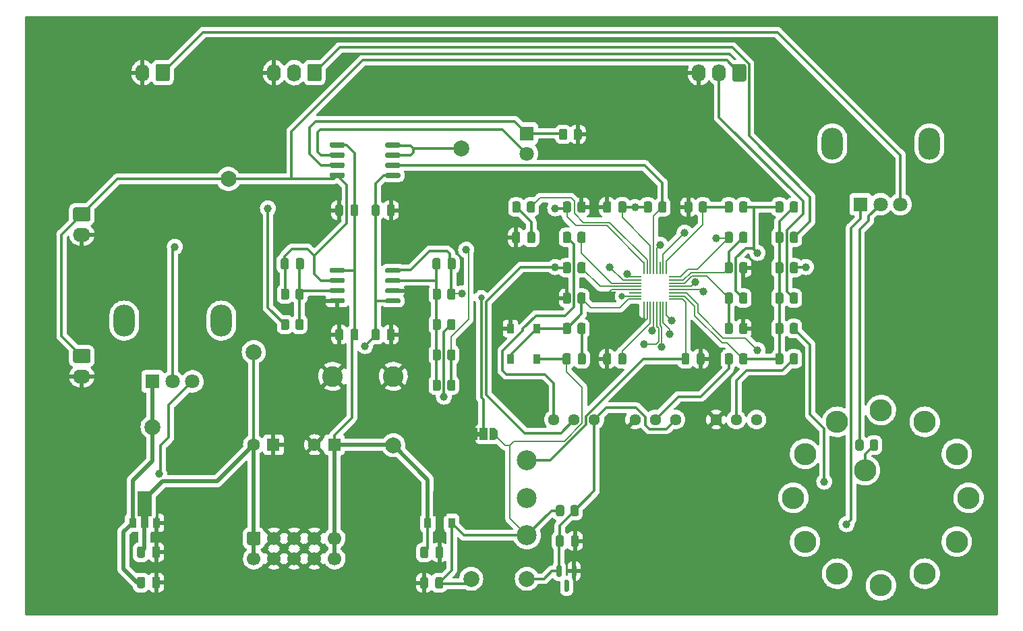
<source format=gbl>
G04 #@! TF.GenerationSoftware,KiCad,Pcbnew,6.0.5+dfsg-1~bpo11+1*
G04 #@! TF.CreationDate,2022-07-21T21:01:22+00:00*
G04 #@! TF.ProjectId,mod_osc_board,6d6f645f-6f73-4635-9f62-6f6172642e6b,0*
G04 #@! TF.SameCoordinates,Original*
G04 #@! TF.FileFunction,Copper,L2,Bot*
G04 #@! TF.FilePolarity,Positive*
%FSLAX46Y46*%
G04 Gerber Fmt 4.6, Leading zero omitted, Abs format (unit mm)*
G04 Created by KiCad (PCBNEW 6.0.5+dfsg-1~bpo11+1) date 2022-07-21 21:01:22*
%MOMM*%
%LPD*%
G01*
G04 APERTURE LIST*
G04 #@! TA.AperFunction,ComponentPad*
%ADD10C,2.500000*%
G04 #@! TD*
G04 #@! TA.AperFunction,ComponentPad*
%ADD11O,2.720000X4.000000*%
G04 #@! TD*
G04 #@! TA.AperFunction,ComponentPad*
%ADD12R,1.800000X1.800000*%
G04 #@! TD*
G04 #@! TA.AperFunction,ComponentPad*
%ADD13C,1.800000*%
G04 #@! TD*
G04 #@! TA.AperFunction,ComponentPad*
%ADD14O,2.800000X2.800000*%
G04 #@! TD*
G04 #@! TA.AperFunction,ComponentPad*
%ADD15R,1.600000X1.600000*%
G04 #@! TD*
G04 #@! TA.AperFunction,ComponentPad*
%ADD16C,1.600000*%
G04 #@! TD*
G04 #@! TA.AperFunction,SMDPad,CuDef*
%ADD17R,0.900000X1.200000*%
G04 #@! TD*
G04 #@! TA.AperFunction,ComponentPad*
%ADD18C,1.440000*%
G04 #@! TD*
G04 #@! TA.AperFunction,ComponentPad*
%ADD19C,2.000000*%
G04 #@! TD*
G04 #@! TA.AperFunction,ComponentPad*
%ADD20O,1.740000X2.190000*%
G04 #@! TD*
G04 #@! TA.AperFunction,SMDPad,CuDef*
%ADD21R,0.900000X1.300000*%
G04 #@! TD*
G04 #@! TA.AperFunction,ComponentPad*
%ADD22O,2.190000X1.740000*%
G04 #@! TD*
G04 #@! TA.AperFunction,SMDPad,CuDef*
%ADD23R,1.500000X0.200000*%
G04 #@! TD*
G04 #@! TA.AperFunction,SMDPad,CuDef*
%ADD24R,0.200000X1.500000*%
G04 #@! TD*
G04 #@! TA.AperFunction,ComponentPad*
%ADD25C,2.600000*%
G04 #@! TD*
G04 #@! TA.AperFunction,SMDPad,CuDef*
%ADD26R,1.000000X1.500000*%
G04 #@! TD*
G04 #@! TA.AperFunction,ComponentPad*
%ADD27C,1.700000*%
G04 #@! TD*
G04 #@! TA.AperFunction,ViaPad*
%ADD28C,1.000000*%
G04 #@! TD*
G04 #@! TA.AperFunction,ViaPad*
%ADD29C,0.800000*%
G04 #@! TD*
G04 #@! TA.AperFunction,Conductor*
%ADD30C,0.200000*%
G04 #@! TD*
G04 #@! TA.AperFunction,Conductor*
%ADD31C,0.300000*%
G04 #@! TD*
G04 #@! TA.AperFunction,Conductor*
%ADD32C,0.500000*%
G04 #@! TD*
G04 APERTURE END LIST*
G36*
X143745000Y-112801800D02*
G01*
X143245000Y-112801800D01*
X143245000Y-112201800D01*
X143745000Y-112201800D01*
X143745000Y-112801800D01*
G37*
D10*
X149606000Y-125202800D03*
X149606000Y-120502800D03*
X149606000Y-115802800D03*
D11*
X111252000Y-98277800D03*
X99060000Y-98277800D03*
D12*
X102616000Y-105897800D03*
D13*
X105116000Y-105897800D03*
X107616000Y-105897800D03*
D14*
X184529721Y-115002801D03*
X188556000Y-110976521D03*
X194056000Y-109502800D03*
X199555999Y-110976521D03*
X203582279Y-115002801D03*
X205056000Y-120502800D03*
X203582279Y-126002800D03*
X199556000Y-130029079D03*
X194056000Y-131502800D03*
X188556000Y-130029079D03*
X184529721Y-126002800D03*
X183056000Y-120502800D03*
X192056000Y-117038698D03*
D11*
X187960000Y-76052800D03*
X200152000Y-76052800D03*
D12*
X191516000Y-83672800D03*
D13*
X194016000Y-83672800D03*
X196516000Y-83672800D03*
D12*
X149606000Y-74782800D03*
D13*
X149606000Y-77322800D03*
D15*
X125439800Y-113848000D03*
D16*
X122939800Y-113848000D03*
D17*
X150849600Y-103078400D03*
X147549600Y-103078400D03*
G04 #@! TA.AperFunction,SMDPad,CuDef*
G36*
G01*
X137777400Y-95408600D02*
X137777400Y-94508600D01*
G75*
G02*
X138027400Y-94258600I250000J0D01*
G01*
X138552400Y-94258600D01*
G75*
G02*
X138802400Y-94508600I0J-250000D01*
G01*
X138802400Y-95408600D01*
G75*
G02*
X138552400Y-95658600I-250000J0D01*
G01*
X138027400Y-95658600D01*
G75*
G02*
X137777400Y-95408600I0J250000D01*
G01*
G37*
G04 #@! TD.AperFunction*
G04 #@! TA.AperFunction,SMDPad,CuDef*
G36*
G01*
X139602400Y-95408600D02*
X139602400Y-94508600D01*
G75*
G02*
X139852400Y-94258600I250000J0D01*
G01*
X140377400Y-94258600D01*
G75*
G02*
X140627400Y-94508600I0J-250000D01*
G01*
X140627400Y-95408600D01*
G75*
G02*
X140377400Y-95658600I-250000J0D01*
G01*
X139852400Y-95658600D01*
G75*
G02*
X139602400Y-95408600I0J250000D01*
G01*
G37*
G04 #@! TD.AperFunction*
D18*
X152999600Y-110698400D03*
X155539600Y-110698400D03*
X158079600Y-110698400D03*
G04 #@! TA.AperFunction,SMDPad,CuDef*
G36*
G01*
X156974600Y-95008400D02*
X156974600Y-95908400D01*
G75*
G02*
X156724600Y-96158400I-250000J0D01*
G01*
X156199600Y-96158400D01*
G75*
G02*
X155949600Y-95908400I0J250000D01*
G01*
X155949600Y-95008400D01*
G75*
G02*
X156199600Y-94758400I250000J0D01*
G01*
X156724600Y-94758400D01*
G75*
G02*
X156974600Y-95008400I0J-250000D01*
G01*
G37*
G04 #@! TD.AperFunction*
G04 #@! TA.AperFunction,SMDPad,CuDef*
G36*
G01*
X155149600Y-95008400D02*
X155149600Y-95908400D01*
G75*
G02*
X154899600Y-96158400I-250000J0D01*
G01*
X154374600Y-96158400D01*
G75*
G02*
X154124600Y-95908400I0J250000D01*
G01*
X154124600Y-95008400D01*
G75*
G02*
X154374600Y-94758400I250000J0D01*
G01*
X154899600Y-94758400D01*
G75*
G02*
X155149600Y-95008400I0J-250000D01*
G01*
G37*
G04 #@! TD.AperFunction*
G04 #@! TA.AperFunction,SMDPad,CuDef*
G36*
G01*
X103558000Y-126847300D02*
X103558000Y-127797300D01*
G75*
G02*
X103308000Y-128047300I-250000J0D01*
G01*
X102808000Y-128047300D01*
G75*
G02*
X102558000Y-127797300I0J250000D01*
G01*
X102558000Y-126847300D01*
G75*
G02*
X102808000Y-126597300I250000J0D01*
G01*
X103308000Y-126597300D01*
G75*
G02*
X103558000Y-126847300I0J-250000D01*
G01*
G37*
G04 #@! TD.AperFunction*
G04 #@! TA.AperFunction,SMDPad,CuDef*
G36*
G01*
X101658000Y-126847300D02*
X101658000Y-127797300D01*
G75*
G02*
X101408000Y-128047300I-250000J0D01*
G01*
X100908000Y-128047300D01*
G75*
G02*
X100658000Y-127797300I0J250000D01*
G01*
X100658000Y-126847300D01*
G75*
G02*
X100908000Y-126597300I250000J0D01*
G01*
X101408000Y-126597300D01*
G75*
G02*
X101658000Y-126847300I0J-250000D01*
G01*
G37*
G04 #@! TD.AperFunction*
G04 #@! TA.AperFunction,SMDPad,CuDef*
G36*
G01*
X180794600Y-88288400D02*
X180794600Y-87388400D01*
G75*
G02*
X181044600Y-87138400I250000J0D01*
G01*
X181569600Y-87138400D01*
G75*
G02*
X181819600Y-87388400I0J-250000D01*
G01*
X181819600Y-88288400D01*
G75*
G02*
X181569600Y-88538400I-250000J0D01*
G01*
X181044600Y-88538400D01*
G75*
G02*
X180794600Y-88288400I0J250000D01*
G01*
G37*
G04 #@! TD.AperFunction*
G04 #@! TA.AperFunction,SMDPad,CuDef*
G36*
G01*
X182619600Y-88288400D02*
X182619600Y-87388400D01*
G75*
G02*
X182869600Y-87138400I250000J0D01*
G01*
X183394600Y-87138400D01*
G75*
G02*
X183644600Y-87388400I0J-250000D01*
G01*
X183644600Y-88288400D01*
G75*
G02*
X183394600Y-88538400I-250000J0D01*
G01*
X182869600Y-88538400D01*
G75*
G02*
X182619600Y-88288400I0J250000D01*
G01*
G37*
G04 #@! TD.AperFunction*
G04 #@! TA.AperFunction,SMDPad,CuDef*
G36*
G01*
X162079600Y-102603400D02*
X162079600Y-103553400D01*
G75*
G02*
X161829600Y-103803400I-250000J0D01*
G01*
X161329600Y-103803400D01*
G75*
G02*
X161079600Y-103553400I0J250000D01*
G01*
X161079600Y-102603400D01*
G75*
G02*
X161329600Y-102353400I250000J0D01*
G01*
X161829600Y-102353400D01*
G75*
G02*
X162079600Y-102603400I0J-250000D01*
G01*
G37*
G04 #@! TD.AperFunction*
G04 #@! TA.AperFunction,SMDPad,CuDef*
G36*
G01*
X160179600Y-102603400D02*
X160179600Y-103553400D01*
G75*
G02*
X159929600Y-103803400I-250000J0D01*
G01*
X159429600Y-103803400D01*
G75*
G02*
X159179600Y-103553400I0J250000D01*
G01*
X159179600Y-102603400D01*
G75*
G02*
X159429600Y-102353400I250000J0D01*
G01*
X159929600Y-102353400D01*
G75*
G02*
X160179600Y-102603400I0J-250000D01*
G01*
G37*
G04 #@! TD.AperFunction*
G04 #@! TA.AperFunction,SMDPad,CuDef*
G36*
G01*
X128450000Y-99563600D02*
X128450000Y-100513600D01*
G75*
G02*
X128200000Y-100763600I-250000J0D01*
G01*
X127700000Y-100763600D01*
G75*
G02*
X127450000Y-100513600I0J250000D01*
G01*
X127450000Y-99563600D01*
G75*
G02*
X127700000Y-99313600I250000J0D01*
G01*
X128200000Y-99313600D01*
G75*
G02*
X128450000Y-99563600I0J-250000D01*
G01*
G37*
G04 #@! TD.AperFunction*
G04 #@! TA.AperFunction,SMDPad,CuDef*
G36*
G01*
X126550000Y-99563600D02*
X126550000Y-100513600D01*
G75*
G02*
X126300000Y-100763600I-250000J0D01*
G01*
X125800000Y-100763600D01*
G75*
G02*
X125550000Y-100513600I0J250000D01*
G01*
X125550000Y-99563600D01*
G75*
G02*
X125800000Y-99313600I250000J0D01*
G01*
X126300000Y-99313600D01*
G75*
G02*
X126550000Y-99563600I0J-250000D01*
G01*
G37*
G04 #@! TD.AperFunction*
D19*
X149606000Y-130662800D03*
G04 #@! TA.AperFunction,SMDPad,CuDef*
G36*
G01*
X137752400Y-91623600D02*
X137752400Y-90673600D01*
G75*
G02*
X138002400Y-90423600I250000J0D01*
G01*
X138502400Y-90423600D01*
G75*
G02*
X138752400Y-90673600I0J-250000D01*
G01*
X138752400Y-91623600D01*
G75*
G02*
X138502400Y-91873600I-250000J0D01*
G01*
X138002400Y-91873600D01*
G75*
G02*
X137752400Y-91623600I0J250000D01*
G01*
G37*
G04 #@! TD.AperFunction*
G04 #@! TA.AperFunction,SMDPad,CuDef*
G36*
G01*
X139652400Y-91623600D02*
X139652400Y-90673600D01*
G75*
G02*
X139902400Y-90423600I250000J0D01*
G01*
X140402400Y-90423600D01*
G75*
G02*
X140652400Y-90673600I0J-250000D01*
G01*
X140652400Y-91623600D01*
G75*
G02*
X140402400Y-91873600I-250000J0D01*
G01*
X139902400Y-91873600D01*
G75*
G02*
X139652400Y-91623600I0J250000D01*
G01*
G37*
G04 #@! TD.AperFunction*
G04 #@! TA.AperFunction,SMDPad,CuDef*
G36*
G01*
X133736000Y-91828600D02*
X133736000Y-92128600D01*
G75*
G02*
X133586000Y-92278600I-150000J0D01*
G01*
X131986000Y-92278600D01*
G75*
G02*
X131836000Y-92128600I0J150000D01*
G01*
X131836000Y-91828600D01*
G75*
G02*
X131986000Y-91678600I150000J0D01*
G01*
X133586000Y-91678600D01*
G75*
G02*
X133736000Y-91828600I0J-150000D01*
G01*
G37*
G04 #@! TD.AperFunction*
G04 #@! TA.AperFunction,SMDPad,CuDef*
G36*
G01*
X133736000Y-93098600D02*
X133736000Y-93398600D01*
G75*
G02*
X133586000Y-93548600I-150000J0D01*
G01*
X131986000Y-93548600D01*
G75*
G02*
X131836000Y-93398600I0J150000D01*
G01*
X131836000Y-93098600D01*
G75*
G02*
X131986000Y-92948600I150000J0D01*
G01*
X133586000Y-92948600D01*
G75*
G02*
X133736000Y-93098600I0J-150000D01*
G01*
G37*
G04 #@! TD.AperFunction*
G04 #@! TA.AperFunction,SMDPad,CuDef*
G36*
G01*
X133736000Y-94368600D02*
X133736000Y-94668600D01*
G75*
G02*
X133586000Y-94818600I-150000J0D01*
G01*
X131986000Y-94818600D01*
G75*
G02*
X131836000Y-94668600I0J150000D01*
G01*
X131836000Y-94368600D01*
G75*
G02*
X131986000Y-94218600I150000J0D01*
G01*
X133586000Y-94218600D01*
G75*
G02*
X133736000Y-94368600I0J-150000D01*
G01*
G37*
G04 #@! TD.AperFunction*
G04 #@! TA.AperFunction,SMDPad,CuDef*
G36*
G01*
X133736000Y-95638600D02*
X133736000Y-95938600D01*
G75*
G02*
X133586000Y-96088600I-150000J0D01*
G01*
X131986000Y-96088600D01*
G75*
G02*
X131836000Y-95938600I0J150000D01*
G01*
X131836000Y-95638600D01*
G75*
G02*
X131986000Y-95488600I150000J0D01*
G01*
X133586000Y-95488600D01*
G75*
G02*
X133736000Y-95638600I0J-150000D01*
G01*
G37*
G04 #@! TD.AperFunction*
G04 #@! TA.AperFunction,SMDPad,CuDef*
G36*
G01*
X126736000Y-95638600D02*
X126736000Y-95938600D01*
G75*
G02*
X126586000Y-96088600I-150000J0D01*
G01*
X124986000Y-96088600D01*
G75*
G02*
X124836000Y-95938600I0J150000D01*
G01*
X124836000Y-95638600D01*
G75*
G02*
X124986000Y-95488600I150000J0D01*
G01*
X126586000Y-95488600D01*
G75*
G02*
X126736000Y-95638600I0J-150000D01*
G01*
G37*
G04 #@! TD.AperFunction*
G04 #@! TA.AperFunction,SMDPad,CuDef*
G36*
G01*
X126736000Y-94368600D02*
X126736000Y-94668600D01*
G75*
G02*
X126586000Y-94818600I-150000J0D01*
G01*
X124986000Y-94818600D01*
G75*
G02*
X124836000Y-94668600I0J150000D01*
G01*
X124836000Y-94368600D01*
G75*
G02*
X124986000Y-94218600I150000J0D01*
G01*
X126586000Y-94218600D01*
G75*
G02*
X126736000Y-94368600I0J-150000D01*
G01*
G37*
G04 #@! TD.AperFunction*
G04 #@! TA.AperFunction,SMDPad,CuDef*
G36*
G01*
X126736000Y-93098600D02*
X126736000Y-93398600D01*
G75*
G02*
X126586000Y-93548600I-150000J0D01*
G01*
X124986000Y-93548600D01*
G75*
G02*
X124836000Y-93398600I0J150000D01*
G01*
X124836000Y-93098600D01*
G75*
G02*
X124986000Y-92948600I150000J0D01*
G01*
X126586000Y-92948600D01*
G75*
G02*
X126736000Y-93098600I0J-150000D01*
G01*
G37*
G04 #@! TD.AperFunction*
G04 #@! TA.AperFunction,SMDPad,CuDef*
G36*
G01*
X126736000Y-91828600D02*
X126736000Y-92128600D01*
G75*
G02*
X126586000Y-92278600I-150000J0D01*
G01*
X124986000Y-92278600D01*
G75*
G02*
X124836000Y-92128600I0J150000D01*
G01*
X124836000Y-91828600D01*
G75*
G02*
X124986000Y-91678600I150000J0D01*
G01*
X126586000Y-91678600D01*
G75*
G02*
X126736000Y-91828600I0J-150000D01*
G01*
G37*
G04 #@! TD.AperFunction*
G04 #@! TA.AperFunction,ComponentPad*
G36*
G01*
X177146000Y-66337800D02*
X177146000Y-68027800D01*
G75*
G02*
X176896000Y-68277800I-250000J0D01*
G01*
X175656000Y-68277800D01*
G75*
G02*
X175406000Y-68027800I0J250000D01*
G01*
X175406000Y-66337800D01*
G75*
G02*
X175656000Y-66087800I250000J0D01*
G01*
X176896000Y-66087800D01*
G75*
G02*
X177146000Y-66337800I0J-250000D01*
G01*
G37*
G04 #@! TD.AperFunction*
D20*
X173736000Y-67182800D03*
X171196000Y-67182800D03*
D21*
X103100000Y-123638300D03*
G04 #@! TA.AperFunction,SMDPad,CuDef*
G36*
X102466500Y-119688300D02*
G01*
X102466500Y-122813300D01*
X102050000Y-122813300D01*
X102050000Y-124288300D01*
X101150000Y-124288300D01*
X101150000Y-122813300D01*
X100733500Y-122813300D01*
X100733500Y-119688300D01*
X102466500Y-119688300D01*
G37*
G04 #@! TD.AperFunction*
X100100000Y-123638300D03*
G04 #@! TA.AperFunction,SMDPad,CuDef*
G36*
G01*
X153261000Y-122569300D02*
X153261000Y-121669300D01*
G75*
G02*
X153511000Y-121419300I250000J0D01*
G01*
X154036000Y-121419300D01*
G75*
G02*
X154286000Y-121669300I0J-250000D01*
G01*
X154286000Y-122569300D01*
G75*
G02*
X154036000Y-122819300I-250000J0D01*
G01*
X153511000Y-122819300D01*
G75*
G02*
X153261000Y-122569300I0J250000D01*
G01*
G37*
G04 #@! TD.AperFunction*
G04 #@! TA.AperFunction,SMDPad,CuDef*
G36*
G01*
X155086000Y-122569300D02*
X155086000Y-121669300D01*
G75*
G02*
X155336000Y-121419300I250000J0D01*
G01*
X155861000Y-121419300D01*
G75*
G02*
X156111000Y-121669300I0J-250000D01*
G01*
X156111000Y-122569300D01*
G75*
G02*
X155861000Y-122819300I-250000J0D01*
G01*
X155336000Y-122819300D01*
G75*
G02*
X155086000Y-122569300I0J250000D01*
G01*
G37*
G04 #@! TD.AperFunction*
G04 #@! TA.AperFunction,SMDPad,CuDef*
G36*
G01*
X180794600Y-95908400D02*
X180794600Y-95008400D01*
G75*
G02*
X181044600Y-94758400I250000J0D01*
G01*
X181569600Y-94758400D01*
G75*
G02*
X181819600Y-95008400I0J-250000D01*
G01*
X181819600Y-95908400D01*
G75*
G02*
X181569600Y-96158400I-250000J0D01*
G01*
X181044600Y-96158400D01*
G75*
G02*
X180794600Y-95908400I0J250000D01*
G01*
G37*
G04 #@! TD.AperFunction*
G04 #@! TA.AperFunction,SMDPad,CuDef*
G36*
G01*
X182619600Y-95908400D02*
X182619600Y-95008400D01*
G75*
G02*
X182869600Y-94758400I250000J0D01*
G01*
X183394600Y-94758400D01*
G75*
G02*
X183644600Y-95008400I0J-250000D01*
G01*
X183644600Y-95908400D01*
G75*
G02*
X183394600Y-96158400I-250000J0D01*
G01*
X182869600Y-96158400D01*
G75*
G02*
X182619600Y-95908400I0J250000D01*
G01*
G37*
G04 #@! TD.AperFunction*
D19*
X142621000Y-130662800D03*
G04 #@! TA.AperFunction,SMDPad,CuDef*
G36*
G01*
X136218000Y-127835800D02*
X136218000Y-126885800D01*
G75*
G02*
X136468000Y-126635800I250000J0D01*
G01*
X136968000Y-126635800D01*
G75*
G02*
X137218000Y-126885800I0J-250000D01*
G01*
X137218000Y-127835800D01*
G75*
G02*
X136968000Y-128085800I-250000J0D01*
G01*
X136468000Y-128085800D01*
G75*
G02*
X136218000Y-127835800I0J250000D01*
G01*
G37*
G04 #@! TD.AperFunction*
G04 #@! TA.AperFunction,SMDPad,CuDef*
G36*
G01*
X138118000Y-127835800D02*
X138118000Y-126885800D01*
G75*
G02*
X138368000Y-126635800I250000J0D01*
G01*
X138868000Y-126635800D01*
G75*
G02*
X139118000Y-126885800I0J-250000D01*
G01*
X139118000Y-127835800D01*
G75*
G02*
X138868000Y-128085800I-250000J0D01*
G01*
X138368000Y-128085800D01*
G75*
G02*
X138118000Y-127835800I0J250000D01*
G01*
G37*
G04 #@! TD.AperFunction*
G04 #@! TA.AperFunction,SMDPad,CuDef*
G36*
G01*
X162079600Y-83553400D02*
X162079600Y-84503400D01*
G75*
G02*
X161829600Y-84753400I-250000J0D01*
G01*
X161329600Y-84753400D01*
G75*
G02*
X161079600Y-84503400I0J250000D01*
G01*
X161079600Y-83553400D01*
G75*
G02*
X161329600Y-83303400I250000J0D01*
G01*
X161829600Y-83303400D01*
G75*
G02*
X162079600Y-83553400I0J-250000D01*
G01*
G37*
G04 #@! TD.AperFunction*
G04 #@! TA.AperFunction,SMDPad,CuDef*
G36*
G01*
X160179600Y-83553400D02*
X160179600Y-84503400D01*
G75*
G02*
X159929600Y-84753400I-250000J0D01*
G01*
X159429600Y-84753400D01*
G75*
G02*
X159179600Y-84503400I0J250000D01*
G01*
X159179600Y-83553400D01*
G75*
G02*
X159429600Y-83303400I250000J0D01*
G01*
X159929600Y-83303400D01*
G75*
G02*
X160179600Y-83553400I0J-250000D01*
G01*
G37*
G04 #@! TD.AperFunction*
G04 #@! TA.AperFunction,SMDPad,CuDef*
G36*
G01*
X156974600Y-91198400D02*
X156974600Y-92098400D01*
G75*
G02*
X156724600Y-92348400I-250000J0D01*
G01*
X156199600Y-92348400D01*
G75*
G02*
X155949600Y-92098400I0J250000D01*
G01*
X155949600Y-91198400D01*
G75*
G02*
X156199600Y-90948400I250000J0D01*
G01*
X156724600Y-90948400D01*
G75*
G02*
X156974600Y-91198400I0J-250000D01*
G01*
G37*
G04 #@! TD.AperFunction*
G04 #@! TA.AperFunction,SMDPad,CuDef*
G36*
G01*
X155149600Y-91198400D02*
X155149600Y-92098400D01*
G75*
G02*
X154899600Y-92348400I-250000J0D01*
G01*
X154374600Y-92348400D01*
G75*
G02*
X154124600Y-92098400I0J250000D01*
G01*
X154124600Y-91198400D01*
G75*
G02*
X154374600Y-90948400I250000J0D01*
G01*
X154899600Y-90948400D01*
G75*
G02*
X155149600Y-91198400I0J-250000D01*
G01*
G37*
G04 #@! TD.AperFunction*
G04 #@! TA.AperFunction,SMDPad,CuDef*
G36*
G01*
X133022000Y-99563600D02*
X133022000Y-100513600D01*
G75*
G02*
X132772000Y-100763600I-250000J0D01*
G01*
X132272000Y-100763600D01*
G75*
G02*
X132022000Y-100513600I0J250000D01*
G01*
X132022000Y-99563600D01*
G75*
G02*
X132272000Y-99313600I250000J0D01*
G01*
X132772000Y-99313600D01*
G75*
G02*
X133022000Y-99563600I0J-250000D01*
G01*
G37*
G04 #@! TD.AperFunction*
G04 #@! TA.AperFunction,SMDPad,CuDef*
G36*
G01*
X131122000Y-99563600D02*
X131122000Y-100513600D01*
G75*
G02*
X130872000Y-100763600I-250000J0D01*
G01*
X130372000Y-100763600D01*
G75*
G02*
X130122000Y-100513600I0J250000D01*
G01*
X130122000Y-99563600D01*
G75*
G02*
X130372000Y-99313600I250000J0D01*
G01*
X130872000Y-99313600D01*
G75*
G02*
X131122000Y-99563600I0J-250000D01*
G01*
G37*
G04 #@! TD.AperFunction*
G04 #@! TA.AperFunction,SMDPad,CuDef*
G36*
G01*
X177294600Y-83578400D02*
X177294600Y-84478400D01*
G75*
G02*
X177044600Y-84728400I-250000J0D01*
G01*
X176519600Y-84728400D01*
G75*
G02*
X176269600Y-84478400I0J250000D01*
G01*
X176269600Y-83578400D01*
G75*
G02*
X176519600Y-83328400I250000J0D01*
G01*
X177044600Y-83328400D01*
G75*
G02*
X177294600Y-83578400I0J-250000D01*
G01*
G37*
G04 #@! TD.AperFunction*
G04 #@! TA.AperFunction,SMDPad,CuDef*
G36*
G01*
X175469600Y-83578400D02*
X175469600Y-84478400D01*
G75*
G02*
X175219600Y-84728400I-250000J0D01*
G01*
X174694600Y-84728400D01*
G75*
G02*
X174444600Y-84478400I0J250000D01*
G01*
X174444600Y-83578400D01*
G75*
G02*
X174694600Y-83328400I250000J0D01*
G01*
X175219600Y-83328400D01*
G75*
G02*
X175469600Y-83578400I0J-250000D01*
G01*
G37*
G04 #@! TD.AperFunction*
G04 #@! TA.AperFunction,SMDPad,CuDef*
G36*
G01*
X118727400Y-99218600D02*
X118727400Y-98318600D01*
G75*
G02*
X118977400Y-98068600I250000J0D01*
G01*
X119502400Y-98068600D01*
G75*
G02*
X119752400Y-98318600I0J-250000D01*
G01*
X119752400Y-99218600D01*
G75*
G02*
X119502400Y-99468600I-250000J0D01*
G01*
X118977400Y-99468600D01*
G75*
G02*
X118727400Y-99218600I0J250000D01*
G01*
G37*
G04 #@! TD.AperFunction*
G04 #@! TA.AperFunction,SMDPad,CuDef*
G36*
G01*
X120552400Y-99218600D02*
X120552400Y-98318600D01*
G75*
G02*
X120802400Y-98068600I250000J0D01*
G01*
X121327400Y-98068600D01*
G75*
G02*
X121577400Y-98318600I0J-250000D01*
G01*
X121577400Y-99218600D01*
G75*
G02*
X121327400Y-99468600I-250000J0D01*
G01*
X120802400Y-99468600D01*
G75*
G02*
X120552400Y-99218600I0J250000D01*
G01*
G37*
G04 #@! TD.AperFunction*
G04 #@! TA.AperFunction,SMDPad,CuDef*
G36*
G01*
X140627400Y-105938600D02*
X140627400Y-106838600D01*
G75*
G02*
X140377400Y-107088600I-250000J0D01*
G01*
X139852400Y-107088600D01*
G75*
G02*
X139602400Y-106838600I0J250000D01*
G01*
X139602400Y-105938600D01*
G75*
G02*
X139852400Y-105688600I250000J0D01*
G01*
X140377400Y-105688600D01*
G75*
G02*
X140627400Y-105938600I0J-250000D01*
G01*
G37*
G04 #@! TD.AperFunction*
G04 #@! TA.AperFunction,SMDPad,CuDef*
G36*
G01*
X138802400Y-105938600D02*
X138802400Y-106838600D01*
G75*
G02*
X138552400Y-107088600I-250000J0D01*
G01*
X138027400Y-107088600D01*
G75*
G02*
X137777400Y-106838600I0J250000D01*
G01*
X137777400Y-105938600D01*
G75*
G02*
X138027400Y-105688600I250000J0D01*
G01*
X138552400Y-105688600D01*
G75*
G02*
X138802400Y-105938600I0J-250000D01*
G01*
G37*
G04 #@! TD.AperFunction*
D18*
X163169600Y-110698400D03*
X165709600Y-110698400D03*
X168249600Y-110698400D03*
G04 #@! TA.AperFunction,SMDPad,CuDef*
G36*
G01*
X133736000Y-76106000D02*
X133736000Y-76406000D01*
G75*
G02*
X133586000Y-76556000I-150000J0D01*
G01*
X131986000Y-76556000D01*
G75*
G02*
X131836000Y-76406000I0J150000D01*
G01*
X131836000Y-76106000D01*
G75*
G02*
X131986000Y-75956000I150000J0D01*
G01*
X133586000Y-75956000D01*
G75*
G02*
X133736000Y-76106000I0J-150000D01*
G01*
G37*
G04 #@! TD.AperFunction*
G04 #@! TA.AperFunction,SMDPad,CuDef*
G36*
G01*
X133736000Y-77376000D02*
X133736000Y-77676000D01*
G75*
G02*
X133586000Y-77826000I-150000J0D01*
G01*
X131986000Y-77826000D01*
G75*
G02*
X131836000Y-77676000I0J150000D01*
G01*
X131836000Y-77376000D01*
G75*
G02*
X131986000Y-77226000I150000J0D01*
G01*
X133586000Y-77226000D01*
G75*
G02*
X133736000Y-77376000I0J-150000D01*
G01*
G37*
G04 #@! TD.AperFunction*
G04 #@! TA.AperFunction,SMDPad,CuDef*
G36*
G01*
X133736000Y-78646000D02*
X133736000Y-78946000D01*
G75*
G02*
X133586000Y-79096000I-150000J0D01*
G01*
X131986000Y-79096000D01*
G75*
G02*
X131836000Y-78946000I0J150000D01*
G01*
X131836000Y-78646000D01*
G75*
G02*
X131986000Y-78496000I150000J0D01*
G01*
X133586000Y-78496000D01*
G75*
G02*
X133736000Y-78646000I0J-150000D01*
G01*
G37*
G04 #@! TD.AperFunction*
G04 #@! TA.AperFunction,SMDPad,CuDef*
G36*
G01*
X133736000Y-79916000D02*
X133736000Y-80216000D01*
G75*
G02*
X133586000Y-80366000I-150000J0D01*
G01*
X131986000Y-80366000D01*
G75*
G02*
X131836000Y-80216000I0J150000D01*
G01*
X131836000Y-79916000D01*
G75*
G02*
X131986000Y-79766000I150000J0D01*
G01*
X133586000Y-79766000D01*
G75*
G02*
X133736000Y-79916000I0J-150000D01*
G01*
G37*
G04 #@! TD.AperFunction*
G04 #@! TA.AperFunction,SMDPad,CuDef*
G36*
G01*
X126736000Y-79916000D02*
X126736000Y-80216000D01*
G75*
G02*
X126586000Y-80366000I-150000J0D01*
G01*
X124986000Y-80366000D01*
G75*
G02*
X124836000Y-80216000I0J150000D01*
G01*
X124836000Y-79916000D01*
G75*
G02*
X124986000Y-79766000I150000J0D01*
G01*
X126586000Y-79766000D01*
G75*
G02*
X126736000Y-79916000I0J-150000D01*
G01*
G37*
G04 #@! TD.AperFunction*
G04 #@! TA.AperFunction,SMDPad,CuDef*
G36*
G01*
X126736000Y-78646000D02*
X126736000Y-78946000D01*
G75*
G02*
X126586000Y-79096000I-150000J0D01*
G01*
X124986000Y-79096000D01*
G75*
G02*
X124836000Y-78946000I0J150000D01*
G01*
X124836000Y-78646000D01*
G75*
G02*
X124986000Y-78496000I150000J0D01*
G01*
X126586000Y-78496000D01*
G75*
G02*
X126736000Y-78646000I0J-150000D01*
G01*
G37*
G04 #@! TD.AperFunction*
G04 #@! TA.AperFunction,SMDPad,CuDef*
G36*
G01*
X126736000Y-77376000D02*
X126736000Y-77676000D01*
G75*
G02*
X126586000Y-77826000I-150000J0D01*
G01*
X124986000Y-77826000D01*
G75*
G02*
X124836000Y-77676000I0J150000D01*
G01*
X124836000Y-77376000D01*
G75*
G02*
X124986000Y-77226000I150000J0D01*
G01*
X126586000Y-77226000D01*
G75*
G02*
X126736000Y-77376000I0J-150000D01*
G01*
G37*
G04 #@! TD.AperFunction*
G04 #@! TA.AperFunction,SMDPad,CuDef*
G36*
G01*
X126736000Y-76106000D02*
X126736000Y-76406000D01*
G75*
G02*
X126586000Y-76556000I-150000J0D01*
G01*
X124986000Y-76556000D01*
G75*
G02*
X124836000Y-76406000I0J150000D01*
G01*
X124836000Y-76106000D01*
G75*
G02*
X124986000Y-75956000I150000J0D01*
G01*
X126586000Y-75956000D01*
G75*
G02*
X126736000Y-76106000I0J-150000D01*
G01*
G37*
G04 #@! TD.AperFunction*
G04 #@! TA.AperFunction,SMDPad,CuDef*
G36*
G01*
X167134600Y-83578400D02*
X167134600Y-84478400D01*
G75*
G02*
X166884600Y-84728400I-250000J0D01*
G01*
X166359600Y-84728400D01*
G75*
G02*
X166109600Y-84478400I0J250000D01*
G01*
X166109600Y-83578400D01*
G75*
G02*
X166359600Y-83328400I250000J0D01*
G01*
X166884600Y-83328400D01*
G75*
G02*
X167134600Y-83578400I0J-250000D01*
G01*
G37*
G04 #@! TD.AperFunction*
G04 #@! TA.AperFunction,SMDPad,CuDef*
G36*
G01*
X165309600Y-83578400D02*
X165309600Y-84478400D01*
G75*
G02*
X165059600Y-84728400I-250000J0D01*
G01*
X164534600Y-84728400D01*
G75*
G02*
X164284600Y-84478400I0J250000D01*
G01*
X164284600Y-83578400D01*
G75*
G02*
X164534600Y-83328400I250000J0D01*
G01*
X165059600Y-83328400D01*
G75*
G02*
X165309600Y-83578400I0J-250000D01*
G01*
G37*
G04 #@! TD.AperFunction*
G04 #@! TA.AperFunction,SMDPad,CuDef*
G36*
G01*
X121577400Y-94508600D02*
X121577400Y-95408600D01*
G75*
G02*
X121327400Y-95658600I-250000J0D01*
G01*
X120802400Y-95658600D01*
G75*
G02*
X120552400Y-95408600I0J250000D01*
G01*
X120552400Y-94508600D01*
G75*
G02*
X120802400Y-94258600I250000J0D01*
G01*
X121327400Y-94258600D01*
G75*
G02*
X121577400Y-94508600I0J-250000D01*
G01*
G37*
G04 #@! TD.AperFunction*
G04 #@! TA.AperFunction,SMDPad,CuDef*
G36*
G01*
X119752400Y-94508600D02*
X119752400Y-95408600D01*
G75*
G02*
X119502400Y-95658600I-250000J0D01*
G01*
X118977400Y-95658600D01*
G75*
G02*
X118727400Y-95408600I0J250000D01*
G01*
X118727400Y-94508600D01*
G75*
G02*
X118977400Y-94258600I250000J0D01*
G01*
X119502400Y-94258600D01*
G75*
G02*
X119752400Y-94508600I0J-250000D01*
G01*
G37*
G04 #@! TD.AperFunction*
X173355000Y-110698400D03*
X175895000Y-110698400D03*
X178435000Y-110698400D03*
G04 #@! TA.AperFunction,SMDPad,CuDef*
G36*
G01*
X103558000Y-130657300D02*
X103558000Y-131607300D01*
G75*
G02*
X103308000Y-131857300I-250000J0D01*
G01*
X102808000Y-131857300D01*
G75*
G02*
X102558000Y-131607300I0J250000D01*
G01*
X102558000Y-130657300D01*
G75*
G02*
X102808000Y-130407300I250000J0D01*
G01*
X103308000Y-130407300D01*
G75*
G02*
X103558000Y-130657300I0J-250000D01*
G01*
G37*
G04 #@! TD.AperFunction*
G04 #@! TA.AperFunction,SMDPad,CuDef*
G36*
G01*
X101658000Y-130657300D02*
X101658000Y-131607300D01*
G75*
G02*
X101408000Y-131857300I-250000J0D01*
G01*
X100908000Y-131857300D01*
G75*
G02*
X100658000Y-131607300I0J250000D01*
G01*
X100658000Y-130657300D01*
G75*
G02*
X100908000Y-130407300I250000J0D01*
G01*
X101408000Y-130407300D01*
G75*
G02*
X101658000Y-130657300I0J-250000D01*
G01*
G37*
G04 #@! TD.AperFunction*
G04 #@! TA.AperFunction,SMDPad,CuDef*
G36*
G01*
X180794600Y-99718400D02*
X180794600Y-98818400D01*
G75*
G02*
X181044600Y-98568400I250000J0D01*
G01*
X181569600Y-98568400D01*
G75*
G02*
X181819600Y-98818400I0J-250000D01*
G01*
X181819600Y-99718400D01*
G75*
G02*
X181569600Y-99968400I-250000J0D01*
G01*
X181044600Y-99968400D01*
G75*
G02*
X180794600Y-99718400I0J250000D01*
G01*
G37*
G04 #@! TD.AperFunction*
G04 #@! TA.AperFunction,SMDPad,CuDef*
G36*
G01*
X182619600Y-99718400D02*
X182619600Y-98818400D01*
G75*
G02*
X182869600Y-98568400I250000J0D01*
G01*
X183394600Y-98568400D01*
G75*
G02*
X183644600Y-98818400I0J-250000D01*
G01*
X183644600Y-99718400D01*
G75*
G02*
X183394600Y-99968400I-250000J0D01*
G01*
X182869600Y-99968400D01*
G75*
G02*
X182619600Y-99718400I0J250000D01*
G01*
G37*
G04 #@! TD.AperFunction*
G04 #@! TA.AperFunction,SMDPad,CuDef*
G36*
G01*
X177294600Y-87388400D02*
X177294600Y-88288400D01*
G75*
G02*
X177044600Y-88538400I-250000J0D01*
G01*
X176519600Y-88538400D01*
G75*
G02*
X176269600Y-88288400I0J250000D01*
G01*
X176269600Y-87388400D01*
G75*
G02*
X176519600Y-87138400I250000J0D01*
G01*
X177044600Y-87138400D01*
G75*
G02*
X177294600Y-87388400I0J-250000D01*
G01*
G37*
G04 #@! TD.AperFunction*
G04 #@! TA.AperFunction,SMDPad,CuDef*
G36*
G01*
X175469600Y-87388400D02*
X175469600Y-88288400D01*
G75*
G02*
X175219600Y-88538400I-250000J0D01*
G01*
X174694600Y-88538400D01*
G75*
G02*
X174444600Y-88288400I0J250000D01*
G01*
X174444600Y-87388400D01*
G75*
G02*
X174694600Y-87138400I250000J0D01*
G01*
X175219600Y-87138400D01*
G75*
G02*
X175469600Y-87388400I0J-250000D01*
G01*
G37*
G04 #@! TD.AperFunction*
G04 #@! TA.AperFunction,ComponentPad*
G36*
G01*
X92881000Y-101852800D02*
X94571000Y-101852800D01*
G75*
G02*
X94821000Y-102102800I0J-250000D01*
G01*
X94821000Y-103342800D01*
G75*
G02*
X94571000Y-103592800I-250000J0D01*
G01*
X92881000Y-103592800D01*
G75*
G02*
X92631000Y-103342800I0J250000D01*
G01*
X92631000Y-102102800D01*
G75*
G02*
X92881000Y-101852800I250000J0D01*
G01*
G37*
G04 #@! TD.AperFunction*
D22*
X93726000Y-105262800D03*
D23*
X168209600Y-92788400D03*
X168209600Y-93188400D03*
X168209600Y-93588400D03*
X168209600Y-93988400D03*
X168209600Y-94388400D03*
X168209600Y-94788400D03*
X168209600Y-95188400D03*
X168209600Y-95588400D03*
D24*
X167109600Y-96688400D03*
X166709600Y-96688400D03*
X166309600Y-96688400D03*
X165909600Y-96688400D03*
X165509600Y-96688400D03*
X165109600Y-96688400D03*
X164709600Y-96688400D03*
X164309600Y-96688400D03*
D23*
X163209600Y-95588400D03*
X163209600Y-95188400D03*
X163209600Y-94788400D03*
X163209600Y-94388400D03*
X163209600Y-93988400D03*
X163209600Y-93588400D03*
X163209600Y-93188400D03*
X163209600Y-92788400D03*
D24*
X164309600Y-91688400D03*
X164709600Y-91688400D03*
X165109600Y-91688400D03*
X165509600Y-91688400D03*
X165909600Y-91688400D03*
X166309600Y-91688400D03*
X166709600Y-91688400D03*
X167109600Y-91688400D03*
D19*
X102616000Y-111612800D03*
X112141000Y-80497800D03*
D15*
X117779800Y-113848000D03*
D16*
X115279800Y-113848000D03*
D25*
X125222000Y-105262800D03*
X132842000Y-105262800D03*
G04 #@! TA.AperFunction,SMDPad,CuDef*
G36*
G01*
X174444600Y-95908400D02*
X174444600Y-95008400D01*
G75*
G02*
X174694600Y-94758400I250000J0D01*
G01*
X175219600Y-94758400D01*
G75*
G02*
X175469600Y-95008400I0J-250000D01*
G01*
X175469600Y-95908400D01*
G75*
G02*
X175219600Y-96158400I-250000J0D01*
G01*
X174694600Y-96158400D01*
G75*
G02*
X174444600Y-95908400I0J250000D01*
G01*
G37*
G04 #@! TD.AperFunction*
G04 #@! TA.AperFunction,SMDPad,CuDef*
G36*
G01*
X176269600Y-95908400D02*
X176269600Y-95008400D01*
G75*
G02*
X176519600Y-94758400I250000J0D01*
G01*
X177044600Y-94758400D01*
G75*
G02*
X177294600Y-95008400I0J-250000D01*
G01*
X177294600Y-95908400D01*
G75*
G02*
X177044600Y-96158400I-250000J0D01*
G01*
X176519600Y-96158400D01*
G75*
G02*
X176269600Y-95908400I0J250000D01*
G01*
G37*
G04 #@! TD.AperFunction*
G04 #@! TA.AperFunction,SMDPad,CuDef*
G36*
G01*
X190853000Y-114348800D02*
X190853000Y-113448800D01*
G75*
G02*
X191103000Y-113198800I250000J0D01*
G01*
X191628000Y-113198800D01*
G75*
G02*
X191878000Y-113448800I0J-250000D01*
G01*
X191878000Y-114348800D01*
G75*
G02*
X191628000Y-114598800I-250000J0D01*
G01*
X191103000Y-114598800D01*
G75*
G02*
X190853000Y-114348800I0J250000D01*
G01*
G37*
G04 #@! TD.AperFunction*
G04 #@! TA.AperFunction,SMDPad,CuDef*
G36*
G01*
X192678000Y-114348800D02*
X192678000Y-113448800D01*
G75*
G02*
X192928000Y-113198800I250000J0D01*
G01*
X193453000Y-113198800D01*
G75*
G02*
X193703000Y-113448800I0J-250000D01*
G01*
X193703000Y-114348800D01*
G75*
G02*
X193453000Y-114598800I-250000J0D01*
G01*
X192928000Y-114598800D01*
G75*
G02*
X192678000Y-114348800I0J250000D01*
G01*
G37*
G04 #@! TD.AperFunction*
G04 #@! TA.AperFunction,SMDPad,CuDef*
G36*
G01*
X128450000Y-83959800D02*
X128450000Y-84909800D01*
G75*
G02*
X128200000Y-85159800I-250000J0D01*
G01*
X127700000Y-85159800D01*
G75*
G02*
X127450000Y-84909800I0J250000D01*
G01*
X127450000Y-83959800D01*
G75*
G02*
X127700000Y-83709800I250000J0D01*
G01*
X128200000Y-83709800D01*
G75*
G02*
X128450000Y-83959800I0J-250000D01*
G01*
G37*
G04 #@! TD.AperFunction*
G04 #@! TA.AperFunction,SMDPad,CuDef*
G36*
G01*
X126550000Y-83959800D02*
X126550000Y-84909800D01*
G75*
G02*
X126300000Y-85159800I-250000J0D01*
G01*
X125800000Y-85159800D01*
G75*
G02*
X125550000Y-84909800I0J250000D01*
G01*
X125550000Y-83959800D01*
G75*
G02*
X125800000Y-83709800I250000J0D01*
G01*
X126300000Y-83709800D01*
G75*
G02*
X126550000Y-83959800I0J-250000D01*
G01*
G37*
G04 #@! TD.AperFunction*
G04 #@! TA.AperFunction,SMDPad,CuDef*
G36*
G01*
X177294600Y-98818400D02*
X177294600Y-99718400D01*
G75*
G02*
X177044600Y-99968400I-250000J0D01*
G01*
X176519600Y-99968400D01*
G75*
G02*
X176269600Y-99718400I0J250000D01*
G01*
X176269600Y-98818400D01*
G75*
G02*
X176519600Y-98568400I250000J0D01*
G01*
X177044600Y-98568400D01*
G75*
G02*
X177294600Y-98818400I0J-250000D01*
G01*
G37*
G04 #@! TD.AperFunction*
G04 #@! TA.AperFunction,SMDPad,CuDef*
G36*
G01*
X175469600Y-98818400D02*
X175469600Y-99718400D01*
G75*
G02*
X175219600Y-99968400I-250000J0D01*
G01*
X174694600Y-99968400D01*
G75*
G02*
X174444600Y-99718400I0J250000D01*
G01*
X174444600Y-98818400D01*
G75*
G02*
X174694600Y-98568400I250000J0D01*
G01*
X175219600Y-98568400D01*
G75*
G02*
X175469600Y-98818400I0J-250000D01*
G01*
G37*
G04 #@! TD.AperFunction*
G04 #@! TA.AperFunction,SMDPad,CuDef*
G36*
G01*
X153494000Y-128946300D02*
X153794000Y-128946300D01*
G75*
G02*
X153944000Y-129096300I0J-150000D01*
G01*
X153944000Y-130271300D01*
G75*
G02*
X153794000Y-130421300I-150000J0D01*
G01*
X153494000Y-130421300D01*
G75*
G02*
X153344000Y-130271300I0J150000D01*
G01*
X153344000Y-129096300D01*
G75*
G02*
X153494000Y-128946300I150000J0D01*
G01*
G37*
G04 #@! TD.AperFunction*
G04 #@! TA.AperFunction,SMDPad,CuDef*
G36*
G01*
X155394000Y-128946300D02*
X155694000Y-128946300D01*
G75*
G02*
X155844000Y-129096300I0J-150000D01*
G01*
X155844000Y-130271300D01*
G75*
G02*
X155694000Y-130421300I-150000J0D01*
G01*
X155394000Y-130421300D01*
G75*
G02*
X155244000Y-130271300I0J150000D01*
G01*
X155244000Y-129096300D01*
G75*
G02*
X155394000Y-128946300I150000J0D01*
G01*
G37*
G04 #@! TD.AperFunction*
G04 #@! TA.AperFunction,SMDPad,CuDef*
G36*
G01*
X154444000Y-130821300D02*
X154744000Y-130821300D01*
G75*
G02*
X154894000Y-130971300I0J-150000D01*
G01*
X154894000Y-132146300D01*
G75*
G02*
X154744000Y-132296300I-150000J0D01*
G01*
X154444000Y-132296300D01*
G75*
G02*
X154294000Y-132146300I0J150000D01*
G01*
X154294000Y-130971300D01*
G75*
G02*
X154444000Y-130821300I150000J0D01*
G01*
G37*
G04 #@! TD.AperFunction*
G04 #@! TA.AperFunction,ComponentPad*
G36*
G01*
X92881000Y-84072800D02*
X94571000Y-84072800D01*
G75*
G02*
X94821000Y-84322800I0J-250000D01*
G01*
X94821000Y-85562800D01*
G75*
G02*
X94571000Y-85812800I-250000J0D01*
G01*
X92881000Y-85812800D01*
G75*
G02*
X92631000Y-85562800I0J250000D01*
G01*
X92631000Y-84322800D01*
G75*
G02*
X92881000Y-84072800I250000J0D01*
G01*
G37*
G04 #@! TD.AperFunction*
D22*
X93726000Y-87482800D03*
G04 #@! TA.AperFunction,SMDPad,CuDef*
G36*
G01*
X156974600Y-83578400D02*
X156974600Y-84478400D01*
G75*
G02*
X156724600Y-84728400I-250000J0D01*
G01*
X156199600Y-84728400D01*
G75*
G02*
X155949600Y-84478400I0J250000D01*
G01*
X155949600Y-83578400D01*
G75*
G02*
X156199600Y-83328400I250000J0D01*
G01*
X156724600Y-83328400D01*
G75*
G02*
X156974600Y-83578400I0J-250000D01*
G01*
G37*
G04 #@! TD.AperFunction*
G04 #@! TA.AperFunction,SMDPad,CuDef*
G36*
G01*
X155149600Y-83578400D02*
X155149600Y-84478400D01*
G75*
G02*
X154899600Y-84728400I-250000J0D01*
G01*
X154374600Y-84728400D01*
G75*
G02*
X154124600Y-84478400I0J250000D01*
G01*
X154124600Y-83578400D01*
G75*
G02*
X154374600Y-83328400I250000J0D01*
G01*
X154899600Y-83328400D01*
G75*
G02*
X155149600Y-83578400I0J-250000D01*
G01*
G37*
G04 #@! TD.AperFunction*
G04 #@! TA.AperFunction,ComponentPad*
G36*
G01*
X123806000Y-66317800D02*
X123806000Y-68007800D01*
G75*
G02*
X123556000Y-68257800I-250000J0D01*
G01*
X122316000Y-68257800D01*
G75*
G02*
X122066000Y-68007800I0J250000D01*
G01*
X122066000Y-66317800D01*
G75*
G02*
X122316000Y-66067800I250000J0D01*
G01*
X123556000Y-66067800D01*
G75*
G02*
X123806000Y-66317800I0J-250000D01*
G01*
G37*
G04 #@! TD.AperFunction*
D20*
X120396000Y-67162800D03*
X117856000Y-67162800D03*
G04 #@! TA.AperFunction,SMDPad,CuDef*
G36*
G01*
X172214600Y-83578400D02*
X172214600Y-84478400D01*
G75*
G02*
X171964600Y-84728400I-250000J0D01*
G01*
X171439600Y-84728400D01*
G75*
G02*
X171189600Y-84478400I0J250000D01*
G01*
X171189600Y-83578400D01*
G75*
G02*
X171439600Y-83328400I250000J0D01*
G01*
X171964600Y-83328400D01*
G75*
G02*
X172214600Y-83578400I0J-250000D01*
G01*
G37*
G04 #@! TD.AperFunction*
G04 #@! TA.AperFunction,SMDPad,CuDef*
G36*
G01*
X170389600Y-83578400D02*
X170389600Y-84478400D01*
G75*
G02*
X170139600Y-84728400I-250000J0D01*
G01*
X169614600Y-84728400D01*
G75*
G02*
X169364600Y-84478400I0J250000D01*
G01*
X169364600Y-83578400D01*
G75*
G02*
X169614600Y-83328400I250000J0D01*
G01*
X170139600Y-83328400D01*
G75*
G02*
X170389600Y-83578400I0J-250000D01*
G01*
G37*
G04 #@! TD.AperFunction*
G04 #@! TA.AperFunction,SMDPad,CuDef*
G36*
G01*
X156999600Y-102603400D02*
X156999600Y-103553400D01*
G75*
G02*
X156749600Y-103803400I-250000J0D01*
G01*
X156249600Y-103803400D01*
G75*
G02*
X155999600Y-103553400I0J250000D01*
G01*
X155999600Y-102603400D01*
G75*
G02*
X156249600Y-102353400I250000J0D01*
G01*
X156749600Y-102353400D01*
G75*
G02*
X156999600Y-102603400I0J-250000D01*
G01*
G37*
G04 #@! TD.AperFunction*
G04 #@! TA.AperFunction,SMDPad,CuDef*
G36*
G01*
X155099600Y-102603400D02*
X155099600Y-103553400D01*
G75*
G02*
X154849600Y-103803400I-250000J0D01*
G01*
X154349600Y-103803400D01*
G75*
G02*
X154099600Y-103553400I0J250000D01*
G01*
X154099600Y-102603400D01*
G75*
G02*
X154349600Y-102353400I250000J0D01*
G01*
X154849600Y-102353400D01*
G75*
G02*
X155099600Y-102603400I0J-250000D01*
G01*
G37*
G04 #@! TD.AperFunction*
G04 #@! TA.AperFunction,SMDPad,CuDef*
G36*
G01*
X139094000Y-130695800D02*
X139094000Y-131645800D01*
G75*
G02*
X138844000Y-131895800I-250000J0D01*
G01*
X138344000Y-131895800D01*
G75*
G02*
X138094000Y-131645800I0J250000D01*
G01*
X138094000Y-130695800D01*
G75*
G02*
X138344000Y-130445800I250000J0D01*
G01*
X138844000Y-130445800D01*
G75*
G02*
X139094000Y-130695800I0J-250000D01*
G01*
G37*
G04 #@! TD.AperFunction*
G04 #@! TA.AperFunction,SMDPad,CuDef*
G36*
G01*
X137194000Y-130695800D02*
X137194000Y-131645800D01*
G75*
G02*
X136944000Y-131895800I-250000J0D01*
G01*
X136444000Y-131895800D01*
G75*
G02*
X136194000Y-131645800I0J250000D01*
G01*
X136194000Y-130695800D01*
G75*
G02*
X136444000Y-130445800I250000J0D01*
G01*
X136944000Y-130445800D01*
G75*
G02*
X137194000Y-130695800I0J-250000D01*
G01*
G37*
G04 #@! TD.AperFunction*
G04 #@! TA.AperFunction,SMDPad,CuDef*
G36*
G01*
X171919600Y-102603400D02*
X171919600Y-103553400D01*
G75*
G02*
X171669600Y-103803400I-250000J0D01*
G01*
X171169600Y-103803400D01*
G75*
G02*
X170919600Y-103553400I0J250000D01*
G01*
X170919600Y-102603400D01*
G75*
G02*
X171169600Y-102353400I250000J0D01*
G01*
X171669600Y-102353400D01*
G75*
G02*
X171919600Y-102603400I0J-250000D01*
G01*
G37*
G04 #@! TD.AperFunction*
G04 #@! TA.AperFunction,SMDPad,CuDef*
G36*
G01*
X170019600Y-102603400D02*
X170019600Y-103553400D01*
G75*
G02*
X169769600Y-103803400I-250000J0D01*
G01*
X169269600Y-103803400D01*
G75*
G02*
X169019600Y-103553400I0J250000D01*
G01*
X169019600Y-102603400D01*
G75*
G02*
X169269600Y-102353400I250000J0D01*
G01*
X169769600Y-102353400D01*
G75*
G02*
X170019600Y-102603400I0J-250000D01*
G01*
G37*
G04 #@! TD.AperFunction*
G04 #@! TA.AperFunction,SMDPad,CuDef*
G36*
G01*
X177294600Y-102628400D02*
X177294600Y-103528400D01*
G75*
G02*
X177044600Y-103778400I-250000J0D01*
G01*
X176519600Y-103778400D01*
G75*
G02*
X176269600Y-103528400I0J250000D01*
G01*
X176269600Y-102628400D01*
G75*
G02*
X176519600Y-102378400I250000J0D01*
G01*
X177044600Y-102378400D01*
G75*
G02*
X177294600Y-102628400I0J-250000D01*
G01*
G37*
G04 #@! TD.AperFunction*
G04 #@! TA.AperFunction,SMDPad,CuDef*
G36*
G01*
X175469600Y-102628400D02*
X175469600Y-103528400D01*
G75*
G02*
X175219600Y-103778400I-250000J0D01*
G01*
X174694600Y-103778400D01*
G75*
G02*
X174444600Y-103528400I0J250000D01*
G01*
X174444600Y-102628400D01*
G75*
G02*
X174694600Y-102378400I250000J0D01*
G01*
X175219600Y-102378400D01*
G75*
G02*
X175469600Y-102628400I0J-250000D01*
G01*
G37*
G04 #@! TD.AperFunction*
G04 #@! TA.AperFunction,SMDPad,CuDef*
G36*
G01*
X183644600Y-102628400D02*
X183644600Y-103528400D01*
G75*
G02*
X183394600Y-103778400I-250000J0D01*
G01*
X182869600Y-103778400D01*
G75*
G02*
X182619600Y-103528400I0J250000D01*
G01*
X182619600Y-102628400D01*
G75*
G02*
X182869600Y-102378400I250000J0D01*
G01*
X183394600Y-102378400D01*
G75*
G02*
X183644600Y-102628400I0J-250000D01*
G01*
G37*
G04 #@! TD.AperFunction*
G04 #@! TA.AperFunction,SMDPad,CuDef*
G36*
G01*
X181819600Y-102628400D02*
X181819600Y-103528400D01*
G75*
G02*
X181569600Y-103778400I-250000J0D01*
G01*
X181044600Y-103778400D01*
G75*
G02*
X180794600Y-103528400I0J250000D01*
G01*
X180794600Y-102628400D01*
G75*
G02*
X181044600Y-102378400I250000J0D01*
G01*
X181569600Y-102378400D01*
G75*
G02*
X181819600Y-102628400I0J-250000D01*
G01*
G37*
G04 #@! TD.AperFunction*
G04 #@! TA.AperFunction,SMDPad,CuDef*
G36*
X143395000Y-113251800D02*
G01*
X142845000Y-113251800D01*
X142845000Y-113246833D01*
X142765059Y-113245368D01*
X142629744Y-113203093D01*
X142511734Y-113124538D01*
X142420514Y-113016019D01*
X142363419Y-112886260D01*
X142345836Y-112751800D01*
X142345000Y-112751800D01*
X142345000Y-112251800D01*
X142345836Y-112251800D01*
X142345037Y-112245691D01*
X142366848Y-112105614D01*
X142427096Y-111977289D01*
X142520940Y-111871031D01*
X142640835Y-111795383D01*
X142777142Y-111756426D01*
X142845000Y-111756841D01*
X142845000Y-111751800D01*
X143395000Y-111751800D01*
X143395000Y-113251800D01*
G37*
G04 #@! TD.AperFunction*
D26*
X144145000Y-112501800D03*
G04 #@! TA.AperFunction,SMDPad,CuDef*
G36*
X145445000Y-111756841D02*
G01*
X145518905Y-111757292D01*
X145654726Y-111797911D01*
X145773688Y-111875018D01*
X145866226Y-111982415D01*
X145924903Y-112111467D01*
X145945000Y-112251800D01*
X145945000Y-112751800D01*
X145944851Y-112764016D01*
X145921331Y-112903817D01*
X145859519Y-113031396D01*
X145764384Y-113136500D01*
X145643574Y-113210677D01*
X145506801Y-113247966D01*
X145445000Y-113246833D01*
X145445000Y-113251800D01*
X144895000Y-113251800D01*
X144895000Y-111751800D01*
X145445000Y-111751800D01*
X145445000Y-111756841D01*
G37*
G04 #@! TD.AperFunction*
G04 #@! TA.AperFunction,SMDPad,CuDef*
G36*
G01*
X180794600Y-92098400D02*
X180794600Y-91198400D01*
G75*
G02*
X181044600Y-90948400I250000J0D01*
G01*
X181569600Y-90948400D01*
G75*
G02*
X181819600Y-91198400I0J-250000D01*
G01*
X181819600Y-92098400D01*
G75*
G02*
X181569600Y-92348400I-250000J0D01*
G01*
X181044600Y-92348400D01*
G75*
G02*
X180794600Y-92098400I0J250000D01*
G01*
G37*
G04 #@! TD.AperFunction*
G04 #@! TA.AperFunction,SMDPad,CuDef*
G36*
G01*
X182619600Y-92098400D02*
X182619600Y-91198400D01*
G75*
G02*
X182869600Y-90948400I250000J0D01*
G01*
X183394600Y-90948400D01*
G75*
G02*
X183644600Y-91198400I0J-250000D01*
G01*
X183644600Y-92098400D01*
G75*
G02*
X183394600Y-92348400I-250000J0D01*
G01*
X182869600Y-92348400D01*
G75*
G02*
X182619600Y-92098400I0J250000D01*
G01*
G37*
G04 #@! TD.AperFunction*
G04 #@! TA.AperFunction,SMDPad,CuDef*
G36*
G01*
X156492000Y-74459800D02*
X156492000Y-75359800D01*
G75*
G02*
X156242000Y-75609800I-250000J0D01*
G01*
X155717000Y-75609800D01*
G75*
G02*
X155467000Y-75359800I0J250000D01*
G01*
X155467000Y-74459800D01*
G75*
G02*
X155717000Y-74209800I250000J0D01*
G01*
X156242000Y-74209800D01*
G75*
G02*
X156492000Y-74459800I0J-250000D01*
G01*
G37*
G04 #@! TD.AperFunction*
G04 #@! TA.AperFunction,SMDPad,CuDef*
G36*
G01*
X154667000Y-74459800D02*
X154667000Y-75359800D01*
G75*
G02*
X154417000Y-75609800I-250000J0D01*
G01*
X153892000Y-75609800D01*
G75*
G02*
X153642000Y-75359800I0J250000D01*
G01*
X153642000Y-74459800D01*
G75*
G02*
X153892000Y-74209800I250000J0D01*
G01*
X154417000Y-74209800D01*
G75*
G02*
X154667000Y-74459800I0J-250000D01*
G01*
G37*
G04 #@! TD.AperFunction*
G04 #@! TA.AperFunction,SMDPad,CuDef*
G36*
G01*
X156974600Y-98818400D02*
X156974600Y-99718400D01*
G75*
G02*
X156724600Y-99968400I-250000J0D01*
G01*
X156199600Y-99968400D01*
G75*
G02*
X155949600Y-99718400I0J250000D01*
G01*
X155949600Y-98818400D01*
G75*
G02*
X156199600Y-98568400I250000J0D01*
G01*
X156724600Y-98568400D01*
G75*
G02*
X156974600Y-98818400I0J-250000D01*
G01*
G37*
G04 #@! TD.AperFunction*
G04 #@! TA.AperFunction,SMDPad,CuDef*
G36*
G01*
X155149600Y-98818400D02*
X155149600Y-99718400D01*
G75*
G02*
X154899600Y-99968400I-250000J0D01*
G01*
X154374600Y-99968400D01*
G75*
G02*
X154124600Y-99718400I0J250000D01*
G01*
X154124600Y-98818400D01*
G75*
G02*
X154374600Y-98568400I250000J0D01*
G01*
X154899600Y-98568400D01*
G75*
G02*
X155149600Y-98818400I0J-250000D01*
G01*
G37*
G04 #@! TD.AperFunction*
G04 #@! TA.AperFunction,ComponentPad*
G36*
G01*
X104756000Y-66317800D02*
X104756000Y-68007800D01*
G75*
G02*
X104506000Y-68257800I-250000J0D01*
G01*
X103266000Y-68257800D01*
G75*
G02*
X103016000Y-68007800I0J250000D01*
G01*
X103016000Y-66317800D01*
G75*
G02*
X103266000Y-66067800I250000J0D01*
G01*
X104506000Y-66067800D01*
G75*
G02*
X104756000Y-66317800I0J-250000D01*
G01*
G37*
G04 #@! TD.AperFunction*
D20*
X101346000Y-67162800D03*
G04 #@! TA.AperFunction,SMDPad,CuDef*
G36*
G01*
X154124600Y-88288400D02*
X154124600Y-87388400D01*
G75*
G02*
X154374600Y-87138400I250000J0D01*
G01*
X154899600Y-87138400D01*
G75*
G02*
X155149600Y-87388400I0J-250000D01*
G01*
X155149600Y-88288400D01*
G75*
G02*
X154899600Y-88538400I-250000J0D01*
G01*
X154374600Y-88538400D01*
G75*
G02*
X154124600Y-88288400I0J250000D01*
G01*
G37*
G04 #@! TD.AperFunction*
G04 #@! TA.AperFunction,SMDPad,CuDef*
G36*
G01*
X155949600Y-88288400D02*
X155949600Y-87388400D01*
G75*
G02*
X156199600Y-87138400I250000J0D01*
G01*
X156724600Y-87138400D01*
G75*
G02*
X156974600Y-87388400I0J-250000D01*
G01*
X156974600Y-88288400D01*
G75*
G02*
X156724600Y-88538400I-250000J0D01*
G01*
X156199600Y-88538400D01*
G75*
G02*
X155949600Y-88288400I0J250000D01*
G01*
G37*
G04 #@! TD.AperFunction*
D19*
X115316000Y-102214800D03*
G04 #@! TA.AperFunction,SMDPad,CuDef*
G36*
G01*
X153236000Y-126404300D02*
X153236000Y-125454300D01*
G75*
G02*
X153486000Y-125204300I250000J0D01*
G01*
X153986000Y-125204300D01*
G75*
G02*
X154236000Y-125454300I0J-250000D01*
G01*
X154236000Y-126404300D01*
G75*
G02*
X153986000Y-126654300I-250000J0D01*
G01*
X153486000Y-126654300D01*
G75*
G02*
X153236000Y-126404300I0J250000D01*
G01*
G37*
G04 #@! TD.AperFunction*
G04 #@! TA.AperFunction,SMDPad,CuDef*
G36*
G01*
X155136000Y-126404300D02*
X155136000Y-125454300D01*
G75*
G02*
X155386000Y-125204300I250000J0D01*
G01*
X155886000Y-125204300D01*
G75*
G02*
X156136000Y-125454300I0J-250000D01*
G01*
X156136000Y-126404300D01*
G75*
G02*
X155886000Y-126654300I-250000J0D01*
G01*
X155386000Y-126654300D01*
G75*
G02*
X155136000Y-126404300I0J250000D01*
G01*
G37*
G04 #@! TD.AperFunction*
D17*
X150849600Y-99268400D03*
X147549600Y-99268400D03*
D19*
X141351000Y-76687800D03*
G04 #@! TA.AperFunction,SMDPad,CuDef*
G36*
G01*
X150624600Y-83578400D02*
X150624600Y-84478400D01*
G75*
G02*
X150374600Y-84728400I-250000J0D01*
G01*
X149849600Y-84728400D01*
G75*
G02*
X149599600Y-84478400I0J250000D01*
G01*
X149599600Y-83578400D01*
G75*
G02*
X149849600Y-83328400I250000J0D01*
G01*
X150374600Y-83328400D01*
G75*
G02*
X150624600Y-83578400I0J-250000D01*
G01*
G37*
G04 #@! TD.AperFunction*
G04 #@! TA.AperFunction,SMDPad,CuDef*
G36*
G01*
X148799600Y-83578400D02*
X148799600Y-84478400D01*
G75*
G02*
X148549600Y-84728400I-250000J0D01*
G01*
X148024600Y-84728400D01*
G75*
G02*
X147774600Y-84478400I0J250000D01*
G01*
X147774600Y-83578400D01*
G75*
G02*
X148024600Y-83328400I250000J0D01*
G01*
X148549600Y-83328400D01*
G75*
G02*
X148799600Y-83578400I0J-250000D01*
G01*
G37*
G04 #@! TD.AperFunction*
G04 #@! TA.AperFunction,ComponentPad*
G36*
G01*
X114716000Y-124732800D02*
X115916000Y-124732800D01*
G75*
G02*
X116166000Y-124982800I0J-250000D01*
G01*
X116166000Y-126182800D01*
G75*
G02*
X115916000Y-126432800I-250000J0D01*
G01*
X114716000Y-126432800D01*
G75*
G02*
X114466000Y-126182800I0J250000D01*
G01*
X114466000Y-124982800D01*
G75*
G02*
X114716000Y-124732800I250000J0D01*
G01*
G37*
G04 #@! TD.AperFunction*
D27*
X115316000Y-128122800D03*
X117856000Y-125582800D03*
X117856000Y-128122800D03*
X120396000Y-125582800D03*
X120396000Y-128122800D03*
X122936000Y-125582800D03*
X122936000Y-128122800D03*
X125476000Y-125582800D03*
X125476000Y-128122800D03*
G04 #@! TA.AperFunction,SMDPad,CuDef*
G36*
G01*
X183644600Y-83578400D02*
X183644600Y-84478400D01*
G75*
G02*
X183394600Y-84728400I-250000J0D01*
G01*
X182869600Y-84728400D01*
G75*
G02*
X182619600Y-84478400I0J250000D01*
G01*
X182619600Y-83578400D01*
G75*
G02*
X182869600Y-83328400I250000J0D01*
G01*
X183394600Y-83328400D01*
G75*
G02*
X183644600Y-83578400I0J-250000D01*
G01*
G37*
G04 #@! TD.AperFunction*
G04 #@! TA.AperFunction,SMDPad,CuDef*
G36*
G01*
X181819600Y-83578400D02*
X181819600Y-84478400D01*
G75*
G02*
X181569600Y-84728400I-250000J0D01*
G01*
X181044600Y-84728400D01*
G75*
G02*
X180794600Y-84478400I0J250000D01*
G01*
X180794600Y-83578400D01*
G75*
G02*
X181044600Y-83328400I250000J0D01*
G01*
X181569600Y-83328400D01*
G75*
G02*
X181819600Y-83578400I0J-250000D01*
G01*
G37*
G04 #@! TD.AperFunction*
G04 #@! TA.AperFunction,SMDPad,CuDef*
G36*
G01*
X140627400Y-102128600D02*
X140627400Y-103028600D01*
G75*
G02*
X140377400Y-103278600I-250000J0D01*
G01*
X139852400Y-103278600D01*
G75*
G02*
X139602400Y-103028600I0J250000D01*
G01*
X139602400Y-102128600D01*
G75*
G02*
X139852400Y-101878600I250000J0D01*
G01*
X140377400Y-101878600D01*
G75*
G02*
X140627400Y-102128600I0J-250000D01*
G01*
G37*
G04 #@! TD.AperFunction*
G04 #@! TA.AperFunction,SMDPad,CuDef*
G36*
G01*
X138802400Y-102128600D02*
X138802400Y-103028600D01*
G75*
G02*
X138552400Y-103278600I-250000J0D01*
G01*
X138027400Y-103278600D01*
G75*
G02*
X137777400Y-103028600I0J250000D01*
G01*
X137777400Y-102128600D01*
G75*
G02*
X138027400Y-101878600I250000J0D01*
G01*
X138552400Y-101878600D01*
G75*
G02*
X138802400Y-102128600I0J-250000D01*
G01*
G37*
G04 #@! TD.AperFunction*
G04 #@! TA.AperFunction,SMDPad,CuDef*
G36*
G01*
X133022000Y-83959800D02*
X133022000Y-84909800D01*
G75*
G02*
X132772000Y-85159800I-250000J0D01*
G01*
X132272000Y-85159800D01*
G75*
G02*
X132022000Y-84909800I0J250000D01*
G01*
X132022000Y-83959800D01*
G75*
G02*
X132272000Y-83709800I250000J0D01*
G01*
X132772000Y-83709800D01*
G75*
G02*
X133022000Y-83959800I0J-250000D01*
G01*
G37*
G04 #@! TD.AperFunction*
G04 #@! TA.AperFunction,SMDPad,CuDef*
G36*
G01*
X131122000Y-83959800D02*
X131122000Y-84909800D01*
G75*
G02*
X130872000Y-85159800I-250000J0D01*
G01*
X130372000Y-85159800D01*
G75*
G02*
X130122000Y-84909800I0J250000D01*
G01*
X130122000Y-83959800D01*
G75*
G02*
X130372000Y-83709800I250000J0D01*
G01*
X130872000Y-83709800D01*
G75*
G02*
X131122000Y-83959800I0J-250000D01*
G01*
G37*
G04 #@! TD.AperFunction*
G04 #@! TA.AperFunction,SMDPad,CuDef*
G36*
G01*
X121602400Y-90673600D02*
X121602400Y-91623600D01*
G75*
G02*
X121352400Y-91873600I-250000J0D01*
G01*
X120852400Y-91873600D01*
G75*
G02*
X120602400Y-91623600I0J250000D01*
G01*
X120602400Y-90673600D01*
G75*
G02*
X120852400Y-90423600I250000J0D01*
G01*
X121352400Y-90423600D01*
G75*
G02*
X121602400Y-90673600I0J-250000D01*
G01*
G37*
G04 #@! TD.AperFunction*
G04 #@! TA.AperFunction,SMDPad,CuDef*
G36*
G01*
X119702400Y-90673600D02*
X119702400Y-91623600D01*
G75*
G02*
X119452400Y-91873600I-250000J0D01*
G01*
X118952400Y-91873600D01*
G75*
G02*
X118702400Y-91623600I0J250000D01*
G01*
X118702400Y-90673600D01*
G75*
G02*
X118952400Y-90423600I250000J0D01*
G01*
X119452400Y-90423600D01*
G75*
G02*
X119702400Y-90673600I0J-250000D01*
G01*
G37*
G04 #@! TD.AperFunction*
G04 #@! TA.AperFunction,SMDPad,CuDef*
G36*
G01*
X177294600Y-91198400D02*
X177294600Y-92098400D01*
G75*
G02*
X177044600Y-92348400I-250000J0D01*
G01*
X176519600Y-92348400D01*
G75*
G02*
X176269600Y-92098400I0J250000D01*
G01*
X176269600Y-91198400D01*
G75*
G02*
X176519600Y-90948400I250000J0D01*
G01*
X177044600Y-90948400D01*
G75*
G02*
X177294600Y-91198400I0J-250000D01*
G01*
G37*
G04 #@! TD.AperFunction*
G04 #@! TA.AperFunction,SMDPad,CuDef*
G36*
G01*
X175469600Y-91198400D02*
X175469600Y-92098400D01*
G75*
G02*
X175219600Y-92348400I-250000J0D01*
G01*
X174694600Y-92348400D01*
G75*
G02*
X174444600Y-92098400I0J250000D01*
G01*
X174444600Y-91198400D01*
G75*
G02*
X174694600Y-90948400I250000J0D01*
G01*
X175219600Y-90948400D01*
G75*
G02*
X175469600Y-91198400I0J-250000D01*
G01*
G37*
G04 #@! TD.AperFunction*
G04 #@! TA.AperFunction,SMDPad,CuDef*
G36*
G01*
X150649600Y-87363400D02*
X150649600Y-88313400D01*
G75*
G02*
X150399600Y-88563400I-250000J0D01*
G01*
X149899600Y-88563400D01*
G75*
G02*
X149649600Y-88313400I0J250000D01*
G01*
X149649600Y-87363400D01*
G75*
G02*
X149899600Y-87113400I250000J0D01*
G01*
X150399600Y-87113400D01*
G75*
G02*
X150649600Y-87363400I0J-250000D01*
G01*
G37*
G04 #@! TD.AperFunction*
G04 #@! TA.AperFunction,SMDPad,CuDef*
G36*
G01*
X148749600Y-87363400D02*
X148749600Y-88313400D01*
G75*
G02*
X148499600Y-88563400I-250000J0D01*
G01*
X147999600Y-88563400D01*
G75*
G02*
X147749600Y-88313400I0J250000D01*
G01*
X147749600Y-87363400D01*
G75*
G02*
X147999600Y-87113400I250000J0D01*
G01*
X148499600Y-87113400D01*
G75*
G02*
X148749600Y-87363400I0J-250000D01*
G01*
G37*
G04 #@! TD.AperFunction*
D19*
X132842000Y-113898800D03*
D21*
X140160000Y-123676800D03*
G04 #@! TA.AperFunction,SMDPad,CuDef*
G36*
X139526500Y-119726800D02*
G01*
X139526500Y-122851800D01*
X139110000Y-122851800D01*
X139110000Y-124326800D01*
X138210000Y-124326800D01*
X138210000Y-122851800D01*
X137793500Y-122851800D01*
X137793500Y-119726800D01*
X139526500Y-119726800D01*
G37*
G04 #@! TD.AperFunction*
X137160000Y-123676800D03*
G04 #@! TA.AperFunction,SMDPad,CuDef*
G36*
G01*
X140627400Y-98318600D02*
X140627400Y-99218600D01*
G75*
G02*
X140377400Y-99468600I-250000J0D01*
G01*
X139852400Y-99468600D01*
G75*
G02*
X139602400Y-99218600I0J250000D01*
G01*
X139602400Y-98318600D01*
G75*
G02*
X139852400Y-98068600I250000J0D01*
G01*
X140377400Y-98068600D01*
G75*
G02*
X140627400Y-98318600I0J-250000D01*
G01*
G37*
G04 #@! TD.AperFunction*
G04 #@! TA.AperFunction,SMDPad,CuDef*
G36*
G01*
X138802400Y-98318600D02*
X138802400Y-99218600D01*
G75*
G02*
X138552400Y-99468600I-250000J0D01*
G01*
X138027400Y-99468600D01*
G75*
G02*
X137777400Y-99218600I0J250000D01*
G01*
X137777400Y-98318600D01*
G75*
G02*
X138027400Y-98068600I250000J0D01*
G01*
X138552400Y-98068600D01*
G75*
G02*
X138802400Y-98318600I0J-250000D01*
G01*
G37*
G04 #@! TD.AperFunction*
D28*
X145669000Y-87838400D03*
X157988000Y-80878800D03*
X163576000Y-98658800D03*
X123952000Y-99928800D03*
X146050000Y-99420800D03*
X179070000Y-93324800D03*
X134874000Y-99928800D03*
X152146000Y-95483800D03*
X173228000Y-102976800D03*
X159258000Y-95356800D03*
X169926000Y-80878800D03*
X134620000Y-82402800D03*
X123952000Y-82656800D03*
X178816000Y-99166800D03*
X171729400Y-94671000D03*
X141478000Y-94848800D03*
X129286000Y-101452800D03*
X139192000Y-107802800D03*
X153162000Y-91546800D03*
X160020000Y-91546800D03*
X178562000Y-89768800D03*
X105410000Y-89006800D03*
X184658000Y-91546800D03*
X186944000Y-118470800D03*
X169418000Y-87228800D03*
X173405800Y-87940000D03*
X166370000Y-88752800D03*
X141986000Y-89387800D03*
X117094000Y-84180800D03*
X153162000Y-84180800D03*
X178562000Y-101960800D03*
X170713400Y-93477200D03*
X162199732Y-92389380D03*
X164338000Y-101198800D03*
X167767000Y-98277800D03*
X167552500Y-99928800D03*
X165297023Y-99531061D03*
X166536500Y-101614112D03*
X163169600Y-84028400D03*
X103417500Y-117514872D03*
X189738000Y-123804800D03*
D29*
X143891000Y-95356800D03*
X161544000Y-95229800D03*
D30*
X156499600Y-99305900D02*
X156462100Y-99268400D01*
D31*
X156499600Y-103078400D02*
X156499600Y-99305900D01*
D30*
X161579600Y-102102052D02*
X165109600Y-98572052D01*
X161579600Y-103078400D02*
X161579600Y-102102052D01*
X165109600Y-98572052D02*
X165109600Y-96688400D01*
X164709600Y-96688400D02*
X164709600Y-98033200D01*
X164592000Y-98150800D02*
X164338000Y-98150800D01*
X164112400Y-98122400D02*
X163576000Y-98658800D01*
X163209600Y-94388400D02*
X160226400Y-94388400D01*
X160226400Y-94388400D02*
X159258000Y-95356800D01*
X164309600Y-98122400D02*
X164112400Y-98122400D01*
X164309600Y-98122400D02*
X164309600Y-96688400D01*
X164338000Y-98150800D02*
X164309600Y-98122400D01*
X164709600Y-98033200D02*
X164592000Y-98150800D01*
D31*
X150149600Y-85890900D02*
X148287100Y-84028400D01*
X150149600Y-87838400D02*
X150149600Y-85890900D01*
X138125600Y-93248600D02*
X138252400Y-93375400D01*
X132867400Y-93248600D02*
X138125600Y-93248600D01*
X138252400Y-106351100D02*
X138289900Y-106388600D01*
X138252400Y-91148600D02*
X138252400Y-93375400D01*
X138252400Y-93375400D02*
X138252400Y-106351100D01*
X140114900Y-94958600D02*
X140114900Y-91186100D01*
D30*
X141478000Y-94848800D02*
X140224700Y-94848800D01*
X171446800Y-94388400D02*
X171729400Y-94671000D01*
D31*
X139573000Y-89514800D02*
X137414000Y-89514800D01*
D30*
X140224700Y-94848800D02*
X140114900Y-94958600D01*
D31*
X139954000Y-89895800D02*
X139573000Y-89514800D01*
X132918200Y-91927800D02*
X132867400Y-91978600D01*
X140114900Y-91186100D02*
X140152400Y-91148600D01*
X139954000Y-90950200D02*
X139954000Y-89895800D01*
D30*
X168209600Y-94388400D02*
X171446800Y-94388400D01*
D31*
X135001000Y-91927800D02*
X132918200Y-91927800D01*
X137414000Y-89514800D02*
X135001000Y-91927800D01*
X140152400Y-91148600D02*
X139954000Y-90950200D01*
X125867400Y-94518600D02*
X121504900Y-94518600D01*
X121064900Y-98768600D02*
X121064900Y-91186100D01*
X121504900Y-94518600D02*
X121064900Y-94958600D01*
X121064900Y-91186100D02*
X121102400Y-91148600D01*
X91186000Y-87482800D02*
X93726000Y-84942800D01*
X125867400Y-93248600D02*
X123748800Y-93248600D01*
X119202400Y-90200400D02*
X119202400Y-91148600D01*
X123748800Y-93248600D02*
X122936000Y-92435800D01*
X125786000Y-80066000D02*
X125354200Y-80497800D01*
X120065800Y-80497800D02*
X112141000Y-80497800D01*
X119239900Y-91186100D02*
X119202400Y-91148600D01*
X174719501Y-65626301D02*
X128988915Y-65626301D01*
X120142000Y-89260800D02*
X119202400Y-90200400D01*
X120065800Y-74549416D02*
X120065800Y-80497800D01*
X128988915Y-65626301D02*
X120065800Y-74549416D01*
X122047000Y-89260800D02*
X120142000Y-89260800D01*
X127000000Y-81280000D02*
X127000000Y-86085800D01*
X93726000Y-102722800D02*
X91186000Y-100182800D01*
X125786000Y-80066000D02*
X127000000Y-81280000D01*
X122936000Y-90149800D02*
X122047000Y-89260800D01*
X176276000Y-67182800D02*
X174719501Y-65626301D01*
X98171000Y-80497800D02*
X112141000Y-80497800D01*
X122936000Y-92435800D02*
X122936000Y-90149800D01*
X93726000Y-84942800D02*
X98171000Y-80497800D01*
X125354200Y-80497800D02*
X120065800Y-80497800D01*
X119239900Y-94958600D02*
X119239900Y-91186100D01*
X127000000Y-86085800D02*
X122936000Y-90149800D01*
X91186000Y-100182800D02*
X91186000Y-87482800D01*
X127939800Y-91978600D02*
X127950000Y-91988800D01*
X127635000Y-110469800D02*
X125439800Y-112665000D01*
X127950000Y-100038600D02*
X127950000Y-91988800D01*
X127950000Y-91988800D02*
X127950000Y-84434800D01*
D32*
X125476000Y-128122800D02*
X125476000Y-125582800D01*
X125476000Y-125582800D02*
X125476000Y-113884200D01*
X125439800Y-113848000D02*
X132791200Y-113848000D01*
D31*
X125439800Y-112665000D02*
X125439800Y-113848000D01*
X137160000Y-126918800D02*
X136718000Y-127360800D01*
X127950000Y-77256800D02*
X126949200Y-76256000D01*
X127950000Y-84434800D02*
X127950000Y-77256800D01*
X126949200Y-76256000D02*
X125786000Y-76256000D01*
X127950000Y-100038600D02*
X127635000Y-100353600D01*
X125786000Y-91978600D02*
X127939800Y-91978600D01*
D32*
X125476000Y-113884200D02*
X125439800Y-113848000D01*
X137160000Y-118216800D02*
X137160000Y-123676800D01*
D31*
X137160000Y-123676800D02*
X137160000Y-126918800D01*
X127635000Y-100353600D02*
X127635000Y-110469800D01*
D32*
X132791200Y-113848000D02*
X137160000Y-118216800D01*
D31*
X131622800Y-80066000D02*
X130622000Y-81066800D01*
X130622000Y-100038600D02*
X130622000Y-95676800D01*
X115189000Y-102341800D02*
X115279800Y-102432600D01*
X115279800Y-102432600D02*
X115279800Y-113848000D01*
D32*
X115316000Y-128122800D02*
X115316000Y-125582800D01*
X115316000Y-125582800D02*
X115279800Y-125546600D01*
D31*
X130622000Y-95676800D02*
X130622000Y-84434800D01*
D32*
X115279800Y-125546600D02*
X115279800Y-113848000D01*
D31*
X130622000Y-100038600D02*
X130622000Y-100116800D01*
X130622000Y-100116800D02*
X129286000Y-101452800D01*
X132786000Y-80066000D02*
X131622800Y-80066000D01*
D32*
X101600000Y-126880300D02*
X101158000Y-127322300D01*
X115279800Y-113848000D02*
X110705711Y-118422089D01*
X101600000Y-123550800D02*
X101600000Y-126880300D01*
D31*
X132786000Y-95788600D02*
X130733800Y-95788600D01*
X130622000Y-81066800D02*
X130622000Y-84434800D01*
D32*
X110705711Y-118422089D02*
X103899141Y-118422089D01*
X101600000Y-120721230D02*
X101600000Y-123550800D01*
D31*
X130733800Y-95788600D02*
X130622000Y-95676800D01*
D32*
X103899141Y-118422089D02*
X101600000Y-120721230D01*
X102616000Y-111612800D02*
X102616000Y-105897800D01*
D31*
X157010089Y-110255393D02*
X164187082Y-103078400D01*
D32*
X98933000Y-129392800D02*
X98933000Y-124805300D01*
D31*
X140114900Y-98768600D02*
X139192000Y-99691500D01*
X157010089Y-111305422D02*
X157010089Y-110255393D01*
X139192000Y-99691500D02*
X139192000Y-107802800D01*
X152512711Y-115802800D02*
X157010089Y-111305422D01*
D32*
X100672500Y-131132300D02*
X98933000Y-129392800D01*
X101158000Y-131132300D02*
X100672500Y-131132300D01*
X102616000Y-115843300D02*
X102616000Y-111612800D01*
X100100000Y-123638300D02*
X100100000Y-118359300D01*
D31*
X164187082Y-103078400D02*
X169519600Y-103078400D01*
D32*
X98933000Y-124805300D02*
X100100000Y-123638300D01*
D30*
X169519600Y-95966400D02*
X169141600Y-95588400D01*
X169141600Y-95588400D02*
X168209600Y-95588400D01*
X169519600Y-103078400D02*
X169519600Y-95966400D01*
D31*
X149606000Y-115802800D02*
X152512711Y-115802800D01*
D32*
X100100000Y-118359300D02*
X102616000Y-115843300D01*
D30*
X147549600Y-103078400D02*
X147549600Y-102568400D01*
X157630500Y-96626800D02*
X156462100Y-95458400D01*
D31*
X156462100Y-97443400D02*
X156462100Y-95458400D01*
D30*
X163209600Y-95588400D02*
X162328400Y-95588400D01*
D31*
X154637100Y-99268400D02*
X150849600Y-99268400D01*
D30*
X161290000Y-96626800D02*
X157630500Y-96626800D01*
D31*
X147549600Y-102568400D02*
X150849600Y-99268400D01*
D30*
X162328400Y-95588400D02*
X161290000Y-96626800D01*
D31*
X154637100Y-99268400D02*
X156462100Y-97443400D01*
X182270080Y-86924320D02*
X184302400Y-84892000D01*
X182270080Y-94596380D02*
X182270080Y-86924320D01*
X184302400Y-84892000D02*
X184302400Y-83317200D01*
X173736000Y-72750800D02*
X173736000Y-67182800D01*
X183132100Y-95458400D02*
X182270080Y-94596380D01*
X184302400Y-83317200D02*
X173736000Y-72750800D01*
X175419249Y-64013200D02*
X126085600Y-64013200D01*
X126085600Y-64013200D02*
X122936000Y-67162800D01*
X177495520Y-75087920D02*
X177495520Y-66089471D01*
X185166000Y-82758400D02*
X177495520Y-75087920D01*
X183132100Y-87838400D02*
X185166000Y-85804500D01*
X185166000Y-85804500D02*
X185166000Y-82758400D01*
X177495520Y-66089471D02*
X175419249Y-64013200D01*
X154027500Y-74782800D02*
X154154500Y-74909800D01*
X123774200Y-78796000D02*
X125786000Y-78796000D01*
X123063000Y-73258800D02*
X122301000Y-74020800D01*
X148082000Y-73258800D02*
X123063000Y-73258800D01*
X149606000Y-74782800D02*
X148082000Y-73258800D01*
X122301000Y-77322800D02*
X123774200Y-78796000D01*
X122301000Y-74020800D02*
X122301000Y-77322800D01*
X149606000Y-74782800D02*
X154027500Y-74782800D01*
X181051200Y-62082800D02*
X108966000Y-62082800D01*
X196516000Y-83672800D02*
X196516000Y-77547600D01*
X196516000Y-77547600D02*
X181051200Y-62082800D01*
X108966000Y-62082800D02*
X103886000Y-67162800D01*
D30*
X170688000Y-96525200D02*
X170688000Y-97642800D01*
D31*
X181307100Y-87838400D02*
X181307100Y-85853400D01*
D30*
X169351200Y-95188400D02*
X170688000Y-96525200D01*
X174750100Y-101046400D02*
X176782100Y-103078400D01*
D31*
X181307100Y-103078400D02*
X181307100Y-87838400D01*
D30*
X170688000Y-97642800D02*
X174091600Y-101046400D01*
X168209600Y-95188400D02*
X169351200Y-95188400D01*
D31*
X176782100Y-103078400D02*
X181307100Y-103078400D01*
D30*
X174091600Y-101046400D02*
X174750100Y-101046400D01*
D31*
X181307100Y-85853400D02*
X183132100Y-84028400D01*
X168249600Y-110698400D02*
X167081200Y-111866800D01*
D30*
X162931600Y-93188400D02*
X162931120Y-93187920D01*
D31*
X178079400Y-84028400D02*
X178079400Y-89286200D01*
X153263600Y-91648400D02*
X153162000Y-91546800D01*
X158079600Y-110698400D02*
X158079600Y-119638200D01*
D30*
X162537818Y-93188880D02*
X161861646Y-93188880D01*
D31*
X153736000Y-125929300D02*
X153736000Y-123981800D01*
X175844200Y-90403800D02*
X177063400Y-89184600D01*
X153736000Y-123981800D02*
X155598500Y-122119300D01*
D30*
X161661120Y-93187920D02*
X160020000Y-91546800D01*
D31*
X144526000Y-95864800D02*
X144526000Y-107548800D01*
X158079600Y-119638200D02*
X155598500Y-122119300D01*
X164465000Y-110342800D02*
X163322000Y-109199800D01*
X164973000Y-111866800D02*
X164465000Y-111358800D01*
X163322000Y-109199800D02*
X159578200Y-109199800D01*
X167081200Y-111866800D02*
X164973000Y-111866800D01*
X164465000Y-111358800D02*
X164465000Y-110342800D01*
X148844000Y-91546800D02*
X144526000Y-95864800D01*
X153644000Y-129683800D02*
X152749500Y-129683800D01*
D30*
X163209600Y-93188400D02*
X162931600Y-93188400D01*
D31*
X153644000Y-129683800D02*
X153644000Y-126021300D01*
D30*
X161860686Y-93187920D02*
X161661120Y-93187920D01*
D31*
X178079400Y-84028400D02*
X181307100Y-84028400D01*
X153863200Y-112374800D02*
X155539600Y-110698400D01*
X152749500Y-129683800D02*
X151770500Y-130662800D01*
X149352000Y-112374800D02*
X153863200Y-112374800D01*
X151770500Y-130662800D02*
X149606000Y-130662800D01*
X177063400Y-89184600D02*
X177977800Y-89184600D01*
X175844200Y-94520500D02*
X175844200Y-90403800D01*
X178079400Y-89286200D02*
X178562000Y-89768800D01*
X177977800Y-89184600D02*
X178562000Y-89768800D01*
X176782100Y-84028400D02*
X178079400Y-84028400D01*
D30*
X161861646Y-93188880D02*
X161860686Y-93187920D01*
D31*
X154637100Y-91648400D02*
X153263600Y-91648400D01*
X176782100Y-95458400D02*
X175844200Y-94520500D01*
X153644000Y-126021300D02*
X153736000Y-125929300D01*
X144526000Y-107548800D02*
X149352000Y-112374800D01*
X153162000Y-91546800D02*
X148844000Y-91546800D01*
X159578200Y-109199800D02*
X158079600Y-110698400D01*
D30*
X162538778Y-93187920D02*
X162537818Y-93188880D01*
X162931120Y-93187920D02*
X162538778Y-93187920D01*
D31*
X105116000Y-105897800D02*
X105116000Y-89300800D01*
X183233700Y-91546800D02*
X183132100Y-91648400D01*
X105116000Y-89300800D02*
X105410000Y-89006800D01*
X184658000Y-91546800D02*
X183233700Y-91546800D01*
X185166000Y-101302300D02*
X185166000Y-110060704D01*
X186944000Y-111838704D02*
X186944000Y-118470800D01*
X183132100Y-99268400D02*
X185166000Y-101302300D01*
X185166000Y-110060704D02*
X186944000Y-111838704D01*
X171450000Y-107802800D02*
X174957100Y-104295700D01*
X165709600Y-110698400D02*
X168605200Y-107802800D01*
X168605200Y-107802800D02*
X171450000Y-107802800D01*
X174957100Y-104295700D02*
X174957100Y-103078400D01*
D30*
X163209600Y-93988400D02*
X158802100Y-93988400D01*
X158802100Y-93988400D02*
X156462100Y-91648400D01*
D31*
X175895000Y-105770800D02*
X177165000Y-104500800D01*
X177165000Y-104500800D02*
X181709700Y-104500800D01*
X181709700Y-104500800D02*
X183132100Y-103078400D01*
X175895000Y-110444400D02*
X175895000Y-105770800D01*
X155499120Y-96575680D02*
X154432000Y-97642800D01*
X146558000Y-104500800D02*
X147066000Y-105008800D01*
X150726178Y-97642800D02*
X149098000Y-99270978D01*
X146558000Y-102087800D02*
X146558000Y-104500800D01*
X154637100Y-87838400D02*
X155499120Y-88700420D01*
X149098000Y-99270978D02*
X149098000Y-99547800D01*
X147066000Y-105008800D02*
X151892000Y-105008800D01*
X152999600Y-106116400D02*
X152999600Y-110698400D01*
X155499120Y-88700420D02*
X155499120Y-96575680D01*
X149098000Y-99547800D02*
X146558000Y-102087800D01*
X154432000Y-97642800D02*
X150726178Y-97642800D01*
X151892000Y-105008800D02*
X152999600Y-106116400D01*
D30*
X156462100Y-89766900D02*
X156462100Y-87838400D01*
X160283600Y-93588400D02*
X156462100Y-89766900D01*
X163209600Y-93588400D02*
X160283600Y-93588400D01*
X164709600Y-90648400D02*
X160020000Y-85958800D01*
X160020000Y-85958800D02*
X156701902Y-85958800D01*
X151255100Y-82885400D02*
X150112100Y-84028400D01*
X155549600Y-84806498D02*
X155549600Y-83266400D01*
X155168600Y-82885400D02*
X151255100Y-82885400D01*
X156701902Y-85958800D02*
X155549600Y-84806498D01*
X164709600Y-91688400D02*
X164709600Y-90648400D01*
X155549600Y-83266400D02*
X155168600Y-82885400D01*
X174378112Y-92227388D02*
X174957100Y-91648400D01*
X170219633Y-92227388D02*
X174378112Y-92227388D01*
D31*
X174957100Y-91648400D02*
X174957100Y-89663400D01*
X174957100Y-89663400D02*
X176782100Y-87838400D01*
D30*
X168209600Y-93188400D02*
X169258621Y-93188400D01*
X169258621Y-93188400D02*
X170219633Y-92227388D01*
X174855500Y-87940000D02*
X174957100Y-87838400D01*
X168859600Y-92788400D02*
X169820122Y-91827878D01*
X169820122Y-91827878D02*
X170967622Y-91827878D01*
X166709600Y-91688400D02*
X166709600Y-89937200D01*
X170967622Y-91827878D02*
X174957100Y-87838400D01*
X168209600Y-92788400D02*
X168859600Y-92788400D01*
X166709600Y-89937200D02*
X169418000Y-87228800D01*
X173405800Y-87940000D02*
X174855500Y-87940000D01*
X167109600Y-90807200D02*
X171702100Y-86214700D01*
D31*
X171702100Y-84028400D02*
X174957100Y-84028400D01*
D30*
X167109600Y-91688400D02*
X167109600Y-90807200D01*
X171702100Y-86214700D02*
X171702100Y-84028400D01*
X170334316Y-92677699D02*
X172176399Y-92677699D01*
D31*
X174957100Y-99268400D02*
X174957100Y-95458400D01*
D30*
X172176399Y-92677699D02*
X174957100Y-95458400D01*
X168209600Y-93588400D02*
X169423615Y-93588400D01*
X169423615Y-93588400D02*
X170334316Y-92677699D01*
D31*
X191365500Y-86871300D02*
X192532000Y-85704800D01*
X192532000Y-85156800D02*
X194016000Y-83672800D01*
X191365500Y-113898800D02*
X191365500Y-86871300D01*
X192532000Y-85704800D02*
X192532000Y-85156800D01*
X193190500Y-113898800D02*
X192056000Y-115033300D01*
X192056000Y-115033300D02*
X192056000Y-117038698D01*
D30*
X142277501Y-89679301D02*
X142277501Y-98113299D01*
X142277501Y-98113299D02*
X140114900Y-100275900D01*
X141986000Y-89387800D02*
X142277501Y-89679301D01*
X140114900Y-100275900D02*
X140114900Y-102578600D01*
D31*
X140114900Y-106388600D02*
X140114900Y-102578600D01*
D30*
X165909600Y-89213200D02*
X166370000Y-88752800D01*
X165909600Y-91688400D02*
X165909600Y-89213200D01*
D31*
X154484700Y-84180800D02*
X154637100Y-84028400D01*
D30*
X154637100Y-85249006D02*
X154637100Y-84028400D01*
X159629511Y-86358311D02*
X155746405Y-86358311D01*
D31*
X117094000Y-96622700D02*
X117094000Y-84180800D01*
D30*
X155746405Y-86358311D02*
X154637100Y-85249006D01*
X164309600Y-91688400D02*
X164309600Y-91038400D01*
X164309600Y-91038400D02*
X159629511Y-86358311D01*
D31*
X153162000Y-84180800D02*
X154484700Y-84180800D01*
X119239900Y-98768600D02*
X117094000Y-96622700D01*
D30*
X171087511Y-96238911D02*
X171087511Y-97280311D01*
X168209600Y-94788400D02*
X169637000Y-94788400D01*
X169637000Y-94788400D02*
X171087511Y-96238911D01*
X177038000Y-100436800D02*
X178562000Y-101960800D01*
X171087511Y-97280311D02*
X174244000Y-100436800D01*
X174244000Y-100436800D02*
X177038000Y-100436800D01*
X162199732Y-92428532D02*
X162199732Y-92389380D01*
X170202200Y-93988400D02*
X170713400Y-93477200D01*
X168209600Y-93988400D02*
X170202200Y-93988400D01*
X162559600Y-92788400D02*
X162199732Y-92428532D01*
X163209600Y-92788400D02*
X162559600Y-92788400D01*
X165821146Y-101198800D02*
X164338000Y-101198800D01*
X166136989Y-99244783D02*
X166136989Y-100882957D01*
X165909600Y-98763394D02*
X165910089Y-98763883D01*
X165910089Y-98763883D02*
X165910090Y-99017884D01*
X165910090Y-99017884D02*
X166136989Y-99244783D01*
X165909600Y-96688400D02*
X165909600Y-98763394D01*
X166136989Y-100882957D02*
X165821146Y-101198800D01*
D31*
X146558000Y-74274800D02*
X149606000Y-77322800D01*
X125786000Y-77526000D02*
X123774200Y-77526000D01*
X123774200Y-77526000D02*
X123317000Y-77068800D01*
X123317000Y-77068800D02*
X123317000Y-74655800D01*
X123698000Y-74274800D02*
X146558000Y-74274800D01*
X123317000Y-74655800D02*
X123698000Y-74274800D01*
D30*
X167109600Y-96688400D02*
X167109600Y-97620400D01*
X167109600Y-97620400D02*
X167767000Y-98277800D01*
X166709600Y-96688400D02*
X166709600Y-98490400D01*
X167552500Y-99333300D02*
X167552500Y-99928800D01*
X166709600Y-98490400D02*
X167552500Y-99333300D01*
X165509600Y-96688400D02*
X165509600Y-99318484D01*
X165509600Y-99318484D02*
X165297023Y-99531061D01*
X166536500Y-99079300D02*
X166536500Y-101614112D01*
X166309600Y-96688400D02*
X166309600Y-98852400D01*
X166309600Y-98852400D02*
X166536500Y-99079300D01*
X146842000Y-113898800D02*
X145445000Y-112501800D01*
D31*
X190305511Y-86661289D02*
X191516000Y-85450800D01*
D30*
X147955000Y-113390800D02*
X147447000Y-113898800D01*
D31*
X142621000Y-130662800D02*
X141986000Y-131297800D01*
X104648000Y-108865800D02*
X104648000Y-112948049D01*
D30*
X147447000Y-123043800D02*
X149606000Y-125202800D01*
D31*
X191516000Y-85450800D02*
X191516000Y-83672800D01*
X163169600Y-84028400D02*
X164797100Y-84028400D01*
X161579600Y-84028400D02*
X163169600Y-84028400D01*
D30*
X147447000Y-113898800D02*
X146842000Y-113898800D01*
D31*
X104648000Y-112948049D02*
X103632000Y-113964049D01*
X152689500Y-122119300D02*
X153773500Y-122119300D01*
X149606000Y-125202800D02*
X152689500Y-122119300D01*
D30*
X156559111Y-111120696D02*
X154289007Y-113390800D01*
D31*
X138721000Y-131297800D02*
X138594000Y-131170800D01*
X149606000Y-125202800D02*
X141686000Y-125202800D01*
X103632000Y-113964049D02*
X103632000Y-117300372D01*
D30*
X161579600Y-85359400D02*
X165109600Y-88889400D01*
X165109600Y-88889400D02*
X165109600Y-91688400D01*
D31*
X140160000Y-123676800D02*
X140160000Y-129604800D01*
D30*
X147447000Y-113898800D02*
X147447000Y-123043800D01*
X154289007Y-113390800D02*
X147955000Y-113390800D01*
X161579600Y-84028400D02*
X161579600Y-85359400D01*
X154599600Y-103078400D02*
X154599600Y-104668400D01*
D31*
X103632000Y-117300372D02*
X103417500Y-117514872D01*
X141986000Y-131297800D02*
X138721000Y-131297800D01*
D30*
X154599600Y-104668400D02*
X156559110Y-106627910D01*
D31*
X140160000Y-129604800D02*
X138594000Y-131170800D01*
X190305511Y-123237289D02*
X190305511Y-86661289D01*
X189738000Y-123804800D02*
X190305511Y-123237289D01*
D30*
X156559110Y-106627910D02*
X156559111Y-111120696D01*
D31*
X141686000Y-125202800D02*
X140160000Y-123676800D01*
X107616000Y-105897800D02*
X104648000Y-108865800D01*
X150849600Y-103078400D02*
X154599600Y-103078400D01*
X135382000Y-76687800D02*
X135001000Y-76306800D01*
X135382000Y-77195800D02*
X135382000Y-76687800D01*
X135382000Y-76687800D02*
X141351000Y-76687800D01*
X135001000Y-76306800D02*
X132836800Y-76306800D01*
X132836800Y-76306800D02*
X132786000Y-76256000D01*
X132786000Y-77526000D02*
X135051800Y-77526000D01*
X135051800Y-77526000D02*
X135382000Y-77195800D01*
X144145000Y-112501800D02*
X144145000Y-108183800D01*
X143891000Y-107929800D02*
X143891000Y-95356800D01*
X144145000Y-108183800D02*
X143891000Y-107929800D01*
D30*
X163209600Y-95188400D02*
X161585400Y-95188400D01*
X161585400Y-95188400D02*
X161544000Y-95229800D01*
D31*
X164414200Y-78796000D02*
X166624000Y-81005800D01*
X132786000Y-78796000D02*
X164414200Y-78796000D01*
D30*
X165509600Y-91688400D02*
X165509600Y-85140900D01*
D31*
X166622100Y-84028400D02*
X166622100Y-81003900D01*
D30*
X165509600Y-85140900D02*
X166622100Y-84028400D01*
G04 #@! TA.AperFunction,Conductor*
G36*
X208729621Y-60071302D02*
G01*
X208776114Y-60124958D01*
X208787500Y-60177300D01*
X208787500Y-135108300D01*
X208767498Y-135176421D01*
X208713842Y-135222914D01*
X208661500Y-135234300D01*
X86740500Y-135234300D01*
X86672379Y-135214298D01*
X86625886Y-135160642D01*
X86614500Y-135108300D01*
X86614500Y-129366149D01*
X98169801Y-129366149D01*
X98170394Y-129373441D01*
X98170394Y-129373444D01*
X98174085Y-129418818D01*
X98174500Y-129429033D01*
X98174500Y-129437093D01*
X98176049Y-129450383D01*
X98177789Y-129465307D01*
X98178222Y-129469682D01*
X98179376Y-129483862D01*
X98184140Y-129542437D01*
X98186396Y-129549401D01*
X98187587Y-129555360D01*
X98188971Y-129561215D01*
X98189818Y-129568481D01*
X98214735Y-129637127D01*
X98216152Y-129641255D01*
X98233779Y-129695665D01*
X98238649Y-129710699D01*
X98242445Y-129716954D01*
X98244951Y-129722428D01*
X98247670Y-129727858D01*
X98250167Y-129734737D01*
X98254180Y-129740857D01*
X98254180Y-129740858D01*
X98290186Y-129795776D01*
X98292523Y-129799480D01*
X98330405Y-129861907D01*
X98334121Y-129866115D01*
X98334122Y-129866116D01*
X98337803Y-129870284D01*
X98337776Y-129870308D01*
X98340429Y-129873300D01*
X98343132Y-129876533D01*
X98347144Y-129882652D01*
X98352456Y-129887684D01*
X98403383Y-129935928D01*
X98405825Y-129938306D01*
X100088730Y-131621211D01*
X100101116Y-131635623D01*
X100109653Y-131647223D01*
X100109657Y-131647227D01*
X100113992Y-131653118D01*
X100119565Y-131657853D01*
X100124449Y-131663090D01*
X100156279Y-131726552D01*
X100157626Y-131736018D01*
X100159618Y-131755214D01*
X100160474Y-131763466D01*
X100162655Y-131770002D01*
X100162655Y-131770004D01*
X100175362Y-131808090D01*
X100216450Y-131931246D01*
X100309522Y-132081648D01*
X100434697Y-132206605D01*
X100440927Y-132210445D01*
X100440928Y-132210446D01*
X100578288Y-132295116D01*
X100585262Y-132299415D01*
X100665005Y-132325864D01*
X100746611Y-132352932D01*
X100746613Y-132352932D01*
X100753139Y-132355097D01*
X100759975Y-132355797D01*
X100759978Y-132355798D01*
X100803031Y-132360209D01*
X100857600Y-132365800D01*
X101458400Y-132365800D01*
X101461646Y-132365463D01*
X101461650Y-132365463D01*
X101557308Y-132355538D01*
X101557312Y-132355537D01*
X101564166Y-132354826D01*
X101570702Y-132352645D01*
X101570704Y-132352645D01*
X101702806Y-132308572D01*
X101731946Y-132298850D01*
X101882348Y-132205778D01*
X102007305Y-132080603D01*
X102010102Y-132076065D01*
X102067353Y-132035476D01*
X102138276Y-132032246D01*
X102199687Y-132067872D01*
X102207062Y-132076368D01*
X102215098Y-132086507D01*
X102329829Y-132201039D01*
X102341240Y-132210051D01*
X102479243Y-132295116D01*
X102492424Y-132301263D01*
X102646710Y-132352438D01*
X102660086Y-132355305D01*
X102754438Y-132364972D01*
X102760854Y-132365300D01*
X102785885Y-132365300D01*
X102801124Y-132360825D01*
X102802329Y-132359435D01*
X102804000Y-132351752D01*
X102804000Y-132347184D01*
X103312000Y-132347184D01*
X103316475Y-132362423D01*
X103317865Y-132363628D01*
X103325548Y-132365299D01*
X103355095Y-132365299D01*
X103361614Y-132364962D01*
X103457206Y-132355043D01*
X103470600Y-132352151D01*
X103624784Y-132300712D01*
X103637962Y-132294539D01*
X103775807Y-132209237D01*
X103787208Y-132200201D01*
X103901739Y-132085471D01*
X103910751Y-132074060D01*
X103995816Y-131936057D01*
X104001963Y-131922876D01*
X104053138Y-131768590D01*
X104056005Y-131755214D01*
X104062390Y-131692895D01*
X135686001Y-131692895D01*
X135686338Y-131699414D01*
X135696257Y-131795006D01*
X135699149Y-131808400D01*
X135750588Y-131962584D01*
X135756761Y-131975762D01*
X135842063Y-132113607D01*
X135851099Y-132125008D01*
X135965829Y-132239539D01*
X135977240Y-132248551D01*
X136115243Y-132333616D01*
X136128424Y-132339763D01*
X136282710Y-132390938D01*
X136296086Y-132393805D01*
X136390438Y-132403472D01*
X136396854Y-132403800D01*
X136421885Y-132403800D01*
X136437124Y-132399325D01*
X136438329Y-132397935D01*
X136440000Y-132390252D01*
X136440000Y-131442915D01*
X136435525Y-131427676D01*
X136434135Y-131426471D01*
X136426452Y-131424800D01*
X135704116Y-131424800D01*
X135688877Y-131429275D01*
X135687672Y-131430665D01*
X135686001Y-131438348D01*
X135686001Y-131692895D01*
X104062390Y-131692895D01*
X104065672Y-131660862D01*
X104066000Y-131654446D01*
X104066000Y-131404415D01*
X104061525Y-131389176D01*
X104060135Y-131387971D01*
X104052452Y-131386300D01*
X103330115Y-131386300D01*
X103314876Y-131390775D01*
X103313671Y-131392165D01*
X103312000Y-131399848D01*
X103312000Y-132347184D01*
X102804000Y-132347184D01*
X102804000Y-130898685D01*
X135686000Y-130898685D01*
X135690475Y-130913924D01*
X135691865Y-130915129D01*
X135699548Y-130916800D01*
X136421885Y-130916800D01*
X136437124Y-130912325D01*
X136438329Y-130910935D01*
X136440000Y-130903252D01*
X136440000Y-129955916D01*
X136435525Y-129940677D01*
X136434135Y-129939472D01*
X136426452Y-129937801D01*
X136396905Y-129937801D01*
X136390386Y-129938138D01*
X136294794Y-129948057D01*
X136281400Y-129950949D01*
X136127216Y-130002388D01*
X136114038Y-130008561D01*
X135976193Y-130093863D01*
X135964792Y-130102899D01*
X135850261Y-130217629D01*
X135841249Y-130229040D01*
X135756184Y-130367043D01*
X135750037Y-130380224D01*
X135698862Y-130534510D01*
X135695995Y-130547886D01*
X135686328Y-130642238D01*
X135686000Y-130648655D01*
X135686000Y-130898685D01*
X102804000Y-130898685D01*
X102804000Y-130860185D01*
X103312000Y-130860185D01*
X103316475Y-130875424D01*
X103317865Y-130876629D01*
X103325548Y-130878300D01*
X104047884Y-130878300D01*
X104063123Y-130873825D01*
X104064328Y-130872435D01*
X104065999Y-130864752D01*
X104065999Y-130610205D01*
X104065662Y-130603686D01*
X104055743Y-130508094D01*
X104052851Y-130494700D01*
X104001412Y-130340516D01*
X103995239Y-130327338D01*
X103909937Y-130189493D01*
X103900901Y-130178092D01*
X103786171Y-130063561D01*
X103774760Y-130054549D01*
X103636757Y-129969484D01*
X103623576Y-129963337D01*
X103469290Y-129912162D01*
X103455914Y-129909295D01*
X103361562Y-129899628D01*
X103355145Y-129899300D01*
X103330115Y-129899300D01*
X103314876Y-129903775D01*
X103313671Y-129905165D01*
X103312000Y-129912848D01*
X103312000Y-130860185D01*
X102804000Y-130860185D01*
X102804000Y-129917416D01*
X102799525Y-129902177D01*
X102798135Y-129900972D01*
X102790452Y-129899301D01*
X102760905Y-129899301D01*
X102754386Y-129899638D01*
X102658794Y-129909557D01*
X102645400Y-129912449D01*
X102491216Y-129963888D01*
X102478038Y-129970061D01*
X102340193Y-130055363D01*
X102328792Y-130064399D01*
X102214262Y-130179128D01*
X102207206Y-130188062D01*
X102149288Y-130229123D01*
X102078365Y-130232353D01*
X102016954Y-130196726D01*
X102010154Y-130188893D01*
X102006478Y-130182952D01*
X101881303Y-130057995D01*
X101848864Y-130037999D01*
X101736968Y-129969025D01*
X101736966Y-129969024D01*
X101730738Y-129965185D01*
X101642530Y-129935928D01*
X101569389Y-129911668D01*
X101569387Y-129911668D01*
X101562861Y-129909503D01*
X101556025Y-129908803D01*
X101556022Y-129908802D01*
X101512969Y-129904391D01*
X101458400Y-129898800D01*
X100857600Y-129898800D01*
X100854354Y-129899137D01*
X100854350Y-129899137D01*
X100758692Y-129909062D01*
X100758688Y-129909063D01*
X100751834Y-129909774D01*
X100745292Y-129911957D01*
X100745290Y-129911957D01*
X100653879Y-129942454D01*
X100582929Y-129945039D01*
X100524907Y-129912026D01*
X99728405Y-129115524D01*
X99694379Y-129053212D01*
X99691500Y-129026429D01*
X99691500Y-125171671D01*
X99711502Y-125103550D01*
X99728405Y-125082576D01*
X99977276Y-124833705D01*
X100039588Y-124799679D01*
X100066371Y-124796800D01*
X100598134Y-124796800D01*
X100660316Y-124790045D01*
X100667716Y-124787271D01*
X100671275Y-124785937D01*
X100674238Y-124785720D01*
X100675400Y-124785444D01*
X100675445Y-124785632D01*
X100742082Y-124780757D01*
X100804450Y-124814680D01*
X100838577Y-124876937D01*
X100841500Y-124903921D01*
X100841500Y-125979485D01*
X100821498Y-126047606D01*
X100767842Y-126094099D01*
X100751726Y-126099449D01*
X100751834Y-126099774D01*
X100584054Y-126155750D01*
X100433652Y-126248822D01*
X100308695Y-126373997D01*
X100304855Y-126380227D01*
X100304854Y-126380228D01*
X100227612Y-126505538D01*
X100215885Y-126524562D01*
X100213581Y-126531509D01*
X100163981Y-126681050D01*
X100160203Y-126692439D01*
X100159503Y-126699275D01*
X100159502Y-126699278D01*
X100158087Y-126713091D01*
X100149500Y-126796900D01*
X100149500Y-127847700D01*
X100149837Y-127850946D01*
X100149837Y-127850950D01*
X100159618Y-127945214D01*
X100160474Y-127953466D01*
X100162655Y-127960002D01*
X100162655Y-127960004D01*
X100175500Y-127998504D01*
X100216450Y-128121246D01*
X100309522Y-128271648D01*
X100434697Y-128396605D01*
X100440927Y-128400445D01*
X100440928Y-128400446D01*
X100578760Y-128485407D01*
X100585262Y-128489415D01*
X100601564Y-128494822D01*
X100746611Y-128542932D01*
X100746613Y-128542932D01*
X100753139Y-128545097D01*
X100759975Y-128545797D01*
X100759978Y-128545798D01*
X100803031Y-128550209D01*
X100857600Y-128555800D01*
X101458400Y-128555800D01*
X101461646Y-128555463D01*
X101461650Y-128555463D01*
X101557308Y-128545538D01*
X101557312Y-128545537D01*
X101564166Y-128544826D01*
X101570702Y-128542645D01*
X101570704Y-128542645D01*
X101714046Y-128494822D01*
X101731946Y-128488850D01*
X101882348Y-128395778D01*
X102007305Y-128270603D01*
X102010102Y-128266065D01*
X102067353Y-128225476D01*
X102138276Y-128222246D01*
X102199687Y-128257872D01*
X102207062Y-128266368D01*
X102215098Y-128276507D01*
X102329829Y-128391039D01*
X102341240Y-128400051D01*
X102479243Y-128485116D01*
X102492424Y-128491263D01*
X102646710Y-128542438D01*
X102660086Y-128545305D01*
X102754438Y-128554972D01*
X102760854Y-128555300D01*
X102785885Y-128555300D01*
X102801124Y-128550825D01*
X102802329Y-128549435D01*
X102804000Y-128541752D01*
X102804000Y-128537184D01*
X103312000Y-128537184D01*
X103316475Y-128552423D01*
X103317865Y-128553628D01*
X103325548Y-128555299D01*
X103355095Y-128555299D01*
X103361614Y-128554962D01*
X103457206Y-128545043D01*
X103470600Y-128542151D01*
X103624784Y-128490712D01*
X103637962Y-128484539D01*
X103775807Y-128399237D01*
X103787208Y-128390201D01*
X103901739Y-128275471D01*
X103910751Y-128264060D01*
X103995816Y-128126057D01*
X104001963Y-128112876D01*
X104053138Y-127958590D01*
X104056005Y-127945214D01*
X104065672Y-127850862D01*
X104066000Y-127844446D01*
X104066000Y-127594415D01*
X104061525Y-127579176D01*
X104060135Y-127577971D01*
X104052452Y-127576300D01*
X103330115Y-127576300D01*
X103314876Y-127580775D01*
X103313671Y-127582165D01*
X103312000Y-127589848D01*
X103312000Y-128537184D01*
X102804000Y-128537184D01*
X102804000Y-127050185D01*
X103312000Y-127050185D01*
X103316475Y-127065424D01*
X103317865Y-127066629D01*
X103325548Y-127068300D01*
X104047884Y-127068300D01*
X104063123Y-127063825D01*
X104064328Y-127062435D01*
X104065999Y-127054752D01*
X104065999Y-126800205D01*
X104065662Y-126793686D01*
X104055743Y-126698094D01*
X104052851Y-126684700D01*
X104001412Y-126530516D01*
X103995239Y-126517338D01*
X103909937Y-126379493D01*
X103900901Y-126368092D01*
X103786171Y-126253561D01*
X103774760Y-126244549D01*
X103636757Y-126159484D01*
X103623576Y-126153337D01*
X103469290Y-126102162D01*
X103455914Y-126099295D01*
X103361562Y-126089628D01*
X103355145Y-126089300D01*
X103330115Y-126089300D01*
X103314876Y-126093775D01*
X103313671Y-126095165D01*
X103312000Y-126102848D01*
X103312000Y-127050185D01*
X102804000Y-127050185D01*
X102804000Y-126107416D01*
X102799525Y-126092177D01*
X102798135Y-126090972D01*
X102790452Y-126089301D01*
X102760905Y-126089301D01*
X102754386Y-126089638D01*
X102658794Y-126099557D01*
X102645400Y-126102449D01*
X102524376Y-126142825D01*
X102453426Y-126145409D01*
X102392342Y-126109225D01*
X102360518Y-126045761D01*
X102358500Y-126023301D01*
X102358500Y-124903387D01*
X102378502Y-124835266D01*
X102432158Y-124788773D01*
X102502432Y-124778669D01*
X102528726Y-124785404D01*
X102532389Y-124786777D01*
X102547649Y-124790405D01*
X102598514Y-124795931D01*
X102605328Y-124796300D01*
X102827885Y-124796300D01*
X102843124Y-124791825D01*
X102844329Y-124790435D01*
X102846000Y-124782752D01*
X102846000Y-124778184D01*
X103354000Y-124778184D01*
X103358475Y-124793423D01*
X103359865Y-124794628D01*
X103367548Y-124796299D01*
X103594669Y-124796299D01*
X103601490Y-124795929D01*
X103652352Y-124790405D01*
X103667604Y-124786779D01*
X103788054Y-124741624D01*
X103803649Y-124733086D01*
X103905724Y-124656585D01*
X103918285Y-124644024D01*
X103994786Y-124541949D01*
X104003324Y-124526354D01*
X104048478Y-124405906D01*
X104052105Y-124390651D01*
X104057631Y-124339786D01*
X104058000Y-124332972D01*
X104058000Y-123910415D01*
X104053525Y-123895176D01*
X104052135Y-123893971D01*
X104044452Y-123892300D01*
X103372115Y-123892300D01*
X103356876Y-123896775D01*
X103355671Y-123898165D01*
X103354000Y-123905848D01*
X103354000Y-124778184D01*
X102846000Y-124778184D01*
X102846000Y-123366185D01*
X103354000Y-123366185D01*
X103358475Y-123381424D01*
X103359865Y-123382629D01*
X103367548Y-123384300D01*
X104039884Y-123384300D01*
X104055123Y-123379825D01*
X104056328Y-123378435D01*
X104057999Y-123370752D01*
X104057999Y-122943631D01*
X104057629Y-122936810D01*
X104052105Y-122885948D01*
X104048479Y-122870696D01*
X104003324Y-122750246D01*
X103994786Y-122734651D01*
X103918285Y-122632576D01*
X103905724Y-122620015D01*
X103803649Y-122543514D01*
X103788054Y-122534976D01*
X103667606Y-122489822D01*
X103652351Y-122486195D01*
X103601486Y-122480669D01*
X103594672Y-122480300D01*
X103372115Y-122480300D01*
X103356876Y-122484775D01*
X103355671Y-122486165D01*
X103354000Y-122493848D01*
X103354000Y-123366185D01*
X102846000Y-123366185D01*
X102846000Y-123198830D01*
X102866002Y-123130709D01*
X102876775Y-123116318D01*
X102892774Y-123097854D01*
X102898676Y-123091043D01*
X102903369Y-123080768D01*
X102955675Y-122966232D01*
X102959419Y-122958034D01*
X102980229Y-122813300D01*
X102980229Y-120465872D01*
X103000231Y-120397751D01*
X103017134Y-120376777D01*
X104176417Y-119217494D01*
X104238729Y-119183468D01*
X104265512Y-119180589D01*
X110638641Y-119180589D01*
X110657591Y-119182022D01*
X110671826Y-119184188D01*
X110671830Y-119184188D01*
X110679060Y-119185288D01*
X110686352Y-119184695D01*
X110686355Y-119184695D01*
X110731729Y-119181004D01*
X110741944Y-119180589D01*
X110750004Y-119180589D01*
X110763294Y-119179040D01*
X110778218Y-119177300D01*
X110782593Y-119176867D01*
X110848050Y-119171543D01*
X110848053Y-119171542D01*
X110855348Y-119170949D01*
X110862312Y-119168693D01*
X110868271Y-119167502D01*
X110874126Y-119166118D01*
X110881392Y-119165271D01*
X110950038Y-119140354D01*
X110954166Y-119138937D01*
X111016647Y-119118696D01*
X111016649Y-119118695D01*
X111023610Y-119116440D01*
X111029865Y-119112644D01*
X111035339Y-119110138D01*
X111040769Y-119107419D01*
X111047648Y-119104922D01*
X111053769Y-119100909D01*
X111108687Y-119064903D01*
X111112391Y-119062566D01*
X111174818Y-119024684D01*
X111183195Y-119017286D01*
X111183219Y-119017313D01*
X111186211Y-119014660D01*
X111189444Y-119011957D01*
X111195563Y-119007945D01*
X111248839Y-118951706D01*
X111251217Y-118949264D01*
X114306205Y-115894276D01*
X114368517Y-115860250D01*
X114439332Y-115865315D01*
X114496168Y-115907862D01*
X114520979Y-115974382D01*
X114521300Y-115983371D01*
X114521300Y-124157339D01*
X114501298Y-124225460D01*
X114447642Y-124271953D01*
X114435177Y-124276862D01*
X114399007Y-124288929D01*
X114398997Y-124288933D01*
X114392054Y-124291250D01*
X114241652Y-124384322D01*
X114116695Y-124509497D01*
X114112855Y-124515727D01*
X114112854Y-124515728D01*
X114038895Y-124635712D01*
X114023885Y-124660062D01*
X114004478Y-124718572D01*
X113971514Y-124817958D01*
X113968203Y-124827939D01*
X113967503Y-124834775D01*
X113967502Y-124834778D01*
X113964815Y-124861004D01*
X113957500Y-124932400D01*
X113957500Y-126233200D01*
X113957837Y-126236446D01*
X113957837Y-126236450D01*
X113963298Y-126289077D01*
X113968474Y-126338966D01*
X113970655Y-126345502D01*
X113970655Y-126345504D01*
X114013611Y-126474257D01*
X114024450Y-126506746D01*
X114117522Y-126657148D01*
X114122704Y-126662321D01*
X114159880Y-126699432D01*
X114242697Y-126782105D01*
X114248927Y-126785945D01*
X114248928Y-126785946D01*
X114375104Y-126863722D01*
X114393262Y-126874915D01*
X114400209Y-126877219D01*
X114402276Y-126878183D01*
X114455561Y-126925099D01*
X114475023Y-126993376D01*
X114454482Y-127061336D01*
X114424681Y-127093137D01*
X114410965Y-127103435D01*
X114364514Y-127152043D01*
X114310260Y-127208817D01*
X114256629Y-127264938D01*
X114130743Y-127449480D01*
X114115003Y-127483390D01*
X114065587Y-127589848D01*
X114036688Y-127652105D01*
X113976989Y-127867370D01*
X113953251Y-128089495D01*
X113953548Y-128094648D01*
X113953548Y-128094651D01*
X113963449Y-128266368D01*
X113966110Y-128312515D01*
X113967247Y-128317561D01*
X113967248Y-128317567D01*
X113983806Y-128391039D01*
X114015222Y-128530439D01*
X114099266Y-128737416D01*
X114136072Y-128797478D01*
X114213288Y-128923483D01*
X114215987Y-128927888D01*
X114362250Y-129096738D01*
X114493939Y-129206068D01*
X114529453Y-129235552D01*
X114534126Y-129239432D01*
X114727000Y-129352138D01*
X114935692Y-129431830D01*
X114940760Y-129432861D01*
X114940763Y-129432862D01*
X115045604Y-129454192D01*
X115154597Y-129476367D01*
X115159772Y-129476557D01*
X115159774Y-129476557D01*
X115372673Y-129484364D01*
X115372677Y-129484364D01*
X115377837Y-129484553D01*
X115382957Y-129483897D01*
X115382959Y-129483897D01*
X115594288Y-129456825D01*
X115594289Y-129456825D01*
X115599416Y-129456168D01*
X115604366Y-129454683D01*
X115808429Y-129393461D01*
X115808434Y-129393459D01*
X115813384Y-129391974D01*
X116013994Y-129293696D01*
X116078544Y-129247653D01*
X117095977Y-129247653D01*
X117101258Y-129254707D01*
X117262756Y-129349079D01*
X117272042Y-129353529D01*
X117471001Y-129429503D01*
X117480899Y-129432379D01*
X117689595Y-129474838D01*
X117699823Y-129476057D01*
X117912650Y-129483862D01*
X117922936Y-129483395D01*
X118134185Y-129456334D01*
X118144262Y-129454192D01*
X118348255Y-129392991D01*
X118357842Y-129389233D01*
X118549098Y-129295538D01*
X118557944Y-129290265D01*
X118605247Y-129256523D01*
X118612211Y-129247653D01*
X119635977Y-129247653D01*
X119641258Y-129254707D01*
X119802756Y-129349079D01*
X119812042Y-129353529D01*
X120011001Y-129429503D01*
X120020899Y-129432379D01*
X120229595Y-129474838D01*
X120239823Y-129476057D01*
X120452650Y-129483862D01*
X120462936Y-129483395D01*
X120674185Y-129456334D01*
X120684262Y-129454192D01*
X120888255Y-129392991D01*
X120897842Y-129389233D01*
X121089098Y-129295538D01*
X121097944Y-129290265D01*
X121145247Y-129256523D01*
X121152211Y-129247653D01*
X122175977Y-129247653D01*
X122181258Y-129254707D01*
X122342756Y-129349079D01*
X122352042Y-129353529D01*
X122551001Y-129429503D01*
X122560899Y-129432379D01*
X122769595Y-129474838D01*
X122779823Y-129476057D01*
X122992650Y-129483862D01*
X123002936Y-129483395D01*
X123214185Y-129456334D01*
X123224262Y-129454192D01*
X123428255Y-129392991D01*
X123437842Y-129389233D01*
X123629098Y-129295538D01*
X123637944Y-129290265D01*
X123685247Y-129256523D01*
X123693648Y-129245823D01*
X123686660Y-129232670D01*
X122948812Y-128494822D01*
X122934868Y-128487208D01*
X122933035Y-128487339D01*
X122926420Y-128491590D01*
X122182737Y-129235273D01*
X122175977Y-129247653D01*
X121152211Y-129247653D01*
X121153648Y-129245823D01*
X121146660Y-129232670D01*
X120408812Y-128494822D01*
X120394868Y-128487208D01*
X120393035Y-128487339D01*
X120386420Y-128491590D01*
X119642737Y-129235273D01*
X119635977Y-129247653D01*
X118612211Y-129247653D01*
X118613648Y-129245823D01*
X118606660Y-129232670D01*
X117868812Y-128494822D01*
X117854868Y-128487208D01*
X117853035Y-128487339D01*
X117846420Y-128491590D01*
X117102737Y-129235273D01*
X117095977Y-129247653D01*
X116078544Y-129247653D01*
X116195860Y-129163973D01*
X116204557Y-129155307D01*
X116307009Y-129053212D01*
X116354096Y-129006289D01*
X116359358Y-128998967D01*
X116484453Y-128824877D01*
X116485640Y-128825730D01*
X116532960Y-128782162D01*
X116602897Y-128769945D01*
X116668338Y-128797478D01*
X116696166Y-128829312D01*
X116722459Y-128872219D01*
X116732916Y-128881680D01*
X116741694Y-128877896D01*
X117483978Y-128135612D01*
X117490356Y-128123932D01*
X118220408Y-128123932D01*
X118220539Y-128125765D01*
X118224790Y-128132380D01*
X118966474Y-128874064D01*
X118978484Y-128880623D01*
X118990223Y-128871655D01*
X119024022Y-128824619D01*
X119025149Y-128825429D01*
X119072659Y-128781681D01*
X119142596Y-128769461D01*
X119208038Y-128796991D01*
X119235870Y-128828829D01*
X119262459Y-128872219D01*
X119272916Y-128881680D01*
X119281694Y-128877896D01*
X120023978Y-128135612D01*
X120030356Y-128123932D01*
X120760408Y-128123932D01*
X120760539Y-128125765D01*
X120764790Y-128132380D01*
X121506474Y-128874064D01*
X121518484Y-128880623D01*
X121530223Y-128871655D01*
X121564022Y-128824619D01*
X121565149Y-128825429D01*
X121612659Y-128781681D01*
X121682596Y-128769461D01*
X121748038Y-128796991D01*
X121775870Y-128828829D01*
X121802459Y-128872219D01*
X121812916Y-128881680D01*
X121821694Y-128877896D01*
X122563978Y-128135612D01*
X122571592Y-128121668D01*
X122571461Y-128119835D01*
X122567210Y-128113220D01*
X121825849Y-127371859D01*
X121814313Y-127365559D01*
X121802028Y-127375184D01*
X121769192Y-127423320D01*
X121714281Y-127468323D01*
X121643756Y-127476494D01*
X121580009Y-127445240D01*
X121559311Y-127420755D01*
X121529062Y-127373997D01*
X121518377Y-127364795D01*
X121508812Y-127369198D01*
X120768022Y-128109988D01*
X120760408Y-128123932D01*
X120030356Y-128123932D01*
X120031592Y-128121668D01*
X120031461Y-128119835D01*
X120027210Y-128113220D01*
X119285849Y-127371859D01*
X119274313Y-127365559D01*
X119262028Y-127375184D01*
X119229192Y-127423320D01*
X119174281Y-127468323D01*
X119103756Y-127476494D01*
X119040009Y-127445240D01*
X119019311Y-127420755D01*
X118989062Y-127373997D01*
X118978377Y-127364795D01*
X118968812Y-127369198D01*
X118228022Y-128109988D01*
X118220408Y-128123932D01*
X117490356Y-128123932D01*
X117491592Y-128121668D01*
X117491461Y-128119835D01*
X117487210Y-128113220D01*
X116745849Y-127371859D01*
X116734313Y-127365559D01*
X116722031Y-127375182D01*
X116689499Y-127422872D01*
X116634587Y-127467875D01*
X116564063Y-127476046D01*
X116500316Y-127444792D01*
X116479618Y-127420308D01*
X116398822Y-127295417D01*
X116398820Y-127295414D01*
X116396014Y-127291077D01*
X116245670Y-127125851D01*
X116241626Y-127122657D01*
X116241614Y-127122646D01*
X116203007Y-127092156D01*
X116161945Y-127034239D01*
X116158714Y-126963315D01*
X116194339Y-126901904D01*
X116227650Y-126879174D01*
X116233004Y-126876666D01*
X116239946Y-126874350D01*
X116327820Y-126819972D01*
X116384120Y-126785132D01*
X116390348Y-126781278D01*
X116463845Y-126707653D01*
X117095977Y-126707653D01*
X117101258Y-126714707D01*
X117148479Y-126742301D01*
X117197203Y-126793939D01*
X117210274Y-126863722D01*
X117183543Y-126929494D01*
X117143087Y-126962853D01*
X117134466Y-126967341D01*
X117125734Y-126972839D01*
X117105677Y-126987899D01*
X117097223Y-126999227D01*
X117103968Y-127011558D01*
X117843188Y-127750778D01*
X117857132Y-127758392D01*
X117858965Y-127758261D01*
X117865580Y-127754010D01*
X118609389Y-127010201D01*
X118616410Y-126997344D01*
X118609611Y-126988013D01*
X118605559Y-126985321D01*
X118568116Y-126964652D01*
X118518145Y-126914220D01*
X118503373Y-126844777D01*
X118528489Y-126778372D01*
X118555840Y-126751765D01*
X118605247Y-126716523D01*
X118612211Y-126707653D01*
X119635977Y-126707653D01*
X119641258Y-126714707D01*
X119688479Y-126742301D01*
X119737203Y-126793939D01*
X119750274Y-126863722D01*
X119723543Y-126929494D01*
X119683087Y-126962853D01*
X119674466Y-126967341D01*
X119665734Y-126972839D01*
X119645677Y-126987899D01*
X119637223Y-126999227D01*
X119643968Y-127011558D01*
X120383188Y-127750778D01*
X120397132Y-127758392D01*
X120398965Y-127758261D01*
X120405580Y-127754010D01*
X121149389Y-127010201D01*
X121156410Y-126997344D01*
X121149611Y-126988013D01*
X121145559Y-126985321D01*
X121108116Y-126964652D01*
X121058145Y-126914220D01*
X121043373Y-126844777D01*
X121068489Y-126778372D01*
X121095840Y-126751765D01*
X121145247Y-126716523D01*
X121152211Y-126707653D01*
X122175977Y-126707653D01*
X122181258Y-126714707D01*
X122228479Y-126742301D01*
X122277203Y-126793939D01*
X122290274Y-126863722D01*
X122263543Y-126929494D01*
X122223087Y-126962853D01*
X122214466Y-126967341D01*
X122205734Y-126972839D01*
X122185677Y-126987899D01*
X122177223Y-126999227D01*
X122183968Y-127011558D01*
X122923188Y-127750778D01*
X122937132Y-127758392D01*
X122938965Y-127758261D01*
X122945580Y-127754010D01*
X123689389Y-127010201D01*
X123696410Y-126997344D01*
X123689611Y-126988013D01*
X123685559Y-126985321D01*
X123648116Y-126964652D01*
X123598145Y-126914220D01*
X123583373Y-126844777D01*
X123608489Y-126778372D01*
X123635840Y-126751765D01*
X123685247Y-126716523D01*
X123693648Y-126705823D01*
X123686660Y-126692670D01*
X122948812Y-125954822D01*
X122934868Y-125947208D01*
X122933035Y-125947339D01*
X122926420Y-125951590D01*
X122182737Y-126695273D01*
X122175977Y-126707653D01*
X121152211Y-126707653D01*
X121153648Y-126705823D01*
X121146660Y-126692670D01*
X120408812Y-125954822D01*
X120394868Y-125947208D01*
X120393035Y-125947339D01*
X120386420Y-125951590D01*
X119642737Y-126695273D01*
X119635977Y-126707653D01*
X118612211Y-126707653D01*
X118613648Y-126705823D01*
X118606660Y-126692670D01*
X117868812Y-125954822D01*
X117854868Y-125947208D01*
X117853035Y-125947339D01*
X117846420Y-125951590D01*
X117102737Y-126695273D01*
X117095977Y-126707653D01*
X116463845Y-126707653D01*
X116515305Y-126656103D01*
X116537357Y-126620329D01*
X116604275Y-126511768D01*
X116604276Y-126511766D01*
X116608115Y-126505538D01*
X116632913Y-126430775D01*
X116673342Y-126372416D01*
X116702630Y-126354734D01*
X116741694Y-126337896D01*
X117483978Y-125595612D01*
X117490356Y-125583932D01*
X118220408Y-125583932D01*
X118220539Y-125585765D01*
X118224790Y-125592380D01*
X118966474Y-126334064D01*
X118978484Y-126340623D01*
X118990223Y-126331655D01*
X119024022Y-126284619D01*
X119025149Y-126285429D01*
X119072659Y-126241681D01*
X119142596Y-126229461D01*
X119208038Y-126256991D01*
X119235870Y-126288829D01*
X119262459Y-126332219D01*
X119272916Y-126341680D01*
X119281694Y-126337896D01*
X120023978Y-125595612D01*
X120030356Y-125583932D01*
X120760408Y-125583932D01*
X120760539Y-125585765D01*
X120764790Y-125592380D01*
X121506474Y-126334064D01*
X121518484Y-126340623D01*
X121530223Y-126331655D01*
X121564022Y-126284619D01*
X121565149Y-126285429D01*
X121612659Y-126241681D01*
X121682596Y-126229461D01*
X121748038Y-126256991D01*
X121775870Y-126288829D01*
X121802459Y-126332219D01*
X121812916Y-126341680D01*
X121821694Y-126337896D01*
X122563978Y-125595612D01*
X122571592Y-125581668D01*
X122571461Y-125579835D01*
X122567210Y-125573220D01*
X121825849Y-124831859D01*
X121814313Y-124825559D01*
X121802028Y-124835184D01*
X121769192Y-124883320D01*
X121714281Y-124928323D01*
X121643756Y-124936494D01*
X121580009Y-124905240D01*
X121559311Y-124880755D01*
X121529062Y-124833997D01*
X121518377Y-124824795D01*
X121508812Y-124829198D01*
X120768022Y-125569988D01*
X120760408Y-125583932D01*
X120030356Y-125583932D01*
X120031592Y-125581668D01*
X120031461Y-125579835D01*
X120027210Y-125573220D01*
X119285849Y-124831859D01*
X119274313Y-124825559D01*
X119262028Y-124835184D01*
X119229192Y-124883320D01*
X119174281Y-124928323D01*
X119103756Y-124936494D01*
X119040009Y-124905240D01*
X119019311Y-124880755D01*
X118989062Y-124833997D01*
X118978377Y-124824795D01*
X118968812Y-124829198D01*
X118228022Y-125569988D01*
X118220408Y-125583932D01*
X117490356Y-125583932D01*
X117491592Y-125581668D01*
X117491461Y-125579835D01*
X117487210Y-125573220D01*
X116745849Y-124831859D01*
X116705510Y-124809831D01*
X116692523Y-124807006D01*
X116642322Y-124756803D01*
X116633388Y-124736297D01*
X116609870Y-124665807D01*
X116609869Y-124665805D01*
X116607550Y-124658854D01*
X116514478Y-124508452D01*
X116465167Y-124459227D01*
X117097223Y-124459227D01*
X117103968Y-124471558D01*
X117843188Y-125210778D01*
X117857132Y-125218392D01*
X117858965Y-125218261D01*
X117865580Y-125214010D01*
X118609389Y-124470201D01*
X118615382Y-124459227D01*
X119637223Y-124459227D01*
X119643968Y-124471558D01*
X120383188Y-125210778D01*
X120397132Y-125218392D01*
X120398965Y-125218261D01*
X120405580Y-125214010D01*
X121149389Y-124470201D01*
X121155382Y-124459227D01*
X122177223Y-124459227D01*
X122183968Y-124471558D01*
X122923188Y-125210778D01*
X122937132Y-125218392D01*
X122938965Y-125218261D01*
X122945580Y-125214010D01*
X123689389Y-124470201D01*
X123696410Y-124457344D01*
X123689611Y-124448013D01*
X123685554Y-124445318D01*
X123499117Y-124342399D01*
X123489705Y-124338169D01*
X123288959Y-124267080D01*
X123278989Y-124264446D01*
X123069327Y-124227101D01*
X123059073Y-124226131D01*
X122846116Y-124223528D01*
X122835832Y-124224248D01*
X122625321Y-124256461D01*
X122615293Y-124258850D01*
X122412868Y-124325012D01*
X122403359Y-124329009D01*
X122214466Y-124427340D01*
X122205734Y-124432839D01*
X122185677Y-124447899D01*
X122177223Y-124459227D01*
X121155382Y-124459227D01*
X121156410Y-124457344D01*
X121149611Y-124448013D01*
X121145554Y-124445318D01*
X120959117Y-124342399D01*
X120949705Y-124338169D01*
X120748959Y-124267080D01*
X120738989Y-124264446D01*
X120529327Y-124227101D01*
X120519073Y-124226131D01*
X120306116Y-124223528D01*
X120295832Y-124224248D01*
X120085321Y-124256461D01*
X120075293Y-124258850D01*
X119872868Y-124325012D01*
X119863359Y-124329009D01*
X119674466Y-124427340D01*
X119665734Y-124432839D01*
X119645677Y-124447899D01*
X119637223Y-124459227D01*
X118615382Y-124459227D01*
X118616410Y-124457344D01*
X118609611Y-124448013D01*
X118605554Y-124445318D01*
X118419117Y-124342399D01*
X118409705Y-124338169D01*
X118208959Y-124267080D01*
X118198989Y-124264446D01*
X117989327Y-124227101D01*
X117979073Y-124226131D01*
X117766116Y-124223528D01*
X117755832Y-124224248D01*
X117545321Y-124256461D01*
X117535293Y-124258850D01*
X117332868Y-124325012D01*
X117323359Y-124329009D01*
X117134466Y-124427340D01*
X117125734Y-124432839D01*
X117105677Y-124447899D01*
X117097223Y-124459227D01*
X116465167Y-124459227D01*
X116389303Y-124383495D01*
X116383072Y-124379654D01*
X116244968Y-124294525D01*
X116244966Y-124294524D01*
X116238738Y-124290685D01*
X116142758Y-124258850D01*
X116124633Y-124252838D01*
X116066273Y-124212407D01*
X116039036Y-124146843D01*
X116038300Y-124133245D01*
X116038300Y-114979867D01*
X116058302Y-114911746D01*
X116092028Y-114876655D01*
X116124100Y-114854198D01*
X116270220Y-114708078D01*
X116332532Y-114674052D01*
X116403347Y-114679117D01*
X116460183Y-114721664D01*
X116477483Y-114758606D01*
X116478548Y-114758207D01*
X116526476Y-114886054D01*
X116535014Y-114901649D01*
X116611515Y-115003724D01*
X116624076Y-115016285D01*
X116726151Y-115092786D01*
X116741746Y-115101324D01*
X116862194Y-115146478D01*
X116877449Y-115150105D01*
X116928314Y-115155631D01*
X116935128Y-115156000D01*
X117507685Y-115156000D01*
X117522924Y-115151525D01*
X117524129Y-115150135D01*
X117525800Y-115142452D01*
X117525800Y-115137884D01*
X118033800Y-115137884D01*
X118038275Y-115153123D01*
X118039665Y-115154328D01*
X118047348Y-115155999D01*
X118624469Y-115155999D01*
X118631290Y-115155629D01*
X118682152Y-115150105D01*
X118697404Y-115146479D01*
X118817854Y-115101324D01*
X118833449Y-115092786D01*
X118935524Y-115016285D01*
X118948085Y-115003724D01*
X119000294Y-114934062D01*
X122218293Y-114934062D01*
X122227589Y-114946077D01*
X122278794Y-114981931D01*
X122288289Y-114987414D01*
X122485747Y-115079490D01*
X122496039Y-115083236D01*
X122706488Y-115139625D01*
X122717281Y-115141528D01*
X122934325Y-115160517D01*
X122945275Y-115160517D01*
X123162319Y-115141528D01*
X123173112Y-115139625D01*
X123383561Y-115083236D01*
X123393853Y-115079490D01*
X123591311Y-114987414D01*
X123600806Y-114981931D01*
X123652848Y-114945491D01*
X123661224Y-114935012D01*
X123654156Y-114921566D01*
X122952612Y-114220022D01*
X122938668Y-114212408D01*
X122936835Y-114212539D01*
X122930220Y-114216790D01*
X122224723Y-114922287D01*
X122218293Y-114934062D01*
X119000294Y-114934062D01*
X119024586Y-114901649D01*
X119033124Y-114886054D01*
X119078278Y-114765606D01*
X119081905Y-114750351D01*
X119087431Y-114699486D01*
X119087800Y-114692672D01*
X119087800Y-114120115D01*
X119083325Y-114104876D01*
X119081935Y-114103671D01*
X119074252Y-114102000D01*
X118051915Y-114102000D01*
X118036676Y-114106475D01*
X118035471Y-114107865D01*
X118033800Y-114115548D01*
X118033800Y-115137884D01*
X117525800Y-115137884D01*
X117525800Y-113853475D01*
X121627283Y-113853475D01*
X121646272Y-114070519D01*
X121648175Y-114081312D01*
X121704564Y-114291761D01*
X121708310Y-114302053D01*
X121800386Y-114499511D01*
X121805869Y-114509006D01*
X121842309Y-114561048D01*
X121852788Y-114569424D01*
X121866234Y-114562356D01*
X122567778Y-113860812D01*
X122575392Y-113846868D01*
X122575261Y-113845035D01*
X122571010Y-113838420D01*
X121865513Y-113132923D01*
X121853738Y-113126493D01*
X121841723Y-113135789D01*
X121805869Y-113186994D01*
X121800386Y-113196489D01*
X121708310Y-113393947D01*
X121704564Y-113404239D01*
X121648175Y-113614688D01*
X121646272Y-113625481D01*
X121627283Y-113842525D01*
X121627283Y-113853475D01*
X117525800Y-113853475D01*
X117525800Y-113575885D01*
X118033800Y-113575885D01*
X118038275Y-113591124D01*
X118039665Y-113592329D01*
X118047348Y-113594000D01*
X119069684Y-113594000D01*
X119084923Y-113589525D01*
X119086128Y-113588135D01*
X119087799Y-113580452D01*
X119087799Y-113003331D01*
X119087429Y-112996510D01*
X119081905Y-112945648D01*
X119078279Y-112930396D01*
X119033124Y-112809946D01*
X119024586Y-112794351D01*
X118999582Y-112760988D01*
X122218376Y-112760988D01*
X122225444Y-112774434D01*
X122926988Y-113475978D01*
X122940932Y-113483592D01*
X122942765Y-113483461D01*
X122949380Y-113479210D01*
X123654877Y-112773713D01*
X123661307Y-112761938D01*
X123652011Y-112749923D01*
X123600806Y-112714069D01*
X123591311Y-112708586D01*
X123393853Y-112616510D01*
X123383561Y-112612764D01*
X123173112Y-112556375D01*
X123162319Y-112554472D01*
X122945275Y-112535483D01*
X122934325Y-112535483D01*
X122717281Y-112554472D01*
X122706488Y-112556375D01*
X122496039Y-112612764D01*
X122485747Y-112616510D01*
X122288289Y-112708586D01*
X122278794Y-112714069D01*
X122226752Y-112750509D01*
X122218376Y-112760988D01*
X118999582Y-112760988D01*
X118948085Y-112692276D01*
X118935524Y-112679715D01*
X118833449Y-112603214D01*
X118817854Y-112594676D01*
X118697406Y-112549522D01*
X118682151Y-112545895D01*
X118631286Y-112540369D01*
X118624472Y-112540000D01*
X118051915Y-112540000D01*
X118036676Y-112544475D01*
X118035471Y-112545865D01*
X118033800Y-112553548D01*
X118033800Y-113575885D01*
X117525800Y-113575885D01*
X117525800Y-112558116D01*
X117521325Y-112542877D01*
X117519935Y-112541672D01*
X117512252Y-112540001D01*
X116935131Y-112540001D01*
X116928310Y-112540371D01*
X116877448Y-112545895D01*
X116862196Y-112549521D01*
X116741746Y-112594676D01*
X116726151Y-112603214D01*
X116624076Y-112679715D01*
X116611515Y-112692276D01*
X116535014Y-112794351D01*
X116526476Y-112809946D01*
X116478548Y-112937793D01*
X116476688Y-112937096D01*
X116446669Y-112989628D01*
X116383710Y-113022442D01*
X116313006Y-113016008D01*
X116270219Y-112987921D01*
X116124100Y-112841802D01*
X116119592Y-112838645D01*
X116119589Y-112838643D01*
X116039125Y-112782302D01*
X115992028Y-112749324D01*
X115947701Y-112693868D01*
X115938300Y-112646112D01*
X115938300Y-106707706D01*
X124141839Y-106707706D01*
X124150553Y-106719227D01*
X124257452Y-106797609D01*
X124265351Y-106802545D01*
X124494905Y-106923319D01*
X124503454Y-106927036D01*
X124748327Y-107012549D01*
X124757336Y-107014963D01*
X125012166Y-107063344D01*
X125021423Y-107064398D01*
X125280607Y-107074583D01*
X125289921Y-107074257D01*
X125547753Y-107046020D01*
X125556930Y-107044319D01*
X125807758Y-106978281D01*
X125816574Y-106975245D01*
X126054880Y-106872862D01*
X126063167Y-106868548D01*
X126283718Y-106732066D01*
X126291268Y-106726580D01*
X126296559Y-106722101D01*
X126304997Y-106709297D01*
X126298935Y-106698945D01*
X125234812Y-105634822D01*
X125220868Y-105627208D01*
X125219035Y-105627339D01*
X125212420Y-105631590D01*
X124148497Y-106695513D01*
X124141839Y-106707706D01*
X115938300Y-106707706D01*
X115938300Y-105220011D01*
X123409775Y-105220011D01*
X123422220Y-105479088D01*
X123423356Y-105488343D01*
X123473961Y-105742745D01*
X123476449Y-105751717D01*
X123564095Y-105995833D01*
X123567895Y-106004368D01*
X123690658Y-106232842D01*
X123695666Y-106240704D01*
X123765720Y-106334516D01*
X123776979Y-106342965D01*
X123789397Y-106336193D01*
X124849978Y-105275612D01*
X124857592Y-105261668D01*
X124857461Y-105259835D01*
X124853210Y-105253220D01*
X123787816Y-104187826D01*
X123774507Y-104180558D01*
X123764472Y-104187678D01*
X123748937Y-104206356D01*
X123743531Y-104213935D01*
X123608965Y-104435691D01*
X123604736Y-104443992D01*
X123504432Y-104683189D01*
X123501471Y-104692039D01*
X123437628Y-104943425D01*
X123436006Y-104952622D01*
X123410020Y-105210685D01*
X123409775Y-105220011D01*
X115938300Y-105220011D01*
X115938300Y-103815489D01*
X124139102Y-103815489D01*
X124143675Y-103825265D01*
X125209188Y-104890778D01*
X125223132Y-104898392D01*
X125224965Y-104898261D01*
X125231580Y-104894010D01*
X126296349Y-103829241D01*
X126302733Y-103817551D01*
X126293321Y-103805441D01*
X126146045Y-103703271D01*
X126138010Y-103698538D01*
X125905376Y-103583816D01*
X125896743Y-103580328D01*
X125649703Y-103501250D01*
X125640643Y-103499074D01*
X125384630Y-103457380D01*
X125375343Y-103456568D01*
X125115992Y-103453173D01*
X125106681Y-103453743D01*
X124849682Y-103488719D01*
X124840546Y-103490660D01*
X124591543Y-103563239D01*
X124582800Y-103566507D01*
X124347252Y-103675096D01*
X124339097Y-103679616D01*
X124148240Y-103804747D01*
X124139102Y-103815489D01*
X115938300Y-103815489D01*
X115938300Y-103672765D01*
X115958302Y-103604644D01*
X116003435Y-103563810D01*
X116002963Y-103563040D01*
X116007065Y-103560526D01*
X116070864Y-103521430D01*
X116201202Y-103441559D01*
X116201208Y-103441555D01*
X116205416Y-103438976D01*
X116385969Y-103284769D01*
X116540176Y-103104216D01*
X116542755Y-103100008D01*
X116542759Y-103100002D01*
X116661654Y-102905983D01*
X116664240Y-102901763D01*
X116698139Y-102819925D01*
X116753211Y-102686967D01*
X116753212Y-102686965D01*
X116755105Y-102682394D01*
X116785388Y-102556255D01*
X116809380Y-102456324D01*
X116809381Y-102456318D01*
X116810535Y-102451511D01*
X116829165Y-102214800D01*
X116810535Y-101978089D01*
X116809178Y-101972434D01*
X116767247Y-101797782D01*
X116755105Y-101747206D01*
X116753211Y-101742633D01*
X116666135Y-101532411D01*
X116666133Y-101532407D01*
X116664240Y-101527837D01*
X116652492Y-101508666D01*
X116542759Y-101329598D01*
X116542755Y-101329592D01*
X116540176Y-101325384D01*
X116385969Y-101144831D01*
X116205416Y-100990624D01*
X116201208Y-100988045D01*
X116201202Y-100988041D01*
X116007183Y-100869146D01*
X116002963Y-100866560D01*
X115998393Y-100864667D01*
X115998389Y-100864665D01*
X115788167Y-100777589D01*
X115788165Y-100777588D01*
X115783594Y-100775695D01*
X115642328Y-100741780D01*
X115557524Y-100721420D01*
X115557518Y-100721419D01*
X115552711Y-100720265D01*
X115316000Y-100701635D01*
X115079289Y-100720265D01*
X115074482Y-100721419D01*
X115074476Y-100721420D01*
X114989672Y-100741780D01*
X114848406Y-100775695D01*
X114843835Y-100777588D01*
X114843833Y-100777589D01*
X114633611Y-100864665D01*
X114633607Y-100864667D01*
X114629037Y-100866560D01*
X114624817Y-100869146D01*
X114430798Y-100988041D01*
X114430792Y-100988045D01*
X114426584Y-100990624D01*
X114246031Y-101144831D01*
X114091824Y-101325384D01*
X114089245Y-101329592D01*
X114089241Y-101329598D01*
X113979508Y-101508666D01*
X113967760Y-101527837D01*
X113965867Y-101532407D01*
X113965865Y-101532411D01*
X113878789Y-101742633D01*
X113876895Y-101747206D01*
X113864753Y-101797782D01*
X113822823Y-101972434D01*
X113821465Y-101978089D01*
X113802835Y-102214800D01*
X113821465Y-102451511D01*
X113822619Y-102456318D01*
X113822620Y-102456324D01*
X113846612Y-102556255D01*
X113876895Y-102682394D01*
X113878788Y-102686965D01*
X113878789Y-102686967D01*
X113933862Y-102819925D01*
X113967760Y-102901763D01*
X113970346Y-102905983D01*
X114089241Y-103100002D01*
X114089245Y-103100008D01*
X114091824Y-103104216D01*
X114246031Y-103284769D01*
X114249787Y-103287977D01*
X114422822Y-103435763D01*
X114426584Y-103438976D01*
X114480256Y-103471867D01*
X114561135Y-103521430D01*
X114608767Y-103574078D01*
X114621300Y-103628862D01*
X114621300Y-112646112D01*
X114601298Y-112714233D01*
X114567572Y-112749324D01*
X114520475Y-112782302D01*
X114440011Y-112838643D01*
X114440008Y-112838645D01*
X114435500Y-112841802D01*
X114273602Y-113003700D01*
X114270445Y-113008208D01*
X114270443Y-113008211D01*
X114259872Y-113023308D01*
X114142277Y-113191251D01*
X114139954Y-113196233D01*
X114139951Y-113196238D01*
X114052219Y-113384382D01*
X114045516Y-113398757D01*
X114044094Y-113404065D01*
X114044093Y-113404067D01*
X113994772Y-113588135D01*
X113986257Y-113619913D01*
X113966302Y-113848000D01*
X113966781Y-113853475D01*
X113980555Y-114010913D01*
X113966566Y-114080518D01*
X113944129Y-114110990D01*
X110428435Y-117626684D01*
X110366123Y-117660710D01*
X110339340Y-117663589D01*
X104556575Y-117663589D01*
X104488454Y-117643587D01*
X104441961Y-117589931D01*
X104430587Y-117535828D01*
X104430592Y-117535511D01*
X104430880Y-117514872D01*
X104411580Y-117318039D01*
X104354416Y-117128703D01*
X104319794Y-117063587D01*
X104305248Y-117036230D01*
X104290500Y-116977077D01*
X104290500Y-114288999D01*
X104310502Y-114220878D01*
X104327405Y-114199904D01*
X105055605Y-113471704D01*
X105064385Y-113463714D01*
X105064387Y-113463712D01*
X105071080Y-113459465D01*
X105119605Y-113407791D01*
X105122359Y-113404950D01*
X105142927Y-113384382D01*
X105145647Y-113380875D01*
X105153353Y-113371853D01*
X105153796Y-113371381D01*
X105184972Y-113338182D01*
X105188794Y-113331230D01*
X105195303Y-113319391D01*
X105206157Y-113302867D01*
X105214445Y-113292181D01*
X105219304Y-113285917D01*
X105222452Y-113278643D01*
X105237654Y-113243514D01*
X105242876Y-113232854D01*
X105261305Y-113199333D01*
X105261306Y-113199331D01*
X105265124Y-113192386D01*
X105270459Y-113171608D01*
X105276858Y-113152918D01*
X105285380Y-113133225D01*
X105292606Y-113087601D01*
X105295013Y-113075978D01*
X105304528Y-113038917D01*
X105306500Y-113031237D01*
X105306500Y-113009790D01*
X105308051Y-112990080D01*
X105309540Y-112980680D01*
X105311406Y-112968897D01*
X105307059Y-112922908D01*
X105306500Y-112911053D01*
X105306500Y-109190750D01*
X105326502Y-109122629D01*
X105343405Y-109101655D01*
X107147527Y-107297533D01*
X107209839Y-107263507D01*
X107261742Y-107263157D01*
X107314048Y-107273799D01*
X107448656Y-107301185D01*
X107578089Y-107305931D01*
X107674949Y-107309483D01*
X107674953Y-107309483D01*
X107680113Y-107309672D01*
X107685233Y-107309016D01*
X107685235Y-107309016D01*
X107774871Y-107297533D01*
X107909847Y-107280242D01*
X107914795Y-107278757D01*
X107914802Y-107278756D01*
X108126747Y-107215169D01*
X108131690Y-107213686D01*
X108164346Y-107197688D01*
X108335049Y-107114062D01*
X108335052Y-107114060D01*
X108339684Y-107111791D01*
X108528243Y-106977294D01*
X108692303Y-106813805D01*
X108827458Y-106625717D01*
X108857434Y-106565066D01*
X108927784Y-106422722D01*
X108927785Y-106422720D01*
X108930078Y-106418080D01*
X108997408Y-106196471D01*
X109027640Y-105966841D01*
X109029069Y-105908379D01*
X109029245Y-105901165D01*
X109029245Y-105901161D01*
X109029327Y-105897800D01*
X109021439Y-105801853D01*
X109010773Y-105672118D01*
X109010772Y-105672112D01*
X109010349Y-105666967D01*
X108973628Y-105520773D01*
X108955184Y-105447344D01*
X108955183Y-105447340D01*
X108953925Y-105442333D01*
X108951740Y-105437307D01*
X108863630Y-105234668D01*
X108863628Y-105234665D01*
X108861570Y-105229931D01*
X108735764Y-105035465D01*
X108708050Y-105005007D01*
X108667760Y-104960729D01*
X108579887Y-104864158D01*
X108575836Y-104860959D01*
X108575832Y-104860955D01*
X108402177Y-104723811D01*
X108402172Y-104723808D01*
X108398123Y-104720610D01*
X108393607Y-104718117D01*
X108393604Y-104718115D01*
X108199879Y-104611173D01*
X108199875Y-104611171D01*
X108195355Y-104608676D01*
X108190486Y-104606952D01*
X108190482Y-104606950D01*
X107981903Y-104533088D01*
X107981899Y-104533087D01*
X107977028Y-104531362D01*
X107971935Y-104530455D01*
X107971932Y-104530454D01*
X107754095Y-104491651D01*
X107754089Y-104491650D01*
X107749006Y-104490745D01*
X107676096Y-104489854D01*
X107522581Y-104487979D01*
X107522579Y-104487979D01*
X107517411Y-104487916D01*
X107288464Y-104522950D01*
X107068314Y-104594906D01*
X107063726Y-104597294D01*
X107063722Y-104597296D01*
X106867461Y-104699463D01*
X106862872Y-104701852D01*
X106858739Y-104704955D01*
X106858736Y-104704957D01*
X106681790Y-104837812D01*
X106677655Y-104840917D01*
X106674083Y-104844655D01*
X106540346Y-104984603D01*
X106517639Y-105008364D01*
X106470836Y-105076974D01*
X106415927Y-105121975D01*
X106345402Y-105130146D01*
X106281655Y-105098892D01*
X106260959Y-105074409D01*
X106238577Y-105039813D01*
X106238574Y-105039809D01*
X106235764Y-105035465D01*
X106208050Y-105005007D01*
X106167760Y-104960729D01*
X106079887Y-104864158D01*
X106075836Y-104860959D01*
X106075832Y-104860955D01*
X105919802Y-104737731D01*
X105898123Y-104720610D01*
X105839605Y-104688306D01*
X105789636Y-104637875D01*
X105774500Y-104577999D01*
X105774500Y-98986684D01*
X109383500Y-98986684D01*
X109383665Y-98988952D01*
X109383665Y-98988964D01*
X109392003Y-99103875D01*
X109398125Y-99188251D01*
X109399109Y-99192706D01*
X109399109Y-99192709D01*
X109448339Y-99415686D01*
X109456585Y-99453037D01*
X109487997Y-99535948D01*
X109549046Y-99697083D01*
X109552655Y-99706610D01*
X109595975Y-99784600D01*
X109676071Y-99928800D01*
X109684324Y-99943659D01*
X109710779Y-99978323D01*
X109839657Y-100147193D01*
X109848833Y-100159217D01*
X109852099Y-100162410D01*
X109852101Y-100162412D01*
X109921538Y-100230291D01*
X110042736Y-100348770D01*
X110046428Y-100351457D01*
X110046430Y-100351459D01*
X110204064Y-100466197D01*
X110261972Y-100508347D01*
X110501947Y-100634604D01*
X110506248Y-100636123D01*
X110506253Y-100636125D01*
X110615184Y-100674592D01*
X110757634Y-100724896D01*
X110843297Y-100741780D01*
X111019206Y-100776452D01*
X111019212Y-100776453D01*
X111023678Y-100777333D01*
X111028232Y-100777560D01*
X111028234Y-100777560D01*
X111289936Y-100790589D01*
X111289942Y-100790589D01*
X111294505Y-100790816D01*
X111564441Y-100765062D01*
X111568870Y-100763978D01*
X111568877Y-100763977D01*
X111728584Y-100724896D01*
X111827832Y-100700610D01*
X111903983Y-100669766D01*
X112074931Y-100600525D01*
X112074932Y-100600525D01*
X112079160Y-100598812D01*
X112144259Y-100560695D01*
X125042001Y-100560695D01*
X125042338Y-100567214D01*
X125052257Y-100662806D01*
X125055149Y-100676200D01*
X125106588Y-100830384D01*
X125112761Y-100843562D01*
X125198063Y-100981407D01*
X125207099Y-100992808D01*
X125321829Y-101107339D01*
X125333240Y-101116351D01*
X125471243Y-101201416D01*
X125484424Y-101207563D01*
X125638710Y-101258738D01*
X125652086Y-101261605D01*
X125746438Y-101271272D01*
X125752854Y-101271600D01*
X125777885Y-101271600D01*
X125793124Y-101267125D01*
X125794329Y-101265735D01*
X125796000Y-101258052D01*
X125796000Y-100310715D01*
X125791525Y-100295476D01*
X125790135Y-100294271D01*
X125782452Y-100292600D01*
X125060116Y-100292600D01*
X125044877Y-100297075D01*
X125043672Y-100298465D01*
X125042001Y-100306148D01*
X125042001Y-100560695D01*
X112144259Y-100560695D01*
X112313161Y-100461799D01*
X112479940Y-100328422D01*
X112521366Y-100295293D01*
X112521368Y-100295292D01*
X112524932Y-100292441D01*
X112577017Y-100236685D01*
X112706921Y-100097624D01*
X112706923Y-100097621D01*
X112710037Y-100094288D01*
X112864598Y-99871488D01*
X112866627Y-99867410D01*
X112983346Y-99632797D01*
X112983347Y-99632794D01*
X112985379Y-99628710D01*
X113069847Y-99371040D01*
X113081149Y-99305950D01*
X113115579Y-99107656D01*
X113115580Y-99107648D01*
X113116235Y-99103875D01*
X113117205Y-99084392D01*
X113120422Y-99019771D01*
X113120422Y-99019763D01*
X113120500Y-99018200D01*
X113120500Y-97568916D01*
X113120125Y-97563738D01*
X113106205Y-97371900D01*
X113105875Y-97367349D01*
X113084475Y-97270421D01*
X113048400Y-97107023D01*
X113048399Y-97107019D01*
X113047415Y-97102563D01*
X112968064Y-96893118D01*
X112952963Y-96853260D01*
X112952962Y-96853257D01*
X112951345Y-96848990D01*
X112844258Y-96656197D01*
X112821894Y-96615934D01*
X112821893Y-96615933D01*
X112819676Y-96611941D01*
X112704719Y-96461312D01*
X112657939Y-96400015D01*
X112657938Y-96400014D01*
X112655167Y-96396383D01*
X112649881Y-96391215D01*
X112494081Y-96238911D01*
X112461264Y-96206830D01*
X112454905Y-96202201D01*
X112245721Y-96049941D01*
X112242028Y-96047253D01*
X112002053Y-95920996D01*
X111997752Y-95919477D01*
X111997747Y-95919475D01*
X111818188Y-95856067D01*
X111746366Y-95830704D01*
X111631703Y-95808104D01*
X111484794Y-95779148D01*
X111484788Y-95779147D01*
X111480322Y-95778267D01*
X111475768Y-95778040D01*
X111475766Y-95778040D01*
X111214064Y-95765011D01*
X111214058Y-95765011D01*
X111209495Y-95764784D01*
X110939559Y-95790538D01*
X110935130Y-95791622D01*
X110935123Y-95791623D01*
X110825289Y-95818500D01*
X110676168Y-95854990D01*
X110671933Y-95856705D01*
X110671931Y-95856706D01*
X110485950Y-95932036D01*
X110424840Y-95956788D01*
X110190839Y-96093801D01*
X110070861Y-96189750D01*
X109989547Y-96254779D01*
X109979068Y-96263159D01*
X109975947Y-96266500D01*
X109832428Y-96420136D01*
X109793963Y-96461312D01*
X109639402Y-96684112D01*
X109637374Y-96688188D01*
X109637373Y-96688190D01*
X109520797Y-96922517D01*
X109518621Y-96926890D01*
X109434153Y-97184560D01*
X109433373Y-97189051D01*
X109433373Y-97189052D01*
X109406030Y-97346532D01*
X109387765Y-97451725D01*
X109387574Y-97455562D01*
X109385600Y-97495224D01*
X109383500Y-97537400D01*
X109383500Y-98986684D01*
X105774500Y-98986684D01*
X105774500Y-90030105D01*
X105794502Y-89961984D01*
X105843689Y-89917640D01*
X105907398Y-89885458D01*
X105947495Y-89865204D01*
X105947497Y-89865203D01*
X105952996Y-89862425D01*
X106108847Y-89740661D01*
X106202489Y-89632176D01*
X106234049Y-89595613D01*
X106234050Y-89595611D01*
X106238078Y-89590945D01*
X106335769Y-89418979D01*
X106398197Y-89231313D01*
X106422985Y-89035095D01*
X106423380Y-89006800D01*
X106404080Y-88809967D01*
X106399550Y-88794961D01*
X106369175Y-88694355D01*
X106346916Y-88620631D01*
X106254066Y-88446004D01*
X106169241Y-88341998D01*
X106132960Y-88297513D01*
X106132957Y-88297510D01*
X106129065Y-88292738D01*
X106122724Y-88287492D01*
X105981425Y-88170599D01*
X105981421Y-88170597D01*
X105976675Y-88166670D01*
X105802701Y-88072602D01*
X105613768Y-88014118D01*
X105607643Y-88013474D01*
X105607642Y-88013474D01*
X105423204Y-87994089D01*
X105423202Y-87994089D01*
X105417075Y-87993445D01*
X105334576Y-88000953D01*
X105226251Y-88010811D01*
X105226248Y-88010812D01*
X105220112Y-88011370D01*
X105214206Y-88013108D01*
X105214202Y-88013109D01*
X105127122Y-88038738D01*
X105030381Y-88067210D01*
X105024923Y-88070063D01*
X105024919Y-88070065D01*
X104963281Y-88102289D01*
X104855110Y-88158840D01*
X104700975Y-88282768D01*
X104697011Y-88287492D01*
X104692609Y-88292738D01*
X104573846Y-88434274D01*
X104570879Y-88439672D01*
X104570875Y-88439677D01*
X104517379Y-88536987D01*
X104478567Y-88607587D01*
X104476706Y-88613454D01*
X104476705Y-88613456D01*
X104424839Y-88776959D01*
X104418765Y-88796106D01*
X104396719Y-88992651D01*
X104398203Y-89010323D01*
X104412208Y-89177106D01*
X104413268Y-89189734D01*
X104417670Y-89205085D01*
X104452619Y-89326967D01*
X104457500Y-89361697D01*
X104457500Y-104576134D01*
X104437498Y-104644255D01*
X104389681Y-104687896D01*
X104362872Y-104701852D01*
X104358739Y-104704955D01*
X104358736Y-104704957D01*
X104177655Y-104840917D01*
X104176976Y-104840013D01*
X104117730Y-104867931D01*
X104047341Y-104858669D01*
X103993132Y-104812822D01*
X103980325Y-104787666D01*
X103969768Y-104759505D01*
X103969767Y-104759503D01*
X103966615Y-104751095D01*
X103879261Y-104634539D01*
X103762705Y-104547185D01*
X103626316Y-104496055D01*
X103564134Y-104489300D01*
X101667866Y-104489300D01*
X101605684Y-104496055D01*
X101469295Y-104547185D01*
X101352739Y-104634539D01*
X101265385Y-104751095D01*
X101214255Y-104887484D01*
X101207500Y-104949666D01*
X101207500Y-106845934D01*
X101214255Y-106908116D01*
X101265385Y-107044505D01*
X101352739Y-107161061D01*
X101469295Y-107248415D01*
X101605684Y-107299545D01*
X101667866Y-107306300D01*
X101731500Y-107306300D01*
X101799621Y-107326302D01*
X101846114Y-107379958D01*
X101857500Y-107432300D01*
X101857500Y-110237835D01*
X101837498Y-110305956D01*
X101797337Y-110345266D01*
X101726584Y-110388624D01*
X101722822Y-110391837D01*
X101616369Y-110482757D01*
X101546031Y-110542831D01*
X101391824Y-110723384D01*
X101389245Y-110727592D01*
X101389241Y-110727598D01*
X101285070Y-110897590D01*
X101267760Y-110925837D01*
X101265867Y-110930407D01*
X101265865Y-110930411D01*
X101184827Y-111126056D01*
X101176895Y-111145206D01*
X101175740Y-111150018D01*
X101123133Y-111369142D01*
X101121465Y-111376089D01*
X101102835Y-111612800D01*
X101121465Y-111849511D01*
X101122619Y-111854318D01*
X101122620Y-111854324D01*
X101157640Y-112000191D01*
X101176895Y-112080394D01*
X101178788Y-112084965D01*
X101178789Y-112084967D01*
X101259997Y-112281021D01*
X101267760Y-112299763D01*
X101270346Y-112303983D01*
X101389241Y-112498002D01*
X101389245Y-112498008D01*
X101391824Y-112502216D01*
X101500597Y-112629573D01*
X101539075Y-112674624D01*
X101546031Y-112682769D01*
X101549787Y-112685977D01*
X101684604Y-112801122D01*
X101726584Y-112836976D01*
X101795288Y-112879078D01*
X101797336Y-112880333D01*
X101844967Y-112932981D01*
X101857500Y-112987765D01*
X101857500Y-115476929D01*
X101837498Y-115545050D01*
X101820595Y-115566024D01*
X99611089Y-117775530D01*
X99596677Y-117787916D01*
X99585082Y-117796449D01*
X99585077Y-117796454D01*
X99579182Y-117800792D01*
X99574443Y-117806370D01*
X99574440Y-117806373D01*
X99544965Y-117841068D01*
X99538035Y-117848584D01*
X99532340Y-117854279D01*
X99530060Y-117857161D01*
X99514719Y-117876551D01*
X99511928Y-117879955D01*
X99469409Y-117930003D01*
X99464667Y-117935585D01*
X99461339Y-117942101D01*
X99457972Y-117947150D01*
X99454805Y-117952279D01*
X99450266Y-117958016D01*
X99419345Y-118024175D01*
X99417442Y-118028069D01*
X99384231Y-118093108D01*
X99382492Y-118100216D01*
X99380393Y-118105859D01*
X99378476Y-118111622D01*
X99375378Y-118118250D01*
X99373888Y-118125412D01*
X99373888Y-118125413D01*
X99360514Y-118189712D01*
X99359544Y-118193996D01*
X99342192Y-118264910D01*
X99341500Y-118276064D01*
X99341464Y-118276062D01*
X99341225Y-118280055D01*
X99340851Y-118284247D01*
X99339360Y-118291415D01*
X99339558Y-118298732D01*
X99341454Y-118368821D01*
X99341500Y-118372228D01*
X99341500Y-122520971D01*
X99321498Y-122589092D01*
X99299593Y-122612632D01*
X99300269Y-122613308D01*
X99293919Y-122619658D01*
X99286739Y-122625039D01*
X99199385Y-122741595D01*
X99148255Y-122877984D01*
X99141500Y-122940166D01*
X99141500Y-123471929D01*
X99121498Y-123540050D01*
X99104595Y-123561024D01*
X98444089Y-124221530D01*
X98429677Y-124233916D01*
X98418082Y-124242449D01*
X98418077Y-124242454D01*
X98412182Y-124246792D01*
X98407443Y-124252370D01*
X98407440Y-124252373D01*
X98377965Y-124287068D01*
X98371035Y-124294584D01*
X98365340Y-124300279D01*
X98363060Y-124303161D01*
X98347719Y-124322551D01*
X98344928Y-124325955D01*
X98302409Y-124376003D01*
X98297667Y-124381585D01*
X98294339Y-124388101D01*
X98290972Y-124393150D01*
X98287805Y-124398279D01*
X98283266Y-124404016D01*
X98252345Y-124470175D01*
X98250442Y-124474069D01*
X98217231Y-124539108D01*
X98215492Y-124546216D01*
X98213393Y-124551859D01*
X98211476Y-124557622D01*
X98208378Y-124564250D01*
X98206888Y-124571412D01*
X98206888Y-124571413D01*
X98193514Y-124635712D01*
X98192544Y-124639996D01*
X98175192Y-124710910D01*
X98174844Y-124716512D01*
X98174844Y-124716515D01*
X98174554Y-124721201D01*
X98174500Y-124722064D01*
X98174464Y-124722062D01*
X98174225Y-124726055D01*
X98173851Y-124730247D01*
X98172360Y-124737415D01*
X98172889Y-124756980D01*
X98174454Y-124814821D01*
X98174500Y-124818228D01*
X98174500Y-129325730D01*
X98173067Y-129344680D01*
X98169801Y-129366149D01*
X86614500Y-129366149D01*
X86614500Y-105531380D01*
X92149317Y-105531380D01*
X92175252Y-105654988D01*
X92178312Y-105665184D01*
X92260284Y-105872752D01*
X92265018Y-105882289D01*
X92380796Y-106073085D01*
X92387062Y-106081678D01*
X92533333Y-106250241D01*
X92540964Y-106257661D01*
X92713542Y-106399168D01*
X92722309Y-106405193D01*
X92916262Y-106515597D01*
X92925926Y-106520062D01*
X93135711Y-106596210D01*
X93145979Y-106598981D01*
X93366766Y-106638906D01*
X93374995Y-106639839D01*
X93393874Y-106640730D01*
X93396849Y-106640800D01*
X93453885Y-106640800D01*
X93469124Y-106636325D01*
X93470329Y-106634935D01*
X93472000Y-106627252D01*
X93472000Y-106622685D01*
X93980000Y-106622685D01*
X93984475Y-106637924D01*
X93985865Y-106639129D01*
X93993548Y-106640800D01*
X94007054Y-106640800D01*
X94012363Y-106640575D01*
X94178707Y-106626461D01*
X94189179Y-106624671D01*
X94405202Y-106568602D01*
X94415242Y-106565066D01*
X94618732Y-106473401D01*
X94628018Y-106468232D01*
X94813155Y-106343590D01*
X94821441Y-106336929D01*
X94982930Y-106182876D01*
X94989982Y-106174905D01*
X95123203Y-105995848D01*
X95128802Y-105986818D01*
X95229953Y-105787869D01*
X95233956Y-105778008D01*
X95300138Y-105564871D01*
X95302420Y-105554491D01*
X95305036Y-105534757D01*
X95302840Y-105520593D01*
X95289655Y-105516800D01*
X93998115Y-105516800D01*
X93982876Y-105521275D01*
X93981671Y-105522665D01*
X93980000Y-105530348D01*
X93980000Y-106622685D01*
X93472000Y-106622685D01*
X93472000Y-105534915D01*
X93467525Y-105519676D01*
X93466135Y-105518471D01*
X93458452Y-105516800D01*
X92164373Y-105516800D01*
X92150842Y-105520773D01*
X92149317Y-105531380D01*
X86614500Y-105531380D01*
X86614500Y-87461952D01*
X90522594Y-87461952D01*
X90523340Y-87469843D01*
X90526941Y-87507938D01*
X90527500Y-87519796D01*
X90527500Y-100100744D01*
X90526941Y-100112600D01*
X90525212Y-100120337D01*
X90525461Y-100128259D01*
X90527438Y-100191169D01*
X90527500Y-100195127D01*
X90527500Y-100224232D01*
X90528056Y-100228632D01*
X90528988Y-100240464D01*
X90530438Y-100286631D01*
X90536109Y-100306148D01*
X90536419Y-100307216D01*
X90540430Y-100326582D01*
X90543118Y-100347864D01*
X90546034Y-100355229D01*
X90546035Y-100355233D01*
X90560126Y-100390821D01*
X90563965Y-100402031D01*
X90576855Y-100446400D01*
X90587775Y-100464865D01*
X90596466Y-100482605D01*
X90604365Y-100502556D01*
X90626225Y-100532644D01*
X90631516Y-100539926D01*
X90638033Y-100549848D01*
X90657507Y-100582777D01*
X90657510Y-100582781D01*
X90661547Y-100589607D01*
X90676711Y-100604771D01*
X90689551Y-100619804D01*
X90702159Y-100637157D01*
X90737574Y-100666455D01*
X90737752Y-100666602D01*
X90746532Y-100674592D01*
X91430392Y-101358451D01*
X92085595Y-102013654D01*
X92119620Y-102075966D01*
X92122500Y-102102749D01*
X92122500Y-103393200D01*
X92122837Y-103396446D01*
X92122837Y-103396450D01*
X92132411Y-103488719D01*
X92133474Y-103498966D01*
X92135655Y-103505502D01*
X92135655Y-103505504D01*
X92161176Y-103581998D01*
X92189450Y-103666746D01*
X92282522Y-103817148D01*
X92407697Y-103942105D01*
X92413927Y-103945945D01*
X92413928Y-103945946D01*
X92558262Y-104034915D01*
X92557018Y-104036932D01*
X92601775Y-104076337D01*
X92621239Y-104144613D01*
X92600700Y-104212574D01*
X92582215Y-104234789D01*
X92469070Y-104342724D01*
X92462021Y-104350692D01*
X92328797Y-104529752D01*
X92323198Y-104538782D01*
X92222047Y-104737731D01*
X92218044Y-104747592D01*
X92151862Y-104960729D01*
X92149580Y-104971109D01*
X92146964Y-104990843D01*
X92149160Y-105005007D01*
X92162345Y-105008800D01*
X95287627Y-105008800D01*
X95301158Y-105004827D01*
X95302683Y-104994220D01*
X95276748Y-104870612D01*
X95273688Y-104860416D01*
X95191716Y-104652848D01*
X95186982Y-104643311D01*
X95071204Y-104452515D01*
X95064938Y-104443922D01*
X94918667Y-104275359D01*
X94911035Y-104267938D01*
X94877728Y-104240627D01*
X94837734Y-104181967D01*
X94835803Y-104110997D01*
X94872548Y-104050249D01*
X94895346Y-104034996D01*
X94894946Y-104034350D01*
X95039120Y-103945132D01*
X95045348Y-103941278D01*
X95102955Y-103883571D01*
X95165134Y-103821283D01*
X95170305Y-103816103D01*
X95219127Y-103736900D01*
X95259275Y-103671768D01*
X95259276Y-103671766D01*
X95263115Y-103665538D01*
X95296444Y-103565053D01*
X95316632Y-103504189D01*
X95316632Y-103504187D01*
X95318797Y-103497661D01*
X95319515Y-103490660D01*
X95329172Y-103396398D01*
X95329500Y-103393200D01*
X95329500Y-102052400D01*
X95328381Y-102041613D01*
X95319238Y-101953492D01*
X95319237Y-101953488D01*
X95318526Y-101946634D01*
X95315132Y-101936459D01*
X95264868Y-101785802D01*
X95262550Y-101778854D01*
X95169478Y-101628452D01*
X95044303Y-101503495D01*
X94996189Y-101473837D01*
X94899968Y-101414525D01*
X94899966Y-101414524D01*
X94893738Y-101410685D01*
X94802663Y-101380477D01*
X94732389Y-101357168D01*
X94732387Y-101357168D01*
X94725861Y-101355003D01*
X94719025Y-101354303D01*
X94719022Y-101354302D01*
X94675969Y-101349891D01*
X94621400Y-101344300D01*
X93330949Y-101344300D01*
X93262828Y-101324298D01*
X93241854Y-101307395D01*
X91881405Y-99946945D01*
X91847379Y-99884633D01*
X91844500Y-99857850D01*
X91844500Y-98986684D01*
X97191500Y-98986684D01*
X97191665Y-98988952D01*
X97191665Y-98988964D01*
X97200003Y-99103875D01*
X97206125Y-99188251D01*
X97207109Y-99192706D01*
X97207109Y-99192709D01*
X97256339Y-99415686D01*
X97264585Y-99453037D01*
X97295997Y-99535948D01*
X97357046Y-99697083D01*
X97360655Y-99706610D01*
X97403975Y-99784600D01*
X97484071Y-99928800D01*
X97492324Y-99943659D01*
X97518779Y-99978323D01*
X97647657Y-100147193D01*
X97656833Y-100159217D01*
X97660099Y-100162410D01*
X97660101Y-100162412D01*
X97729538Y-100230291D01*
X97850736Y-100348770D01*
X97854428Y-100351457D01*
X97854430Y-100351459D01*
X98012064Y-100466197D01*
X98069972Y-100508347D01*
X98309947Y-100634604D01*
X98314248Y-100636123D01*
X98314253Y-100636125D01*
X98423184Y-100674592D01*
X98565634Y-100724896D01*
X98651297Y-100741780D01*
X98827206Y-100776452D01*
X98827212Y-100776453D01*
X98831678Y-100777333D01*
X98836232Y-100777560D01*
X98836234Y-100777560D01*
X99097936Y-100790589D01*
X99097942Y-100790589D01*
X99102505Y-100790816D01*
X99372441Y-100765062D01*
X99376870Y-100763978D01*
X99376877Y-100763977D01*
X99536584Y-100724896D01*
X99635832Y-100700610D01*
X99711983Y-100669766D01*
X99882931Y-100600525D01*
X99882932Y-100600525D01*
X99887160Y-100598812D01*
X100121161Y-100461799D01*
X100287940Y-100328422D01*
X100329366Y-100295293D01*
X100329368Y-100295292D01*
X100332932Y-100292441D01*
X100385017Y-100236685D01*
X100514921Y-100097624D01*
X100514923Y-100097621D01*
X100518037Y-100094288D01*
X100672598Y-99871488D01*
X100674627Y-99867410D01*
X100791346Y-99632797D01*
X100791347Y-99632794D01*
X100793379Y-99628710D01*
X100877847Y-99371040D01*
X100889149Y-99305950D01*
X100923579Y-99107656D01*
X100923580Y-99107648D01*
X100924235Y-99103875D01*
X100925205Y-99084392D01*
X100928422Y-99019771D01*
X100928422Y-99019763D01*
X100928500Y-99018200D01*
X100928500Y-97568916D01*
X100928125Y-97563738D01*
X100914205Y-97371900D01*
X100913875Y-97367349D01*
X100892475Y-97270421D01*
X100856400Y-97107023D01*
X100856399Y-97107019D01*
X100855415Y-97102563D01*
X100776064Y-96893118D01*
X100760963Y-96853260D01*
X100760962Y-96853257D01*
X100759345Y-96848990D01*
X100652258Y-96656197D01*
X100629894Y-96615934D01*
X100629893Y-96615933D01*
X100627676Y-96611941D01*
X100512719Y-96461312D01*
X100465939Y-96400015D01*
X100465938Y-96400014D01*
X100463167Y-96396383D01*
X100457881Y-96391215D01*
X100302081Y-96238911D01*
X100269264Y-96206830D01*
X100262905Y-96202201D01*
X100053721Y-96049941D01*
X100050028Y-96047253D01*
X99810053Y-95920996D01*
X99805752Y-95919477D01*
X99805747Y-95919475D01*
X99626188Y-95856067D01*
X99554366Y-95830704D01*
X99439703Y-95808104D01*
X99292794Y-95779148D01*
X99292788Y-95779147D01*
X99288322Y-95778267D01*
X99283768Y-95778040D01*
X99283766Y-95778040D01*
X99022064Y-95765011D01*
X99022058Y-95765011D01*
X99017495Y-95764784D01*
X98747559Y-95790538D01*
X98743130Y-95791622D01*
X98743123Y-95791623D01*
X98633289Y-95818500D01*
X98484168Y-95854990D01*
X98479933Y-95856705D01*
X98479931Y-95856706D01*
X98293950Y-95932036D01*
X98232840Y-95956788D01*
X97998839Y-96093801D01*
X97878861Y-96189750D01*
X97797547Y-96254779D01*
X97787068Y-96263159D01*
X97783947Y-96266500D01*
X97640428Y-96420136D01*
X97601963Y-96461312D01*
X97447402Y-96684112D01*
X97445374Y-96688188D01*
X97445373Y-96688190D01*
X97328797Y-96922517D01*
X97326621Y-96926890D01*
X97242153Y-97184560D01*
X97241373Y-97189051D01*
X97241373Y-97189052D01*
X97214030Y-97346532D01*
X97195765Y-97451725D01*
X97195574Y-97455562D01*
X97193600Y-97495224D01*
X97191500Y-97537400D01*
X97191500Y-98986684D01*
X91844500Y-98986684D01*
X91844500Y-87807751D01*
X91864502Y-87739630D01*
X91881404Y-87718656D01*
X91932571Y-87667489D01*
X91994881Y-87633465D01*
X92065696Y-87638529D01*
X92122532Y-87681075D01*
X92144980Y-87730711D01*
X92175252Y-87874987D01*
X92178312Y-87885184D01*
X92260284Y-88092752D01*
X92265018Y-88102289D01*
X92380796Y-88293085D01*
X92387062Y-88301678D01*
X92533333Y-88470241D01*
X92540964Y-88477661D01*
X92713542Y-88619168D01*
X92722309Y-88625193D01*
X92916262Y-88735597D01*
X92925926Y-88740062D01*
X93135711Y-88816210D01*
X93145979Y-88818981D01*
X93366766Y-88858906D01*
X93374995Y-88859839D01*
X93393874Y-88860730D01*
X93396849Y-88860800D01*
X93453885Y-88860800D01*
X93469124Y-88856325D01*
X93470329Y-88854935D01*
X93472000Y-88847252D01*
X93472000Y-88842685D01*
X93980000Y-88842685D01*
X93984475Y-88857924D01*
X93985865Y-88859129D01*
X93993548Y-88860800D01*
X94007054Y-88860800D01*
X94012363Y-88860575D01*
X94178707Y-88846461D01*
X94189179Y-88844671D01*
X94405202Y-88788602D01*
X94415242Y-88785066D01*
X94618732Y-88693401D01*
X94628018Y-88688232D01*
X94813155Y-88563590D01*
X94821441Y-88556929D01*
X94982930Y-88402876D01*
X94989979Y-88394908D01*
X95123203Y-88215848D01*
X95128802Y-88206818D01*
X95229953Y-88007869D01*
X95233956Y-87998008D01*
X95300138Y-87784871D01*
X95302420Y-87774491D01*
X95305036Y-87754757D01*
X95302840Y-87740593D01*
X95289655Y-87736800D01*
X93998115Y-87736800D01*
X93982876Y-87741275D01*
X93981671Y-87742665D01*
X93980000Y-87750348D01*
X93980000Y-88842685D01*
X93472000Y-88842685D01*
X93472000Y-87354800D01*
X93492002Y-87286679D01*
X93545658Y-87240186D01*
X93598000Y-87228800D01*
X95287627Y-87228800D01*
X95301158Y-87224827D01*
X95302683Y-87214220D01*
X95276748Y-87090612D01*
X95273688Y-87080416D01*
X95191716Y-86872848D01*
X95186982Y-86863311D01*
X95071204Y-86672515D01*
X95064938Y-86663922D01*
X94918667Y-86495359D01*
X94911035Y-86487938D01*
X94877728Y-86460627D01*
X94837734Y-86401967D01*
X94835803Y-86330997D01*
X94872548Y-86270249D01*
X94895346Y-86254996D01*
X94894946Y-86254350D01*
X94929752Y-86232811D01*
X95045348Y-86161278D01*
X95170305Y-86036103D01*
X95175258Y-86028068D01*
X95259275Y-85891768D01*
X95259276Y-85891766D01*
X95263115Y-85885538D01*
X95295776Y-85787069D01*
X95316632Y-85724189D01*
X95316632Y-85724187D01*
X95318797Y-85717661D01*
X95323021Y-85676440D01*
X95324957Y-85657543D01*
X95329500Y-85613200D01*
X95329500Y-84322750D01*
X95349502Y-84254629D01*
X95366405Y-84233655D01*
X98406854Y-81193205D01*
X98469166Y-81159179D01*
X98495949Y-81156300D01*
X110704754Y-81156300D01*
X110772875Y-81176302D01*
X110812186Y-81216465D01*
X110914235Y-81382993D01*
X110914242Y-81383003D01*
X110916824Y-81387216D01*
X111071031Y-81567769D01*
X111251584Y-81721976D01*
X111255792Y-81724555D01*
X111255798Y-81724559D01*
X111449817Y-81843454D01*
X111454037Y-81846040D01*
X111458607Y-81847933D01*
X111458611Y-81847935D01*
X111668833Y-81935011D01*
X111673406Y-81936905D01*
X111753609Y-81956160D01*
X111899476Y-81991180D01*
X111899482Y-81991181D01*
X111904289Y-81992335D01*
X112141000Y-82010965D01*
X112377711Y-81992335D01*
X112382518Y-81991181D01*
X112382524Y-81991180D01*
X112528391Y-81956160D01*
X112608594Y-81936905D01*
X112613167Y-81935011D01*
X112823389Y-81847935D01*
X112823393Y-81847933D01*
X112827963Y-81846040D01*
X112832183Y-81843454D01*
X113026202Y-81724559D01*
X113026208Y-81724555D01*
X113030416Y-81721976D01*
X113210969Y-81567769D01*
X113365176Y-81387216D01*
X113367758Y-81383003D01*
X113367765Y-81382993D01*
X113469814Y-81216465D01*
X113522461Y-81168834D01*
X113577246Y-81156300D01*
X119991645Y-81156300D01*
X120015254Y-81158532D01*
X120016338Y-81158739D01*
X120016340Y-81158739D01*
X120024124Y-81160224D01*
X120082536Y-81156549D01*
X120090447Y-81156300D01*
X125272144Y-81156300D01*
X125284000Y-81156859D01*
X125284003Y-81156859D01*
X125291737Y-81158588D01*
X125362569Y-81156362D01*
X125366527Y-81156300D01*
X125395632Y-81156300D01*
X125400032Y-81155744D01*
X125411864Y-81154812D01*
X125458031Y-81153362D01*
X125478621Y-81147380D01*
X125497982Y-81143370D01*
X125504970Y-81142488D01*
X125511404Y-81141675D01*
X125511405Y-81141675D01*
X125519264Y-81140682D01*
X125526629Y-81137766D01*
X125526633Y-81137765D01*
X125562221Y-81123674D01*
X125573431Y-81119835D01*
X125617800Y-81106945D01*
X125636265Y-81096025D01*
X125654005Y-81087334D01*
X125673956Y-81079435D01*
X125699384Y-81060961D01*
X125766250Y-81037102D01*
X125835402Y-81053181D01*
X125862540Y-81073800D01*
X126304595Y-81515854D01*
X126338620Y-81578167D01*
X126341500Y-81604950D01*
X126341500Y-83119321D01*
X126321498Y-83187442D01*
X126310724Y-83201834D01*
X126305671Y-83207665D01*
X126304000Y-83215348D01*
X126304000Y-85649684D01*
X126312375Y-85678206D01*
X126336396Y-85715583D01*
X126341500Y-85751082D01*
X126341500Y-85760850D01*
X126321498Y-85828971D01*
X126304595Y-85849945D01*
X123025095Y-89129445D01*
X122962783Y-89163471D01*
X122891968Y-89158406D01*
X122846905Y-89129445D01*
X122570655Y-88853195D01*
X122562665Y-88844415D01*
X122562663Y-88844413D01*
X122558416Y-88837720D01*
X122540965Y-88821332D01*
X122509273Y-88791572D01*
X122506742Y-88789195D01*
X122503901Y-88786441D01*
X122483333Y-88765873D01*
X122479826Y-88763153D01*
X122470804Y-88755447D01*
X122466613Y-88751511D01*
X122437133Y-88723828D01*
X122430181Y-88720006D01*
X122418342Y-88713497D01*
X122401818Y-88702643D01*
X122391132Y-88694355D01*
X122384868Y-88689496D01*
X122377596Y-88686349D01*
X122377594Y-88686348D01*
X122342465Y-88671146D01*
X122331805Y-88665924D01*
X122298284Y-88647495D01*
X122298282Y-88647494D01*
X122291337Y-88643676D01*
X122270559Y-88638341D01*
X122251869Y-88631942D01*
X122232176Y-88623420D01*
X122186552Y-88616194D01*
X122174929Y-88613787D01*
X122140661Y-88604989D01*
X122130188Y-88602300D01*
X122108741Y-88602300D01*
X122089031Y-88600749D01*
X122075677Y-88598634D01*
X122067848Y-88597394D01*
X122021859Y-88601741D01*
X122010004Y-88602300D01*
X120224056Y-88602300D01*
X120212200Y-88601741D01*
X120212197Y-88601741D01*
X120204463Y-88600012D01*
X120149446Y-88601741D01*
X120133631Y-88602238D01*
X120129673Y-88602300D01*
X120100568Y-88602300D01*
X120096168Y-88602856D01*
X120084336Y-88603788D01*
X120038169Y-88605238D01*
X120017579Y-88611220D01*
X119998218Y-88615230D01*
X119991230Y-88616112D01*
X119984796Y-88616925D01*
X119984795Y-88616925D01*
X119976936Y-88617918D01*
X119969571Y-88620834D01*
X119969567Y-88620835D01*
X119933979Y-88634926D01*
X119922769Y-88638765D01*
X119878400Y-88651655D01*
X119859935Y-88662575D01*
X119842195Y-88671266D01*
X119822244Y-88679165D01*
X119784874Y-88706316D01*
X119774952Y-88712833D01*
X119742023Y-88732307D01*
X119742019Y-88732310D01*
X119735193Y-88736347D01*
X119720029Y-88751511D01*
X119704996Y-88764351D01*
X119687643Y-88776959D01*
X119659857Y-88810547D01*
X119658198Y-88812552D01*
X119650208Y-88821332D01*
X118794795Y-89676745D01*
X118786015Y-89684735D01*
X118786013Y-89684737D01*
X118779320Y-89688984D01*
X118773894Y-89694762D01*
X118773893Y-89694763D01*
X118730796Y-89740657D01*
X118728041Y-89743499D01*
X118707473Y-89764067D01*
X118704756Y-89767570D01*
X118697048Y-89776595D01*
X118665428Y-89810267D01*
X118661607Y-89817218D01*
X118661606Y-89817219D01*
X118655097Y-89829058D01*
X118644243Y-89845582D01*
X118637429Y-89854368D01*
X118631096Y-89862532D01*
X118627949Y-89869804D01*
X118627948Y-89869806D01*
X118612746Y-89904935D01*
X118607524Y-89915595D01*
X118590614Y-89946354D01*
X118585276Y-89956063D01*
X118583304Y-89963744D01*
X118583303Y-89963746D01*
X118581799Y-89969604D01*
X118545485Y-90030610D01*
X118526062Y-90045412D01*
X118478052Y-90075122D01*
X118353095Y-90200297D01*
X118349255Y-90206527D01*
X118349254Y-90206528D01*
X118277479Y-90322969D01*
X118260285Y-90350862D01*
X118204603Y-90518739D01*
X118203903Y-90525575D01*
X118203902Y-90525578D01*
X118201081Y-90553109D01*
X118193900Y-90623200D01*
X118193900Y-91674000D01*
X118194237Y-91677246D01*
X118194237Y-91677250D01*
X118203041Y-91762098D01*
X118204874Y-91779766D01*
X118207055Y-91786302D01*
X118207055Y-91786304D01*
X118221161Y-91828584D01*
X118260850Y-91947546D01*
X118353922Y-92097948D01*
X118359104Y-92103121D01*
X118378037Y-92122021D01*
X118479097Y-92222905D01*
X118485329Y-92226747D01*
X118485331Y-92226748D01*
X118521517Y-92249054D01*
X118569010Y-92301826D01*
X118581400Y-92356313D01*
X118581400Y-93791435D01*
X118561398Y-93859556D01*
X118521705Y-93898578D01*
X118509277Y-93906269D01*
X118509272Y-93906273D01*
X118503052Y-93910122D01*
X118378095Y-94035297D01*
X118374255Y-94041527D01*
X118374254Y-94041528D01*
X118317798Y-94133117D01*
X118285285Y-94185862D01*
X118263767Y-94250738D01*
X118235784Y-94335105D01*
X118229603Y-94353739D01*
X118228903Y-94360575D01*
X118228902Y-94360578D01*
X118226052Y-94388400D01*
X118218900Y-94458200D01*
X118218900Y-95459000D01*
X118219237Y-95462246D01*
X118219237Y-95462250D01*
X118227427Y-95541179D01*
X118229874Y-95564766D01*
X118232055Y-95571302D01*
X118232055Y-95571304D01*
X118264091Y-95667326D01*
X118285850Y-95732546D01*
X118378922Y-95882948D01*
X118504097Y-96007905D01*
X118510325Y-96011744D01*
X118510328Y-96011746D01*
X118648074Y-96096654D01*
X118654662Y-96100715D01*
X118717716Y-96121629D01*
X118816011Y-96154232D01*
X118816013Y-96154232D01*
X118822539Y-96156397D01*
X118829375Y-96157097D01*
X118829378Y-96157098D01*
X118872431Y-96161509D01*
X118927000Y-96167100D01*
X119552800Y-96167100D01*
X119556046Y-96166763D01*
X119556050Y-96166763D01*
X119651708Y-96156838D01*
X119651712Y-96156837D01*
X119658566Y-96156126D01*
X119665102Y-96153945D01*
X119665104Y-96153945D01*
X119797206Y-96109872D01*
X119826346Y-96100150D01*
X119976748Y-96007078D01*
X120063184Y-95920491D01*
X120125466Y-95886412D01*
X120196286Y-95891415D01*
X120241375Y-95920336D01*
X120276635Y-95955534D01*
X120329097Y-96007905D01*
X120346516Y-96018642D01*
X120394009Y-96071413D01*
X120406400Y-96125902D01*
X120406400Y-97601435D01*
X120386398Y-97669556D01*
X120346705Y-97708578D01*
X120334277Y-97716269D01*
X120334272Y-97716273D01*
X120328052Y-97720122D01*
X120260760Y-97787532D01*
X120241616Y-97806709D01*
X120179334Y-97840788D01*
X120108514Y-97835785D01*
X120063425Y-97806864D01*
X119980883Y-97724466D01*
X119975703Y-97719295D01*
X119958286Y-97708559D01*
X119831368Y-97630325D01*
X119831366Y-97630324D01*
X119825138Y-97626485D01*
X119745395Y-97600036D01*
X119663789Y-97572968D01*
X119663787Y-97572968D01*
X119657261Y-97570803D01*
X119650425Y-97570103D01*
X119650422Y-97570102D01*
X119607369Y-97565691D01*
X119552800Y-97560100D01*
X119014850Y-97560100D01*
X118946729Y-97540098D01*
X118925755Y-97523195D01*
X117789405Y-96386845D01*
X117755379Y-96324533D01*
X117752500Y-96297750D01*
X117752500Y-85006256D01*
X117766994Y-84956895D01*
X125042001Y-84956895D01*
X125042338Y-84963414D01*
X125052257Y-85059006D01*
X125055149Y-85072400D01*
X125106588Y-85226584D01*
X125112761Y-85239762D01*
X125198063Y-85377607D01*
X125207099Y-85389008D01*
X125321829Y-85503539D01*
X125333240Y-85512551D01*
X125471243Y-85597616D01*
X125484424Y-85603763D01*
X125638710Y-85654938D01*
X125652086Y-85657805D01*
X125746438Y-85667472D01*
X125752854Y-85667800D01*
X125777885Y-85667800D01*
X125793124Y-85663325D01*
X125794329Y-85661935D01*
X125796000Y-85654252D01*
X125796000Y-84706915D01*
X125791525Y-84691676D01*
X125790135Y-84690471D01*
X125782452Y-84688800D01*
X125060116Y-84688800D01*
X125044877Y-84693275D01*
X125043672Y-84694665D01*
X125042001Y-84702348D01*
X125042001Y-84956895D01*
X117766994Y-84956895D01*
X117772502Y-84938135D01*
X117790165Y-84916756D01*
X117792847Y-84914661D01*
X117874983Y-84819505D01*
X117918049Y-84769613D01*
X117918050Y-84769611D01*
X117922078Y-84764945D01*
X118019769Y-84592979D01*
X118082197Y-84405313D01*
X118106985Y-84209095D01*
X118107380Y-84180800D01*
X118105604Y-84162685D01*
X125042000Y-84162685D01*
X125046475Y-84177924D01*
X125047865Y-84179129D01*
X125055548Y-84180800D01*
X125777885Y-84180800D01*
X125793124Y-84176325D01*
X125794329Y-84174935D01*
X125796000Y-84167252D01*
X125796000Y-83219916D01*
X125791525Y-83204677D01*
X125790135Y-83203472D01*
X125782452Y-83201801D01*
X125752905Y-83201801D01*
X125746386Y-83202138D01*
X125650794Y-83212057D01*
X125637400Y-83214949D01*
X125483216Y-83266388D01*
X125470038Y-83272561D01*
X125332193Y-83357863D01*
X125320792Y-83366899D01*
X125206261Y-83481629D01*
X125197249Y-83493040D01*
X125112184Y-83631043D01*
X125106037Y-83644224D01*
X125054862Y-83798510D01*
X125051995Y-83811886D01*
X125042328Y-83906238D01*
X125042000Y-83912655D01*
X125042000Y-84162685D01*
X118105604Y-84162685D01*
X118088080Y-83983967D01*
X118030916Y-83794631D01*
X117938066Y-83620004D01*
X117851531Y-83513902D01*
X117816960Y-83471513D01*
X117816957Y-83471510D01*
X117813065Y-83466738D01*
X117806724Y-83461492D01*
X117665425Y-83344599D01*
X117665421Y-83344597D01*
X117660675Y-83340670D01*
X117486701Y-83246602D01*
X117297768Y-83188118D01*
X117291643Y-83187474D01*
X117291642Y-83187474D01*
X117107204Y-83168089D01*
X117107202Y-83168089D01*
X117101075Y-83167445D01*
X117018576Y-83174953D01*
X116910251Y-83184811D01*
X116910248Y-83184812D01*
X116904112Y-83185370D01*
X116898206Y-83187108D01*
X116898202Y-83187109D01*
X116802254Y-83215348D01*
X116714381Y-83241210D01*
X116708923Y-83244063D01*
X116708919Y-83244065D01*
X116655516Y-83271984D01*
X116539110Y-83332840D01*
X116384975Y-83456768D01*
X116257846Y-83608274D01*
X116254879Y-83613672D01*
X116254875Y-83613677D01*
X116218084Y-83680601D01*
X116162567Y-83781587D01*
X116160706Y-83787454D01*
X116160705Y-83787456D01*
X116104627Y-83964236D01*
X116102765Y-83970106D01*
X116080719Y-84166651D01*
X116081415Y-84174935D01*
X116094109Y-84326108D01*
X116097268Y-84363734D01*
X116098967Y-84369658D01*
X116145522Y-84532014D01*
X116151783Y-84553850D01*
X116154602Y-84559335D01*
X116234538Y-84714872D01*
X116242187Y-84729756D01*
X116365035Y-84884753D01*
X116369729Y-84888747D01*
X116369730Y-84888749D01*
X116391164Y-84906991D01*
X116430076Y-84966374D01*
X116435500Y-85002944D01*
X116435500Y-96540644D01*
X116434941Y-96552500D01*
X116433212Y-96560237D01*
X116433461Y-96568159D01*
X116435438Y-96631069D01*
X116435500Y-96635027D01*
X116435500Y-96664132D01*
X116436056Y-96668532D01*
X116436988Y-96680364D01*
X116438438Y-96726531D01*
X116440650Y-96734144D01*
X116440650Y-96734145D01*
X116444419Y-96747116D01*
X116448430Y-96766482D01*
X116451118Y-96787764D01*
X116454034Y-96795129D01*
X116454035Y-96795133D01*
X116468126Y-96830721D01*
X116471965Y-96841931D01*
X116484855Y-96886300D01*
X116495775Y-96904765D01*
X116504466Y-96922505D01*
X116512365Y-96942456D01*
X116537789Y-96977449D01*
X116539516Y-96979826D01*
X116546033Y-96989748D01*
X116565507Y-97022677D01*
X116565510Y-97022681D01*
X116569547Y-97029507D01*
X116584711Y-97044671D01*
X116597551Y-97059704D01*
X116610159Y-97077057D01*
X116645752Y-97106502D01*
X116654532Y-97114492D01*
X118181995Y-98641955D01*
X118216021Y-98704267D01*
X118218900Y-98731050D01*
X118218900Y-99269000D01*
X118219237Y-99272246D01*
X118219237Y-99272250D01*
X118228677Y-99363228D01*
X118229874Y-99374766D01*
X118232055Y-99381302D01*
X118232055Y-99381304D01*
X118238626Y-99401000D01*
X118285850Y-99542546D01*
X118378922Y-99692948D01*
X118504097Y-99817905D01*
X118510327Y-99821745D01*
X118510328Y-99821746D01*
X118647490Y-99906294D01*
X118654662Y-99910715D01*
X118734405Y-99937164D01*
X118816011Y-99964232D01*
X118816013Y-99964232D01*
X118822539Y-99966397D01*
X118829375Y-99967097D01*
X118829378Y-99967098D01*
X118872431Y-99971509D01*
X118927000Y-99977100D01*
X119552800Y-99977100D01*
X119556046Y-99976763D01*
X119556050Y-99976763D01*
X119651708Y-99966838D01*
X119651712Y-99966837D01*
X119658566Y-99966126D01*
X119665102Y-99963945D01*
X119665104Y-99963945D01*
X119817597Y-99913069D01*
X119826346Y-99910150D01*
X119976748Y-99817078D01*
X120063184Y-99730491D01*
X120125466Y-99696412D01*
X120196286Y-99701415D01*
X120241376Y-99730336D01*
X120329097Y-99817905D01*
X120335327Y-99821745D01*
X120335328Y-99821746D01*
X120472490Y-99906294D01*
X120479662Y-99910715D01*
X120559405Y-99937164D01*
X120641011Y-99964232D01*
X120641013Y-99964232D01*
X120647539Y-99966397D01*
X120654375Y-99967097D01*
X120654378Y-99967098D01*
X120697431Y-99971509D01*
X120752000Y-99977100D01*
X121377800Y-99977100D01*
X121381046Y-99976763D01*
X121381050Y-99976763D01*
X121476708Y-99966838D01*
X121476712Y-99966837D01*
X121483566Y-99966126D01*
X121490102Y-99963945D01*
X121490104Y-99963945D01*
X121642597Y-99913069D01*
X121651346Y-99910150D01*
X121801748Y-99817078D01*
X121852253Y-99766485D01*
X125042000Y-99766485D01*
X125046475Y-99781724D01*
X125047865Y-99782929D01*
X125055548Y-99784600D01*
X125777885Y-99784600D01*
X125793124Y-99780125D01*
X125794329Y-99778735D01*
X125796000Y-99771052D01*
X125796000Y-98823716D01*
X125791525Y-98808477D01*
X125790135Y-98807272D01*
X125782452Y-98805601D01*
X125752905Y-98805601D01*
X125746386Y-98805938D01*
X125650794Y-98815857D01*
X125637400Y-98818749D01*
X125483216Y-98870188D01*
X125470038Y-98876361D01*
X125332193Y-98961663D01*
X125320792Y-98970699D01*
X125206261Y-99085429D01*
X125197249Y-99096840D01*
X125112184Y-99234843D01*
X125106037Y-99248024D01*
X125054862Y-99402310D01*
X125051995Y-99415686D01*
X125042328Y-99510038D01*
X125042000Y-99516455D01*
X125042000Y-99766485D01*
X121852253Y-99766485D01*
X121926705Y-99691903D01*
X122019515Y-99541338D01*
X122061192Y-99415686D01*
X122073032Y-99379989D01*
X122073032Y-99379987D01*
X122075197Y-99373461D01*
X122075906Y-99366548D01*
X122085572Y-99272198D01*
X122085900Y-99269000D01*
X122085900Y-98268200D01*
X122083767Y-98247639D01*
X122075638Y-98169292D01*
X122075637Y-98169288D01*
X122074926Y-98162434D01*
X122071584Y-98152415D01*
X122021268Y-98001602D01*
X122018950Y-97994654D01*
X121925878Y-97844252D01*
X121800703Y-97719295D01*
X121794469Y-97715452D01*
X121789238Y-97712228D01*
X121783284Y-97708558D01*
X121735791Y-97655787D01*
X121723400Y-97601298D01*
X121723400Y-96125765D01*
X121743402Y-96057644D01*
X121746630Y-96054471D01*
X124334456Y-96054471D01*
X124375107Y-96194390D01*
X124381352Y-96208821D01*
X124457911Y-96338278D01*
X124467551Y-96350704D01*
X124573896Y-96457049D01*
X124586322Y-96466689D01*
X124715779Y-96543248D01*
X124730210Y-96549493D01*
X124876065Y-96591869D01*
X124888667Y-96594170D01*
X124917084Y-96596407D01*
X124922014Y-96596600D01*
X125513885Y-96596600D01*
X125529124Y-96592125D01*
X125530329Y-96590735D01*
X125532000Y-96583052D01*
X125532000Y-96060715D01*
X125527525Y-96045476D01*
X125526135Y-96044271D01*
X125518452Y-96042600D01*
X124349122Y-96042600D01*
X124335591Y-96046573D01*
X124334456Y-96054471D01*
X121746630Y-96054471D01*
X121783095Y-96018622D01*
X121795523Y-96010931D01*
X121795528Y-96010927D01*
X121801748Y-96007078D01*
X121926705Y-95881903D01*
X121942631Y-95856067D01*
X122015675Y-95737568D01*
X122015676Y-95737566D01*
X122019515Y-95731338D01*
X122056825Y-95618851D01*
X122073032Y-95569989D01*
X122073032Y-95569987D01*
X122075197Y-95563461D01*
X122076912Y-95546728D01*
X122085572Y-95462198D01*
X122085900Y-95459000D01*
X122085900Y-95303100D01*
X122105902Y-95234979D01*
X122159558Y-95188486D01*
X122211900Y-95177100D01*
X124273572Y-95177100D01*
X124341693Y-95197102D01*
X124388186Y-95250758D01*
X124398290Y-95321032D01*
X124384227Y-95360984D01*
X124384501Y-95361102D01*
X124382812Y-95365005D01*
X124382026Y-95367238D01*
X124381354Y-95368375D01*
X124375107Y-95382810D01*
X124336061Y-95517205D01*
X124336101Y-95531306D01*
X124343370Y-95534600D01*
X125914000Y-95534600D01*
X125982121Y-95554602D01*
X126028614Y-95608258D01*
X126040000Y-95660600D01*
X126040000Y-96578484D01*
X126044475Y-96593723D01*
X126045865Y-96594928D01*
X126053548Y-96596599D01*
X126649984Y-96596599D01*
X126654920Y-96596405D01*
X126683336Y-96594170D01*
X126695931Y-96591870D01*
X126841790Y-96549493D01*
X126856221Y-96543248D01*
X126985678Y-96466689D01*
X126998104Y-96457049D01*
X127076405Y-96378748D01*
X127138717Y-96344722D01*
X127209532Y-96349787D01*
X127266368Y-96392334D01*
X127291179Y-96458854D01*
X127291500Y-96467843D01*
X127291500Y-98854172D01*
X127271498Y-98922293D01*
X127237112Y-98956095D01*
X127237612Y-98956725D01*
X127231880Y-98961268D01*
X127225652Y-98965122D01*
X127100695Y-99090297D01*
X127097898Y-99094835D01*
X127040647Y-99135424D01*
X126969724Y-99138654D01*
X126908313Y-99103028D01*
X126900938Y-99094532D01*
X126892902Y-99084393D01*
X126778171Y-98969861D01*
X126766760Y-98960849D01*
X126628757Y-98875784D01*
X126615576Y-98869637D01*
X126461290Y-98818462D01*
X126447914Y-98815595D01*
X126353562Y-98805928D01*
X126347145Y-98805600D01*
X126322115Y-98805600D01*
X126306876Y-98810075D01*
X126305671Y-98811465D01*
X126304000Y-98819148D01*
X126304000Y-101253484D01*
X126308475Y-101268723D01*
X126309865Y-101269928D01*
X126317548Y-101271599D01*
X126347095Y-101271599D01*
X126353614Y-101271262D01*
X126449206Y-101261343D01*
X126462600Y-101258451D01*
X126616784Y-101207012D01*
X126629962Y-101200839D01*
X126767807Y-101115537D01*
X126772237Y-101112026D01*
X126838048Y-101085390D01*
X126907812Y-101098562D01*
X126959380Y-101147360D01*
X126976500Y-101210773D01*
X126976500Y-104214422D01*
X126956498Y-104282543D01*
X126902842Y-104329036D01*
X126832568Y-104339140D01*
X126767988Y-104309646D01*
X126741107Y-104276946D01*
X126727418Y-104252996D01*
X126722211Y-104245276D01*
X126678996Y-104190458D01*
X126667071Y-104181987D01*
X126655537Y-104188473D01*
X125594022Y-105249988D01*
X125586408Y-105263932D01*
X125586539Y-105265765D01*
X125590790Y-105272380D01*
X126658094Y-106339684D01*
X126670474Y-106346444D01*
X126678815Y-106340200D01*
X126744529Y-106238036D01*
X126798203Y-106191565D01*
X126868481Y-106181489D01*
X126933050Y-106211007D01*
X126971410Y-106270749D01*
X126976500Y-106306199D01*
X126976500Y-110144850D01*
X126956498Y-110212971D01*
X126939595Y-110233945D01*
X125032195Y-112141345D01*
X125023415Y-112149335D01*
X125023413Y-112149337D01*
X125016720Y-112153584D01*
X125011294Y-112159362D01*
X125011293Y-112159363D01*
X124968196Y-112205257D01*
X124965441Y-112208099D01*
X124944873Y-112228667D01*
X124942156Y-112232170D01*
X124934448Y-112241195D01*
X124902828Y-112274867D01*
X124899007Y-112281818D01*
X124899006Y-112281819D01*
X124892497Y-112293658D01*
X124881643Y-112310182D01*
X124877869Y-112315048D01*
X124868496Y-112327132D01*
X124865349Y-112334404D01*
X124865348Y-112334406D01*
X124850146Y-112369535D01*
X124844924Y-112380195D01*
X124822676Y-112420663D01*
X124817341Y-112441441D01*
X124810943Y-112460128D01*
X124809468Y-112463538D01*
X124764061Y-112518112D01*
X124693830Y-112539500D01*
X124591666Y-112539500D01*
X124529484Y-112546255D01*
X124393095Y-112597385D01*
X124276539Y-112684739D01*
X124189185Y-112801295D01*
X124138055Y-112937684D01*
X124135265Y-112963368D01*
X124132615Y-112987765D01*
X124131300Y-112999866D01*
X124131300Y-113003185D01*
X124107647Y-113070110D01*
X124061644Y-113105804D01*
X124062659Y-113107734D01*
X124051800Y-113113442D01*
X124051555Y-113113632D01*
X124051397Y-113113653D01*
X124013366Y-113133644D01*
X123311822Y-113835188D01*
X123304208Y-113849132D01*
X123304339Y-113850965D01*
X123308590Y-113857580D01*
X124014087Y-114563077D01*
X124055829Y-114585871D01*
X124065829Y-114588047D01*
X124116027Y-114638253D01*
X124131251Y-114691814D01*
X124131300Y-114692719D01*
X124131300Y-114696134D01*
X124131669Y-114699530D01*
X124131669Y-114699532D01*
X124133010Y-114711879D01*
X124138055Y-114758316D01*
X124189185Y-114894705D01*
X124276539Y-115011261D01*
X124393095Y-115098615D01*
X124529484Y-115149745D01*
X124591666Y-115156500D01*
X124595083Y-115156500D01*
X124598314Y-115156675D01*
X124665253Y-115180332D01*
X124708777Y-115236424D01*
X124717500Y-115282491D01*
X124717500Y-124390455D01*
X124697498Y-124458576D01*
X124667153Y-124491215D01*
X124575100Y-124560330D01*
X124570965Y-124563435D01*
X124567393Y-124567173D01*
X124448316Y-124691780D01*
X124416629Y-124724938D01*
X124413715Y-124729210D01*
X124413714Y-124729211D01*
X124388288Y-124766484D01*
X124318306Y-124869075D01*
X124308898Y-124882866D01*
X124253987Y-124927869D01*
X124183462Y-124936040D01*
X124119715Y-124904786D01*
X124099017Y-124880301D01*
X124069062Y-124833997D01*
X124058377Y-124824795D01*
X124048812Y-124829198D01*
X123308022Y-125569988D01*
X123300408Y-125583932D01*
X123300539Y-125585765D01*
X123304790Y-125592380D01*
X124046474Y-126334064D01*
X124058484Y-126340623D01*
X124070223Y-126331655D01*
X124104022Y-126284619D01*
X124105277Y-126285521D01*
X124152391Y-126242155D01*
X124222330Y-126229948D01*
X124287767Y-126257491D01*
X124315580Y-126289313D01*
X124373287Y-126383483D01*
X124373291Y-126383488D01*
X124375987Y-126387888D01*
X124522250Y-126556738D01*
X124671985Y-126681050D01*
X124711620Y-126739952D01*
X124717500Y-126777994D01*
X124717500Y-126930455D01*
X124697498Y-126998576D01*
X124667153Y-127031215D01*
X124575100Y-127100330D01*
X124570965Y-127103435D01*
X124524514Y-127152043D01*
X124470260Y-127208817D01*
X124416629Y-127264938D01*
X124343693Y-127371859D01*
X124308898Y-127422866D01*
X124253987Y-127467869D01*
X124183462Y-127476040D01*
X124119715Y-127444786D01*
X124099017Y-127420301D01*
X124069062Y-127373997D01*
X124058377Y-127364795D01*
X124048812Y-127369198D01*
X123308022Y-128109988D01*
X123300408Y-128123932D01*
X123300539Y-128125765D01*
X123304790Y-128132380D01*
X124046474Y-128874064D01*
X124058484Y-128880623D01*
X124070223Y-128871655D01*
X124104022Y-128824619D01*
X124105277Y-128825521D01*
X124152391Y-128782155D01*
X124222330Y-128769948D01*
X124287767Y-128797491D01*
X124315580Y-128829313D01*
X124373287Y-128923483D01*
X124373291Y-128923488D01*
X124375987Y-128927888D01*
X124522250Y-129096738D01*
X124653939Y-129206068D01*
X124689453Y-129235552D01*
X124694126Y-129239432D01*
X124887000Y-129352138D01*
X125095692Y-129431830D01*
X125100760Y-129432861D01*
X125100763Y-129432862D01*
X125205604Y-129454192D01*
X125314597Y-129476367D01*
X125319772Y-129476557D01*
X125319774Y-129476557D01*
X125532673Y-129484364D01*
X125532677Y-129484364D01*
X125537837Y-129484553D01*
X125542957Y-129483897D01*
X125542959Y-129483897D01*
X125754288Y-129456825D01*
X125754289Y-129456825D01*
X125759416Y-129456168D01*
X125764366Y-129454683D01*
X125968429Y-129393461D01*
X125968434Y-129393459D01*
X125973384Y-129391974D01*
X126173994Y-129293696D01*
X126355860Y-129163973D01*
X126364557Y-129155307D01*
X126467009Y-129053212D01*
X126514096Y-129006289D01*
X126519358Y-128998967D01*
X126641435Y-128829077D01*
X126644453Y-128824877D01*
X126657995Y-128797478D01*
X126741136Y-128629253D01*
X126741137Y-128629251D01*
X126743430Y-128624611D01*
X126775900Y-128517740D01*
X126806865Y-128415823D01*
X126806865Y-128415821D01*
X126808370Y-128410869D01*
X126837529Y-128189390D01*
X126837611Y-128186040D01*
X126839074Y-128126165D01*
X126839074Y-128126161D01*
X126839156Y-128122800D01*
X126820852Y-127900161D01*
X126766431Y-127683502D01*
X126677354Y-127478640D01*
X126585925Y-127337312D01*
X126558822Y-127295417D01*
X126558820Y-127295414D01*
X126556014Y-127291077D01*
X126405670Y-127125851D01*
X126373362Y-127100335D01*
X126282407Y-127028503D01*
X126241345Y-126970585D01*
X126234500Y-126929621D01*
X126234500Y-126775432D01*
X126254502Y-126707311D01*
X126287331Y-126672854D01*
X126355860Y-126623973D01*
X126413029Y-126567004D01*
X126462868Y-126517338D01*
X126514096Y-126466289D01*
X126520152Y-126457862D01*
X126641435Y-126289077D01*
X126644453Y-126284877D01*
X126659712Y-126254004D01*
X126741136Y-126089253D01*
X126741137Y-126089251D01*
X126743430Y-126084611D01*
X126808370Y-125870869D01*
X126837529Y-125649390D01*
X126837971Y-125631307D01*
X126839074Y-125586165D01*
X126839074Y-125586161D01*
X126839156Y-125582800D01*
X126820852Y-125360161D01*
X126766431Y-125143502D01*
X126677354Y-124938640D01*
X126609657Y-124833997D01*
X126558822Y-124755417D01*
X126558820Y-124755414D01*
X126556014Y-124751077D01*
X126405670Y-124585851D01*
X126399137Y-124580691D01*
X126282407Y-124488503D01*
X126241345Y-124430585D01*
X126234500Y-124389621D01*
X126234500Y-115275358D01*
X126254502Y-115207237D01*
X126308158Y-115160744D01*
X126334814Y-115153417D01*
X126334578Y-115152425D01*
X126342260Y-115150598D01*
X126350116Y-115149745D01*
X126486505Y-115098615D01*
X126603061Y-115011261D01*
X126690415Y-114894705D01*
X126741545Y-114758316D01*
X126745828Y-114718892D01*
X126773070Y-114653330D01*
X126831434Y-114612904D01*
X126871091Y-114606500D01*
X131435904Y-114606500D01*
X131504025Y-114626502D01*
X131543336Y-114666665D01*
X131615235Y-114783993D01*
X131615242Y-114784003D01*
X131617824Y-114788216D01*
X131772031Y-114968769D01*
X131952584Y-115122976D01*
X131956792Y-115125555D01*
X131956798Y-115125559D01*
X132091844Y-115208315D01*
X132155037Y-115247040D01*
X132159607Y-115248933D01*
X132159611Y-115248935D01*
X132300820Y-115307425D01*
X132374406Y-115337905D01*
X132454609Y-115357160D01*
X132600476Y-115392180D01*
X132600482Y-115392181D01*
X132605289Y-115393335D01*
X132842000Y-115411965D01*
X133078711Y-115393335D01*
X133083518Y-115392181D01*
X133083524Y-115392180D01*
X133159398Y-115373964D01*
X133230306Y-115377511D01*
X133277907Y-115407388D01*
X136364595Y-118494076D01*
X136398621Y-118556388D01*
X136401500Y-118583171D01*
X136401500Y-122559471D01*
X136381498Y-122627592D01*
X136359593Y-122651132D01*
X136360269Y-122651808D01*
X136353919Y-122658158D01*
X136346739Y-122663539D01*
X136259385Y-122780095D01*
X136208255Y-122916484D01*
X136201500Y-122978666D01*
X136201500Y-124374934D01*
X136208255Y-124437116D01*
X136259385Y-124573505D01*
X136346739Y-124690061D01*
X136440508Y-124760337D01*
X136451065Y-124768249D01*
X136493580Y-124825108D01*
X136501500Y-124869075D01*
X136501500Y-126004992D01*
X136481498Y-126073113D01*
X136427842Y-126119606D01*
X136388503Y-126130319D01*
X136318693Y-126137562D01*
X136318690Y-126137563D01*
X136311834Y-126138274D01*
X136305298Y-126140455D01*
X136305296Y-126140455D01*
X136176875Y-126183300D01*
X136144054Y-126194250D01*
X135993652Y-126287322D01*
X135868695Y-126412497D01*
X135864855Y-126418727D01*
X135864854Y-126418728D01*
X135781713Y-126553608D01*
X135775885Y-126563062D01*
X135755682Y-126623973D01*
X135724985Y-126716523D01*
X135720203Y-126730939D01*
X135719503Y-126737775D01*
X135719502Y-126737778D01*
X135719039Y-126742301D01*
X135709500Y-126835400D01*
X135709500Y-127886200D01*
X135709837Y-127889446D01*
X135709837Y-127889450D01*
X135717158Y-127960004D01*
X135720474Y-127991966D01*
X135722655Y-127998502D01*
X135722655Y-127998504D01*
X135761963Y-128116324D01*
X135776450Y-128159746D01*
X135869522Y-128310148D01*
X135994697Y-128435105D01*
X136000927Y-128438945D01*
X136000928Y-128438946D01*
X136138288Y-128523616D01*
X136145262Y-128527915D01*
X136197692Y-128545305D01*
X136306611Y-128581432D01*
X136306613Y-128581432D01*
X136313139Y-128583597D01*
X136319975Y-128584297D01*
X136319978Y-128584298D01*
X136363031Y-128588709D01*
X136417600Y-128594300D01*
X137018400Y-128594300D01*
X137021646Y-128593963D01*
X137021650Y-128593963D01*
X137117308Y-128584038D01*
X137117312Y-128584037D01*
X137124166Y-128583326D01*
X137130702Y-128581145D01*
X137130704Y-128581145D01*
X137282687Y-128530439D01*
X137291946Y-128527350D01*
X137442348Y-128434278D01*
X137567305Y-128309103D01*
X137570102Y-128304565D01*
X137627353Y-128263976D01*
X137698276Y-128260746D01*
X137759687Y-128296372D01*
X137767062Y-128304868D01*
X137775098Y-128315007D01*
X137889829Y-128429539D01*
X137901240Y-128438551D01*
X138039243Y-128523616D01*
X138052424Y-128529763D01*
X138206710Y-128580938D01*
X138220086Y-128583805D01*
X138314438Y-128593472D01*
X138320854Y-128593800D01*
X138345885Y-128593800D01*
X138361124Y-128589325D01*
X138362329Y-128587935D01*
X138364000Y-128580252D01*
X138364000Y-126145916D01*
X138359525Y-126130677D01*
X138358135Y-126129472D01*
X138350452Y-126127801D01*
X138320905Y-126127801D01*
X138314386Y-126128138D01*
X138218794Y-126138057D01*
X138205400Y-126140949D01*
X138051216Y-126192388D01*
X138038038Y-126198561D01*
X138010803Y-126215415D01*
X137942352Y-126234253D01*
X137874582Y-126213092D01*
X137829011Y-126158651D01*
X137818500Y-126108271D01*
X137818500Y-124869075D01*
X137838502Y-124800954D01*
X137868935Y-124768249D01*
X137879492Y-124760337D01*
X137973261Y-124690061D01*
X138060615Y-124573505D01*
X138111745Y-124437116D01*
X138118500Y-124374934D01*
X138118500Y-122978666D01*
X138111745Y-122916484D01*
X138060615Y-122780095D01*
X137973261Y-122663539D01*
X137966081Y-122658158D01*
X137959731Y-122651808D01*
X137961366Y-122650173D01*
X137926421Y-122603441D01*
X137918500Y-122559471D01*
X137918500Y-118283869D01*
X137919933Y-118264918D01*
X137922099Y-118250683D01*
X137922099Y-118250681D01*
X137923199Y-118243451D01*
X137918915Y-118190782D01*
X137918500Y-118180567D01*
X137918500Y-118172507D01*
X137915211Y-118144293D01*
X137914778Y-118139918D01*
X137909454Y-118074461D01*
X137909453Y-118074458D01*
X137908860Y-118067163D01*
X137906604Y-118060199D01*
X137905413Y-118054240D01*
X137904029Y-118048385D01*
X137903182Y-118041119D01*
X137878265Y-117972473D01*
X137876848Y-117968345D01*
X137856607Y-117905864D01*
X137856606Y-117905862D01*
X137854351Y-117898901D01*
X137850555Y-117892646D01*
X137848049Y-117887172D01*
X137845330Y-117881742D01*
X137842833Y-117874863D01*
X137802809Y-117813816D01*
X137800472Y-117810112D01*
X137765509Y-117752493D01*
X137765505Y-117752488D01*
X137762595Y-117747692D01*
X137755197Y-117739316D01*
X137755223Y-117739293D01*
X137752574Y-117736303D01*
X137749866Y-117733064D01*
X137745856Y-117726948D01*
X137740549Y-117721921D01*
X137740546Y-117721917D01*
X137689617Y-117673672D01*
X137687175Y-117671294D01*
X134350588Y-114334707D01*
X134316562Y-114272395D01*
X134317164Y-114216198D01*
X134335380Y-114140324D01*
X134335381Y-114140318D01*
X134336535Y-114135511D01*
X134355165Y-113898800D01*
X134336535Y-113662089D01*
X134327747Y-113625481D01*
X134290828Y-113471704D01*
X134281105Y-113431206D01*
X134270785Y-113406290D01*
X134192135Y-113216411D01*
X134192133Y-113216407D01*
X134190240Y-113211837D01*
X134187654Y-113207617D01*
X134068759Y-113013598D01*
X134068755Y-113013592D01*
X134066176Y-113009384D01*
X133918971Y-112837029D01*
X133915177Y-112832587D01*
X133911969Y-112828831D01*
X133731416Y-112674624D01*
X133727208Y-112672045D01*
X133727202Y-112672041D01*
X133533183Y-112553146D01*
X133528963Y-112550560D01*
X133524393Y-112548667D01*
X133524389Y-112548665D01*
X133314167Y-112461589D01*
X133314165Y-112461588D01*
X133309594Y-112459695D01*
X133178991Y-112428340D01*
X133083524Y-112405420D01*
X133083518Y-112405419D01*
X133078711Y-112404265D01*
X132842000Y-112385635D01*
X132605289Y-112404265D01*
X132600482Y-112405419D01*
X132600476Y-112405420D01*
X132505009Y-112428340D01*
X132374406Y-112459695D01*
X132369835Y-112461588D01*
X132369833Y-112461589D01*
X132159611Y-112548665D01*
X132159607Y-112548667D01*
X132155037Y-112550560D01*
X132150817Y-112553146D01*
X131956798Y-112672041D01*
X131956792Y-112672045D01*
X131952584Y-112674624D01*
X131772031Y-112828831D01*
X131768823Y-112832587D01*
X131765029Y-112837029D01*
X131617824Y-113009384D01*
X131615242Y-113013598D01*
X131605598Y-113029335D01*
X131552950Y-113076966D01*
X131498165Y-113089500D01*
X126871091Y-113089500D01*
X126802970Y-113069498D01*
X126756477Y-113015842D01*
X126745828Y-112977108D01*
X126744335Y-112963368D01*
X126741545Y-112937684D01*
X126690415Y-112801295D01*
X126603061Y-112684739D01*
X126595881Y-112679358D01*
X126595879Y-112679356D01*
X126575458Y-112664051D01*
X126532943Y-112607192D01*
X126527919Y-112536373D01*
X126561929Y-112474131D01*
X128042605Y-110993455D01*
X128051385Y-110985465D01*
X128051387Y-110985463D01*
X128058080Y-110981216D01*
X128106605Y-110929542D01*
X128109359Y-110926701D01*
X128129927Y-110906133D01*
X128132647Y-110902626D01*
X128140353Y-110893604D01*
X128166544Y-110865713D01*
X128171972Y-110859933D01*
X128175794Y-110852981D01*
X128182303Y-110841142D01*
X128193157Y-110824618D01*
X128201445Y-110813932D01*
X128206304Y-110807668D01*
X128209452Y-110800394D01*
X128224654Y-110765265D01*
X128229876Y-110754605D01*
X128248305Y-110721084D01*
X128248306Y-110721082D01*
X128252124Y-110714137D01*
X128257459Y-110693359D01*
X128263858Y-110674669D01*
X128272380Y-110654976D01*
X128279606Y-110609352D01*
X128282013Y-110597729D01*
X128291528Y-110560668D01*
X128293500Y-110552988D01*
X128293500Y-110531541D01*
X128295051Y-110511831D01*
X128297166Y-110498477D01*
X128298406Y-110490648D01*
X128294059Y-110444659D01*
X128293500Y-110432804D01*
X128293500Y-106707706D01*
X131761839Y-106707706D01*
X131770553Y-106719227D01*
X131877452Y-106797609D01*
X131885351Y-106802545D01*
X132114905Y-106923319D01*
X132123454Y-106927036D01*
X132368327Y-107012549D01*
X132377336Y-107014963D01*
X132632166Y-107063344D01*
X132641423Y-107064398D01*
X132900607Y-107074583D01*
X132909921Y-107074257D01*
X133167753Y-107046020D01*
X133176930Y-107044319D01*
X133427758Y-106978281D01*
X133436574Y-106975245D01*
X133674880Y-106872862D01*
X133683167Y-106868548D01*
X133903718Y-106732066D01*
X133911268Y-106726580D01*
X133916559Y-106722101D01*
X133924997Y-106709297D01*
X133918935Y-106698945D01*
X132854812Y-105634822D01*
X132840868Y-105627208D01*
X132839035Y-105627339D01*
X132832420Y-105631590D01*
X131768497Y-106695513D01*
X131761839Y-106707706D01*
X128293500Y-106707706D01*
X128293500Y-105220011D01*
X131029775Y-105220011D01*
X131042220Y-105479088D01*
X131043356Y-105488343D01*
X131093961Y-105742745D01*
X131096449Y-105751717D01*
X131184095Y-105995833D01*
X131187895Y-106004368D01*
X131310658Y-106232842D01*
X131315666Y-106240704D01*
X131385720Y-106334516D01*
X131396979Y-106342965D01*
X131409397Y-106336193D01*
X132469978Y-105275612D01*
X132476356Y-105263932D01*
X133206408Y-105263932D01*
X133206539Y-105265765D01*
X133210790Y-105272380D01*
X134278094Y-106339684D01*
X134290474Y-106346444D01*
X134298815Y-106340200D01*
X134432832Y-106131848D01*
X134437275Y-106123664D01*
X134543807Y-105887170D01*
X134546997Y-105878405D01*
X134617402Y-105628772D01*
X134619262Y-105619630D01*
X134652187Y-105360819D01*
X134652668Y-105354533D01*
X134654987Y-105265960D01*
X134654836Y-105259651D01*
X134635501Y-104999463D01*
X134634125Y-104990257D01*
X134576878Y-104737267D01*
X134574154Y-104728356D01*
X134480143Y-104486606D01*
X134476132Y-104478197D01*
X134347422Y-104253002D01*
X134342211Y-104245276D01*
X134298996Y-104190458D01*
X134287071Y-104181987D01*
X134275537Y-104188473D01*
X133214022Y-105249988D01*
X133206408Y-105263932D01*
X132476356Y-105263932D01*
X132477592Y-105261668D01*
X132477461Y-105259835D01*
X132473210Y-105253220D01*
X131407816Y-104187826D01*
X131394507Y-104180558D01*
X131384472Y-104187678D01*
X131368937Y-104206356D01*
X131363531Y-104213935D01*
X131228965Y-104435691D01*
X131224736Y-104443992D01*
X131124432Y-104683189D01*
X131121471Y-104692039D01*
X131057628Y-104943425D01*
X131056006Y-104952622D01*
X131030020Y-105210685D01*
X131029775Y-105220011D01*
X128293500Y-105220011D01*
X128293500Y-103815489D01*
X131759102Y-103815489D01*
X131763675Y-103825265D01*
X132829188Y-104890778D01*
X132843132Y-104898392D01*
X132844965Y-104898261D01*
X132851580Y-104894010D01*
X133916349Y-103829241D01*
X133922733Y-103817551D01*
X133913321Y-103805441D01*
X133766045Y-103703271D01*
X133758010Y-103698538D01*
X133525376Y-103583816D01*
X133516743Y-103580328D01*
X133269703Y-103501250D01*
X133260643Y-103499074D01*
X133004630Y-103457380D01*
X132995343Y-103456568D01*
X132735992Y-103453173D01*
X132726681Y-103453743D01*
X132469682Y-103488719D01*
X132460546Y-103490660D01*
X132211543Y-103563239D01*
X132202800Y-103566507D01*
X131967252Y-103675096D01*
X131959097Y-103679616D01*
X131768240Y-103804747D01*
X131759102Y-103815489D01*
X128293500Y-103815489D01*
X128293500Y-102186077D01*
X128313502Y-102117956D01*
X128367158Y-102071463D01*
X128437432Y-102061359D01*
X128502012Y-102090853D01*
X128518246Y-102107813D01*
X128557035Y-102156753D01*
X128561728Y-102160747D01*
X128561729Y-102160748D01*
X128701209Y-102279454D01*
X128707650Y-102284936D01*
X128880294Y-102381424D01*
X129068392Y-102442540D01*
X129264777Y-102465958D01*
X129270912Y-102465486D01*
X129270914Y-102465486D01*
X129455830Y-102451257D01*
X129455834Y-102451256D01*
X129461972Y-102450784D01*
X129652463Y-102397598D01*
X129657967Y-102394818D01*
X129657969Y-102394817D01*
X129823495Y-102311204D01*
X129823497Y-102311203D01*
X129828996Y-102308425D01*
X129984847Y-102186661D01*
X130088177Y-102066952D01*
X130110049Y-102041613D01*
X130110050Y-102041611D01*
X130114078Y-102036945D01*
X130211769Y-101864979D01*
X130274197Y-101677313D01*
X130298985Y-101481095D01*
X130299380Y-101452800D01*
X130297859Y-101437288D01*
X130311118Y-101367540D01*
X130334163Y-101335897D01*
X130361055Y-101309005D01*
X130423367Y-101274979D01*
X130450150Y-101272100D01*
X130922400Y-101272100D01*
X130925646Y-101271763D01*
X130925650Y-101271763D01*
X131021308Y-101261838D01*
X131021312Y-101261837D01*
X131028166Y-101261126D01*
X131034702Y-101258945D01*
X131034704Y-101258945D01*
X131188998Y-101207468D01*
X131195946Y-101205150D01*
X131346348Y-101112078D01*
X131471305Y-100986903D01*
X131474102Y-100982365D01*
X131531353Y-100941776D01*
X131602276Y-100938546D01*
X131663687Y-100974172D01*
X131671062Y-100982668D01*
X131679098Y-100992807D01*
X131793829Y-101107339D01*
X131805240Y-101116351D01*
X131943243Y-101201416D01*
X131956424Y-101207563D01*
X132110710Y-101258738D01*
X132124086Y-101261605D01*
X132218438Y-101271272D01*
X132224854Y-101271600D01*
X132249885Y-101271600D01*
X132265124Y-101267125D01*
X132266329Y-101265735D01*
X132268000Y-101258052D01*
X132268000Y-101253484D01*
X132776000Y-101253484D01*
X132780475Y-101268723D01*
X132781865Y-101269928D01*
X132789548Y-101271599D01*
X132819095Y-101271599D01*
X132825614Y-101271262D01*
X132921206Y-101261343D01*
X132934600Y-101258451D01*
X133088784Y-101207012D01*
X133101962Y-101200839D01*
X133239807Y-101115537D01*
X133251208Y-101106501D01*
X133365739Y-100991771D01*
X133374751Y-100980360D01*
X133459816Y-100842357D01*
X133465963Y-100829176D01*
X133517138Y-100674890D01*
X133520005Y-100661514D01*
X133529672Y-100567162D01*
X133530000Y-100560746D01*
X133530000Y-100310715D01*
X133525525Y-100295476D01*
X133524135Y-100294271D01*
X133516452Y-100292600D01*
X132794115Y-100292600D01*
X132778876Y-100297075D01*
X132777671Y-100298465D01*
X132776000Y-100306148D01*
X132776000Y-101253484D01*
X132268000Y-101253484D01*
X132268000Y-99766485D01*
X132776000Y-99766485D01*
X132780475Y-99781724D01*
X132781865Y-99782929D01*
X132789548Y-99784600D01*
X133511884Y-99784600D01*
X133527123Y-99780125D01*
X133528328Y-99778735D01*
X133529999Y-99771052D01*
X133529999Y-99516505D01*
X133529662Y-99509986D01*
X133519743Y-99414394D01*
X133516851Y-99401000D01*
X133465412Y-99246816D01*
X133459239Y-99233638D01*
X133373937Y-99095793D01*
X133364901Y-99084392D01*
X133250171Y-98969861D01*
X133238760Y-98960849D01*
X133100757Y-98875784D01*
X133087576Y-98869637D01*
X132933290Y-98818462D01*
X132919914Y-98815595D01*
X132825562Y-98805928D01*
X132819145Y-98805600D01*
X132794115Y-98805600D01*
X132778876Y-98810075D01*
X132777671Y-98811465D01*
X132776000Y-98819148D01*
X132776000Y-99766485D01*
X132268000Y-99766485D01*
X132268000Y-98823716D01*
X132263525Y-98808477D01*
X132262135Y-98807272D01*
X132254452Y-98805601D01*
X132224905Y-98805601D01*
X132218386Y-98805938D01*
X132122794Y-98815857D01*
X132109400Y-98818749D01*
X131955216Y-98870188D01*
X131942038Y-98876361D01*
X131804193Y-98961663D01*
X131792792Y-98970699D01*
X131678262Y-99085428D01*
X131671206Y-99094362D01*
X131613288Y-99135423D01*
X131542365Y-99138653D01*
X131480954Y-99103026D01*
X131474154Y-99095193D01*
X131470478Y-99089252D01*
X131345303Y-98964295D01*
X131339072Y-98960454D01*
X131333327Y-98955917D01*
X131334377Y-98954587D01*
X131292892Y-98908493D01*
X131280500Y-98854003D01*
X131280500Y-96573100D01*
X131300502Y-96504979D01*
X131354158Y-96458486D01*
X131406500Y-96447100D01*
X131517749Y-96447100D01*
X131581888Y-96464647D01*
X131650086Y-96504979D01*
X131722399Y-96547745D01*
X131730010Y-96549956D01*
X131730012Y-96549957D01*
X131765397Y-96560237D01*
X131882169Y-96594162D01*
X131888574Y-96594666D01*
X131888579Y-96594667D01*
X131917042Y-96596907D01*
X131917050Y-96596907D01*
X131919498Y-96597100D01*
X133652502Y-96597100D01*
X133654950Y-96596907D01*
X133654958Y-96596907D01*
X133683421Y-96594667D01*
X133683426Y-96594666D01*
X133689831Y-96594162D01*
X133806603Y-96560237D01*
X133841988Y-96549957D01*
X133841990Y-96549956D01*
X133849601Y-96547745D01*
X133899151Y-96518441D01*
X133985980Y-96467091D01*
X133985983Y-96467089D01*
X133992807Y-96463053D01*
X134110453Y-96345407D01*
X134114489Y-96338583D01*
X134114491Y-96338580D01*
X134191108Y-96209027D01*
X134195145Y-96202201D01*
X134197415Y-96194390D01*
X134224629Y-96100715D01*
X134241562Y-96042431D01*
X134242349Y-96032440D01*
X134244307Y-96007558D01*
X134244307Y-96007550D01*
X134244500Y-96005102D01*
X134244500Y-95572098D01*
X134243923Y-95564766D01*
X134242067Y-95541179D01*
X134242066Y-95541174D01*
X134241562Y-95534769D01*
X134202466Y-95400197D01*
X134197357Y-95382612D01*
X134197356Y-95382610D01*
X134195145Y-95374999D01*
X134110453Y-95231793D01*
X134107513Y-95228853D01*
X134082180Y-95164334D01*
X134096079Y-95094711D01*
X134108126Y-95075964D01*
X134114090Y-95068276D01*
X134190648Y-94938821D01*
X134196893Y-94924390D01*
X134235939Y-94789995D01*
X134235899Y-94775894D01*
X134228630Y-94772600D01*
X132658000Y-94772600D01*
X132589879Y-94752598D01*
X132543386Y-94698942D01*
X132532000Y-94646600D01*
X132532000Y-94390600D01*
X132552002Y-94322479D01*
X132605658Y-94275986D01*
X132658000Y-94264600D01*
X134222878Y-94264600D01*
X134236409Y-94260627D01*
X134237544Y-94252729D01*
X134196893Y-94112810D01*
X134190646Y-94098375D01*
X134189974Y-94097238D01*
X134189719Y-94096231D01*
X134187499Y-94091102D01*
X134188326Y-94090744D01*
X134172515Y-94028422D01*
X134195033Y-93961090D01*
X134250377Y-93916622D01*
X134298428Y-93907100D01*
X137281435Y-93907100D01*
X137349556Y-93927102D01*
X137396049Y-93980758D01*
X137406153Y-94051032D01*
X137388696Y-94099213D01*
X137335285Y-94185862D01*
X137313767Y-94250738D01*
X137285784Y-94335105D01*
X137279603Y-94353739D01*
X137278903Y-94360575D01*
X137278902Y-94360578D01*
X137276052Y-94388400D01*
X137268900Y-94458200D01*
X137268900Y-95459000D01*
X137269237Y-95462246D01*
X137269237Y-95462250D01*
X137277427Y-95541179D01*
X137279874Y-95564766D01*
X137282055Y-95571302D01*
X137282055Y-95571304D01*
X137314091Y-95667326D01*
X137335850Y-95732546D01*
X137428922Y-95882948D01*
X137434104Y-95888121D01*
X137554097Y-96007905D01*
X137552459Y-96009545D01*
X137587056Y-96058344D01*
X137593900Y-96099306D01*
X137593900Y-97627917D01*
X137573898Y-97696038D01*
X137552545Y-97719616D01*
X137553052Y-97720122D01*
X137428095Y-97845297D01*
X137424255Y-97851527D01*
X137424254Y-97851528D01*
X137363755Y-97949676D01*
X137335285Y-97995862D01*
X137310727Y-98069902D01*
X137290409Y-98131161D01*
X137279603Y-98163739D01*
X137268900Y-98268200D01*
X137268900Y-99269000D01*
X137269237Y-99272246D01*
X137269237Y-99272250D01*
X137278677Y-99363228D01*
X137279874Y-99374766D01*
X137282055Y-99381302D01*
X137282055Y-99381304D01*
X137288626Y-99401000D01*
X137335850Y-99542546D01*
X137428922Y-99692948D01*
X137434104Y-99698121D01*
X137554097Y-99817905D01*
X137552459Y-99819545D01*
X137587056Y-99868344D01*
X137593900Y-99909306D01*
X137593900Y-101437917D01*
X137573898Y-101506038D01*
X137552545Y-101529616D01*
X137553052Y-101530122D01*
X137428095Y-101655297D01*
X137424255Y-101661527D01*
X137424254Y-101661528D01*
X137340266Y-101797782D01*
X137335285Y-101805862D01*
X137317905Y-101858262D01*
X137282776Y-101964174D01*
X137279603Y-101973739D01*
X137278903Y-101980575D01*
X137278902Y-101980578D01*
X137276802Y-102001073D01*
X137268900Y-102078200D01*
X137268900Y-103079000D01*
X137279874Y-103184766D01*
X137335850Y-103352546D01*
X137428922Y-103502948D01*
X137434104Y-103508121D01*
X137554097Y-103627905D01*
X137552459Y-103629545D01*
X137587056Y-103678344D01*
X137593900Y-103719306D01*
X137593900Y-105247917D01*
X137573898Y-105316038D01*
X137552545Y-105339616D01*
X137553052Y-105340122D01*
X137428095Y-105465297D01*
X137424255Y-105471527D01*
X137424254Y-105471528D01*
X137344563Y-105600811D01*
X137335285Y-105615862D01*
X137317008Y-105670966D01*
X137287718Y-105759274D01*
X137279603Y-105783739D01*
X137268900Y-105888200D01*
X137268900Y-106889000D01*
X137269237Y-106892246D01*
X137269237Y-106892250D01*
X137278164Y-106978281D01*
X137279874Y-106994766D01*
X137282055Y-107001302D01*
X137282055Y-107001304D01*
X137318917Y-107111791D01*
X137335850Y-107162546D01*
X137428922Y-107312948D01*
X137554097Y-107437905D01*
X137560327Y-107441745D01*
X137560328Y-107441746D01*
X137697490Y-107526294D01*
X137704662Y-107530715D01*
X137784405Y-107557164D01*
X137866011Y-107584232D01*
X137866013Y-107584232D01*
X137872539Y-107586397D01*
X137879375Y-107587097D01*
X137879378Y-107587098D01*
X137922431Y-107591509D01*
X137977000Y-107597100D01*
X138059281Y-107597100D01*
X138127402Y-107617102D01*
X138173895Y-107670758D01*
X138184496Y-107737144D01*
X138180396Y-107773700D01*
X138178719Y-107788651D01*
X138179235Y-107794795D01*
X138194419Y-107975619D01*
X138195268Y-107985734D01*
X138208417Y-108031591D01*
X138242100Y-108149055D01*
X138249783Y-108175850D01*
X138252602Y-108181335D01*
X138335248Y-108342145D01*
X138340187Y-108351756D01*
X138463035Y-108506753D01*
X138467728Y-108510747D01*
X138467729Y-108510748D01*
X138606840Y-108629140D01*
X138613650Y-108634936D01*
X138786294Y-108731424D01*
X138974392Y-108792540D01*
X139170777Y-108815958D01*
X139176912Y-108815486D01*
X139176914Y-108815486D01*
X139361830Y-108801257D01*
X139361834Y-108801256D01*
X139367972Y-108800784D01*
X139558463Y-108747598D01*
X139563967Y-108744818D01*
X139563969Y-108744817D01*
X139729495Y-108661204D01*
X139729497Y-108661203D01*
X139734996Y-108658425D01*
X139890847Y-108536661D01*
X139985798Y-108426659D01*
X140016049Y-108391613D01*
X140016050Y-108391611D01*
X140020078Y-108386945D01*
X140117769Y-108214979D01*
X140180197Y-108027313D01*
X140204985Y-107831095D01*
X140205380Y-107802800D01*
X140198771Y-107735395D01*
X140212031Y-107665648D01*
X140260893Y-107614141D01*
X140324170Y-107597100D01*
X140427800Y-107597100D01*
X140431046Y-107596763D01*
X140431050Y-107596763D01*
X140526708Y-107586838D01*
X140526712Y-107586837D01*
X140533566Y-107586126D01*
X140540102Y-107583945D01*
X140540104Y-107583945D01*
X140672206Y-107539872D01*
X140701346Y-107530150D01*
X140851748Y-107437078D01*
X140976705Y-107311903D01*
X140980546Y-107305672D01*
X141065675Y-107167568D01*
X141065676Y-107167566D01*
X141069515Y-107161338D01*
X141125197Y-106993461D01*
X141126547Y-106980292D01*
X141135572Y-106892198D01*
X141135900Y-106889000D01*
X141135900Y-105888200D01*
X141130312Y-105834342D01*
X141125638Y-105789292D01*
X141125637Y-105789288D01*
X141124926Y-105782434D01*
X141068950Y-105614654D01*
X140975878Y-105464252D01*
X140949177Y-105437597D01*
X140855883Y-105344466D01*
X140850703Y-105339295D01*
X140833284Y-105328558D01*
X140785791Y-105275787D01*
X140773400Y-105221298D01*
X140773400Y-103745765D01*
X140793402Y-103677644D01*
X140833095Y-103638622D01*
X140845523Y-103630931D01*
X140845528Y-103630927D01*
X140851748Y-103627078D01*
X140976705Y-103501903D01*
X140982743Y-103492108D01*
X141065675Y-103357568D01*
X141065676Y-103357566D01*
X141069515Y-103351338D01*
X141125197Y-103183461D01*
X141135900Y-103079000D01*
X141135900Y-102078200D01*
X141135201Y-102071463D01*
X141125638Y-101979292D01*
X141125637Y-101979288D01*
X141124926Y-101972434D01*
X141118607Y-101953492D01*
X141071268Y-101811602D01*
X141068950Y-101804654D01*
X140975878Y-101654252D01*
X140850703Y-101529295D01*
X140817237Y-101508666D01*
X140783284Y-101487737D01*
X140735790Y-101434964D01*
X140723400Y-101380477D01*
X140723400Y-100580139D01*
X140743402Y-100512018D01*
X140760305Y-100491044D01*
X142673735Y-98577614D01*
X142686126Y-98566747D01*
X142704938Y-98552312D01*
X142711488Y-98547286D01*
X142735975Y-98515374D01*
X142735979Y-98515370D01*
X142809025Y-98420175D01*
X142870339Y-98272150D01*
X142891252Y-98113299D01*
X142887079Y-98081600D01*
X142886001Y-98065155D01*
X142886001Y-95903328D01*
X142906003Y-95835207D01*
X142959659Y-95788714D01*
X143029933Y-95778610D01*
X143094513Y-95808104D01*
X143121120Y-95840328D01*
X143148658Y-95888026D01*
X143148661Y-95888031D01*
X143151960Y-95893744D01*
X143156378Y-95898651D01*
X143156379Y-95898652D01*
X143200136Y-95947249D01*
X143230854Y-96011256D01*
X143232500Y-96031559D01*
X143232500Y-107847744D01*
X143231941Y-107859600D01*
X143230212Y-107867337D01*
X143230461Y-107875259D01*
X143232438Y-107938169D01*
X143232500Y-107942127D01*
X143232500Y-107971232D01*
X143233056Y-107975632D01*
X143233988Y-107987464D01*
X143235438Y-108033631D01*
X143237650Y-108041244D01*
X143237650Y-108041245D01*
X143241419Y-108054216D01*
X143245430Y-108073582D01*
X143248118Y-108094864D01*
X143251034Y-108102229D01*
X143251035Y-108102233D01*
X143265126Y-108137821D01*
X143268965Y-108149031D01*
X143281855Y-108193400D01*
X143292775Y-108211865D01*
X143301466Y-108229605D01*
X143309365Y-108249556D01*
X143336309Y-108286641D01*
X143336516Y-108286926D01*
X143343033Y-108296848D01*
X143362507Y-108329777D01*
X143362510Y-108329781D01*
X143366547Y-108336607D01*
X143381711Y-108351771D01*
X143394551Y-108366804D01*
X143407159Y-108384157D01*
X143413263Y-108389207D01*
X143413269Y-108389213D01*
X143440816Y-108412002D01*
X143480554Y-108470836D01*
X143486500Y-108509086D01*
X143486500Y-111180791D01*
X143466498Y-111248912D01*
X143412842Y-111295405D01*
X143407306Y-111297703D01*
X143406704Y-111298032D01*
X143398295Y-111301185D01*
X143281739Y-111388539D01*
X143194385Y-111505095D01*
X143143255Y-111641484D01*
X143136500Y-111703666D01*
X143136500Y-113299934D01*
X143143255Y-113362116D01*
X143194385Y-113498505D01*
X143281739Y-113615061D01*
X143398295Y-113702415D01*
X143534684Y-113753545D01*
X143596866Y-113760300D01*
X144693134Y-113760300D01*
X144755316Y-113753545D01*
X144755611Y-113753434D01*
X144797627Y-113751529D01*
X144890554Y-113764890D01*
X144890557Y-113764890D01*
X144895000Y-113765529D01*
X145432322Y-113765529D01*
X145434630Y-113765550D01*
X145498020Y-113766712D01*
X145550596Y-113760163D01*
X145638128Y-113749260D01*
X145638132Y-113749259D01*
X145642565Y-113748707D01*
X145720375Y-113727493D01*
X145791357Y-113728872D01*
X145842612Y-113759961D01*
X146377685Y-114295034D01*
X146388552Y-114307425D01*
X146408013Y-114332787D01*
X146439925Y-114357274D01*
X146439928Y-114357277D01*
X146498279Y-114402051D01*
X146535125Y-114430324D01*
X146683150Y-114491638D01*
X146728946Y-114497667D01*
X146793873Y-114526389D01*
X146832965Y-114585654D01*
X146838500Y-114622589D01*
X146838500Y-122995664D01*
X146837422Y-123012107D01*
X146833250Y-123043800D01*
X146838500Y-123083680D01*
X146838500Y-123083685D01*
X146842806Y-123116391D01*
X146854162Y-123202651D01*
X146915476Y-123350676D01*
X146920503Y-123357227D01*
X146920504Y-123357229D01*
X146988520Y-123445869D01*
X146988526Y-123445875D01*
X147013013Y-123477787D01*
X147019568Y-123482817D01*
X147038379Y-123497252D01*
X147050770Y-123508119D01*
X147871856Y-124329205D01*
X147905882Y-124391517D01*
X147900817Y-124462332D01*
X147858270Y-124519168D01*
X147791750Y-124543979D01*
X147782761Y-124544300D01*
X142010950Y-124544300D01*
X141942829Y-124524298D01*
X141921855Y-124507395D01*
X141155405Y-123740945D01*
X141121379Y-123678633D01*
X141118500Y-123651850D01*
X141118500Y-122978666D01*
X141111745Y-122916484D01*
X141060615Y-122780095D01*
X140973261Y-122663539D01*
X140856705Y-122576185D01*
X140720316Y-122525055D01*
X140658134Y-122518300D01*
X139661866Y-122518300D01*
X139599684Y-122525055D01*
X139463295Y-122576185D01*
X139346739Y-122663539D01*
X139259385Y-122780095D01*
X139208255Y-122916484D01*
X139201500Y-122978666D01*
X139201500Y-124374934D01*
X139208255Y-124437116D01*
X139259385Y-124573505D01*
X139346739Y-124690061D01*
X139440508Y-124760337D01*
X139451065Y-124768249D01*
X139493580Y-124825108D01*
X139501500Y-124869075D01*
X139501500Y-126160147D01*
X139481498Y-126228268D01*
X139427842Y-126274761D01*
X139357568Y-126284865D01*
X139309385Y-126267407D01*
X139196762Y-126197986D01*
X139183576Y-126191837D01*
X139029290Y-126140662D01*
X139015914Y-126137795D01*
X138921562Y-126128128D01*
X138915145Y-126127800D01*
X138890115Y-126127800D01*
X138874876Y-126132275D01*
X138873671Y-126133665D01*
X138872000Y-126141348D01*
X138872000Y-128575684D01*
X138876475Y-128590923D01*
X138877865Y-128592128D01*
X138885548Y-128593799D01*
X138915095Y-128593799D01*
X138921614Y-128593462D01*
X139017206Y-128583543D01*
X139030600Y-128580651D01*
X139184784Y-128529212D01*
X139197962Y-128523038D01*
X139309197Y-128454204D01*
X139377649Y-128435366D01*
X139445418Y-128456527D01*
X139490990Y-128510968D01*
X139501500Y-128561348D01*
X139501500Y-129279850D01*
X139481498Y-129347971D01*
X139464595Y-129368946D01*
X138933144Y-129900396D01*
X138870832Y-129934421D01*
X138844049Y-129937300D01*
X138293600Y-129937300D01*
X138290354Y-129937637D01*
X138290350Y-129937637D01*
X138194692Y-129947562D01*
X138194688Y-129947563D01*
X138187834Y-129948274D01*
X138181298Y-129950455D01*
X138181296Y-129950455D01*
X138091508Y-129980411D01*
X138020054Y-130004250D01*
X137869652Y-130097322D01*
X137744695Y-130222497D01*
X137741898Y-130227035D01*
X137684647Y-130267624D01*
X137613724Y-130270854D01*
X137552313Y-130235228D01*
X137544938Y-130226732D01*
X137536902Y-130216593D01*
X137422171Y-130102061D01*
X137410760Y-130093049D01*
X137272757Y-130007984D01*
X137259576Y-130001837D01*
X137105290Y-129950662D01*
X137091914Y-129947795D01*
X136997562Y-129938128D01*
X136991145Y-129937800D01*
X136966115Y-129937800D01*
X136950876Y-129942275D01*
X136949671Y-129943665D01*
X136948000Y-129951348D01*
X136948000Y-132385684D01*
X136952475Y-132400923D01*
X136953865Y-132402128D01*
X136961548Y-132403799D01*
X136991095Y-132403799D01*
X136997614Y-132403462D01*
X137093206Y-132393543D01*
X137106600Y-132390651D01*
X137260784Y-132339212D01*
X137273962Y-132333039D01*
X137411807Y-132247737D01*
X137423208Y-132238701D01*
X137537738Y-132123972D01*
X137544794Y-132115038D01*
X137602712Y-132073977D01*
X137673635Y-132070747D01*
X137735046Y-132106374D01*
X137741846Y-132114207D01*
X137745522Y-132120148D01*
X137870697Y-132245105D01*
X137876927Y-132248945D01*
X137876928Y-132248946D01*
X138014288Y-132333616D01*
X138021262Y-132337915D01*
X138073692Y-132355305D01*
X138182611Y-132391432D01*
X138182613Y-132391432D01*
X138189139Y-132393597D01*
X138195975Y-132394297D01*
X138195978Y-132394298D01*
X138233332Y-132398125D01*
X138293600Y-132404300D01*
X138894400Y-132404300D01*
X138897646Y-132403963D01*
X138897650Y-132403963D01*
X138993308Y-132394038D01*
X138993312Y-132394037D01*
X139000166Y-132393326D01*
X139006702Y-132391145D01*
X139006704Y-132391145D01*
X139138806Y-132347072D01*
X139167946Y-132337350D01*
X139318348Y-132244278D01*
X139443305Y-132119103D01*
X139506746Y-132016183D01*
X139559517Y-131968691D01*
X139614005Y-131956300D01*
X141809175Y-131956300D01*
X141875010Y-131974868D01*
X141934037Y-132011040D01*
X141938607Y-132012933D01*
X141938609Y-132012934D01*
X142148833Y-132100011D01*
X142153406Y-132101905D01*
X142208109Y-132115038D01*
X142379476Y-132156180D01*
X142379482Y-132156181D01*
X142384289Y-132157335D01*
X142621000Y-132175965D01*
X142857711Y-132157335D01*
X142862518Y-132156181D01*
X142862524Y-132156180D01*
X143033891Y-132115038D01*
X143088594Y-132101905D01*
X143093167Y-132100011D01*
X143303389Y-132012935D01*
X143303393Y-132012933D01*
X143307963Y-132011040D01*
X143312186Y-132008452D01*
X143506202Y-131889559D01*
X143506208Y-131889555D01*
X143510416Y-131886976D01*
X143690969Y-131732769D01*
X143845176Y-131552216D01*
X143847755Y-131548008D01*
X143847759Y-131548002D01*
X143966654Y-131353983D01*
X143969240Y-131349763D01*
X143980799Y-131321859D01*
X144058211Y-131134967D01*
X144058212Y-131134965D01*
X144060105Y-131130394D01*
X144099860Y-130964804D01*
X144114380Y-130904324D01*
X144114381Y-130904318D01*
X144115535Y-130899511D01*
X144134165Y-130662800D01*
X144115535Y-130426089D01*
X144102805Y-130373062D01*
X144076562Y-130263754D01*
X144060105Y-130195206D01*
X144057739Y-130189493D01*
X143971135Y-129980411D01*
X143971133Y-129980407D01*
X143969240Y-129975837D01*
X143947693Y-129940676D01*
X143847759Y-129777598D01*
X143847755Y-129777592D01*
X143845176Y-129773384D01*
X143690969Y-129592831D01*
X143510416Y-129438624D01*
X143506208Y-129436045D01*
X143506202Y-129436041D01*
X143312183Y-129317146D01*
X143307963Y-129314560D01*
X143303393Y-129312667D01*
X143303389Y-129312665D01*
X143093167Y-129225589D01*
X143093165Y-129225588D01*
X143088594Y-129223695D01*
X143008391Y-129204440D01*
X142862524Y-129169420D01*
X142862518Y-129169419D01*
X142857711Y-129168265D01*
X142621000Y-129149635D01*
X142384289Y-129168265D01*
X142379482Y-129169419D01*
X142379476Y-129169420D01*
X142233609Y-129204440D01*
X142153406Y-129223695D01*
X142148835Y-129225588D01*
X142148833Y-129225589D01*
X141938611Y-129312665D01*
X141938607Y-129312667D01*
X141934037Y-129314560D01*
X141929817Y-129317146D01*
X141735798Y-129436041D01*
X141735792Y-129436045D01*
X141731584Y-129438624D01*
X141551031Y-129592831D01*
X141396824Y-129773384D01*
X141394245Y-129777592D01*
X141394241Y-129777598D01*
X141294307Y-129940676D01*
X141272760Y-129975837D01*
X141270867Y-129980407D01*
X141270865Y-129980411D01*
X141184261Y-130189493D01*
X141181895Y-130195206D01*
X141165438Y-130263754D01*
X141139196Y-130373062D01*
X141126465Y-130426089D01*
X141122696Y-130473980D01*
X141118823Y-130523186D01*
X141093537Y-130589528D01*
X141036399Y-130631667D01*
X140993211Y-130639300D01*
X140360949Y-130639300D01*
X140292828Y-130619298D01*
X140246335Y-130565642D01*
X140236231Y-130495368D01*
X140265725Y-130430788D01*
X140271854Y-130424205D01*
X140567600Y-130128459D01*
X140576381Y-130120469D01*
X140576390Y-130120461D01*
X140583080Y-130116216D01*
X140631621Y-130064525D01*
X140634375Y-130061684D01*
X140654926Y-130041133D01*
X140657638Y-130037637D01*
X140665349Y-130028608D01*
X140689971Y-130002388D01*
X140696972Y-129994933D01*
X140702819Y-129984298D01*
X140707301Y-129976145D01*
X140718158Y-129959616D01*
X140726447Y-129948931D01*
X140726448Y-129948929D01*
X140731304Y-129942669D01*
X140749657Y-129900256D01*
X140754868Y-129889619D01*
X140777124Y-129849137D01*
X140782457Y-129828366D01*
X140788859Y-129809664D01*
X140797379Y-129789977D01*
X140804605Y-129744352D01*
X140807013Y-129732726D01*
X140816529Y-129695665D01*
X140816529Y-129695664D01*
X140818500Y-129687988D01*
X140818500Y-129666542D01*
X140820051Y-129646831D01*
X140822166Y-129633478D01*
X140823406Y-129625649D01*
X140819059Y-129579664D01*
X140818500Y-129567806D01*
X140818500Y-125570750D01*
X140838502Y-125502629D01*
X140892158Y-125456136D01*
X140962432Y-125446032D01*
X141027012Y-125475526D01*
X141033595Y-125481655D01*
X141162345Y-125610405D01*
X141170335Y-125619185D01*
X141174584Y-125625880D01*
X141180362Y-125631306D01*
X141180363Y-125631307D01*
X141226257Y-125674404D01*
X141229099Y-125677159D01*
X141249667Y-125697727D01*
X141253170Y-125700444D01*
X141262195Y-125708152D01*
X141295867Y-125739772D01*
X141302818Y-125743593D01*
X141302819Y-125743594D01*
X141314658Y-125750103D01*
X141331182Y-125760957D01*
X141341271Y-125768782D01*
X141348
... [228089 chars truncated]
</source>
